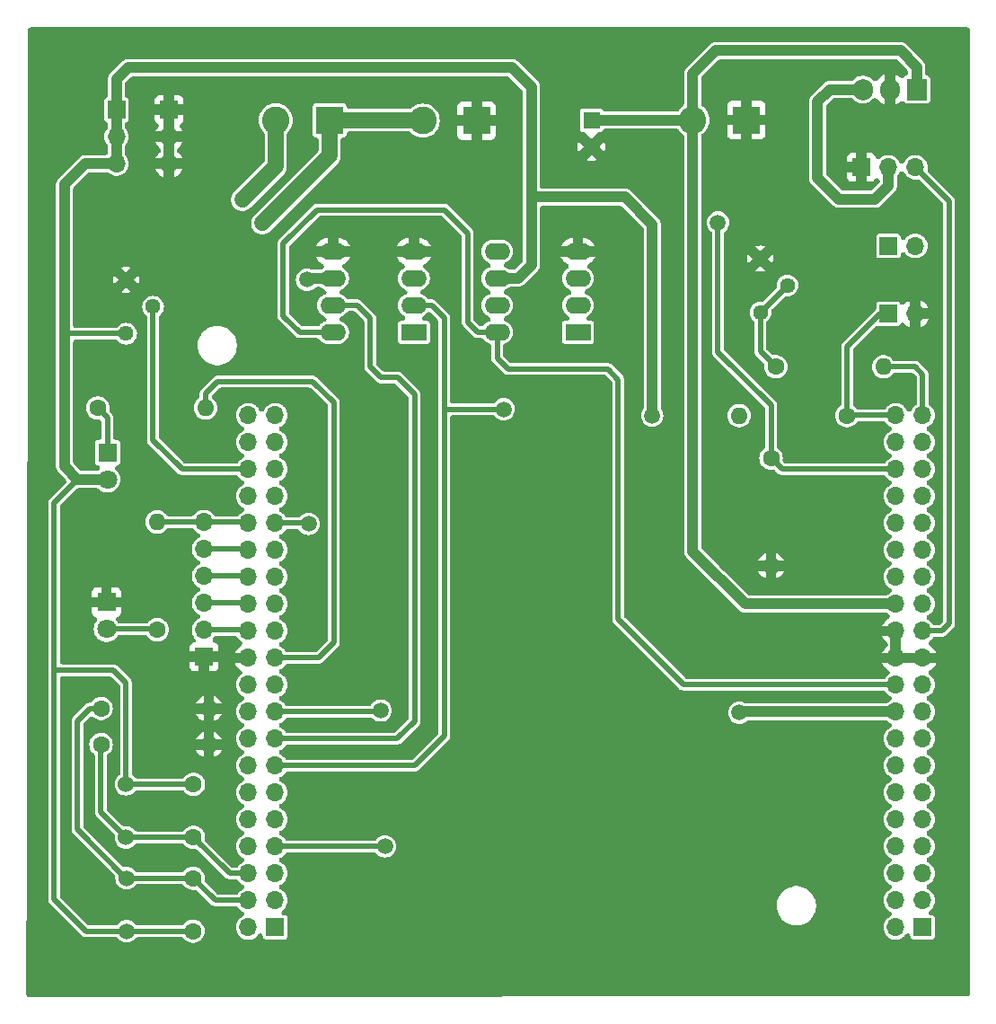
<source format=gbr>
%TF.GenerationSoftware,KiCad,Pcbnew,8.0.0*%
%TF.CreationDate,2024-10-06T09:52:59+02:00*%
%TF.ProjectId,Rayonnement_L476RG,5261796f-6e6e-4656-9d65-6e745f4c3437,rev?*%
%TF.SameCoordinates,Original*%
%TF.FileFunction,Copper,L2,Bot*%
%TF.FilePolarity,Positive*%
%FSLAX46Y46*%
G04 Gerber Fmt 4.6, Leading zero omitted, Abs format (unit mm)*
G04 Created by KiCad (PCBNEW 8.0.0) date 2024-10-06 09:52:59*
%MOMM*%
%LPD*%
G01*
G04 APERTURE LIST*
%TA.AperFunction,ComponentPad*%
%ADD10R,1.700000X1.700000*%
%TD*%
%TA.AperFunction,ComponentPad*%
%ADD11O,1.700000X1.700000*%
%TD*%
%TA.AperFunction,ComponentPad*%
%ADD12R,2.600000X2.600000*%
%TD*%
%TA.AperFunction,ComponentPad*%
%ADD13C,2.600000*%
%TD*%
%TA.AperFunction,ComponentPad*%
%ADD14R,1.800000X1.800000*%
%TD*%
%TA.AperFunction,ComponentPad*%
%ADD15C,1.800000*%
%TD*%
%TA.AperFunction,ComponentPad*%
%ADD16C,1.524000*%
%TD*%
%TA.AperFunction,ComponentPad*%
%ADD17C,1.440000*%
%TD*%
%TA.AperFunction,ComponentPad*%
%ADD18R,2.400000X1.600000*%
%TD*%
%TA.AperFunction,ComponentPad*%
%ADD19O,2.400000X1.600000*%
%TD*%
%TA.AperFunction,ComponentPad*%
%ADD20C,1.600000*%
%TD*%
%TA.AperFunction,ComponentPad*%
%ADD21O,1.600000X1.600000*%
%TD*%
%TA.AperFunction,ComponentPad*%
%ADD22R,1.600000X1.600000*%
%TD*%
%TA.AperFunction,ComponentPad*%
%ADD23R,1.905000X2.000000*%
%TD*%
%TA.AperFunction,ComponentPad*%
%ADD24O,1.905000X2.000000*%
%TD*%
%TA.AperFunction,ViaPad*%
%ADD25C,1.500000*%
%TD*%
%TA.AperFunction,Conductor*%
%ADD26C,1.000000*%
%TD*%
%TA.AperFunction,Conductor*%
%ADD27C,0.500000*%
%TD*%
%TA.AperFunction,Conductor*%
%ADD28C,1.500000*%
%TD*%
G04 APERTURE END LIST*
D10*
%TO.P,J4,1,Pin_1*%
%TO.N,unconnected-(J4-Pin_1-Pad1)*%
X208500000Y-143440000D03*
D11*
%TO.P,J4,2,Pin_2*%
%TO.N,unconnected-(J4-Pin_2-Pad2)*%
X205960000Y-143440000D03*
%TO.P,J4,3,Pin_3*%
%TO.N,unconnected-(J4-Pin_3-Pad3)*%
X208500000Y-140900000D03*
%TO.P,J4,4,Pin_4*%
%TO.N,unconnected-(J4-Pin_4-Pad4)*%
X205960000Y-140900000D03*
%TO.P,J4,5,Pin_5*%
%TO.N,unconnected-(J4-Pin_5-Pad5)*%
X208500000Y-138360000D03*
%TO.P,J4,6,Pin_6*%
%TO.N,unconnected-(J4-Pin_6-Pad6)*%
X205960000Y-138360000D03*
%TO.P,J4,7,Pin_7*%
%TO.N,unconnected-(J4-Pin_7-Pad7)*%
X208500000Y-135820000D03*
%TO.P,J4,8,Pin_8*%
%TO.N,unconnected-(J4-Pin_8-Pad8)*%
X205960000Y-135820000D03*
%TO.P,J4,9,Pin_9*%
%TO.N,unconnected-(J4-Pin_9-Pad9)*%
X208500000Y-133280000D03*
%TO.P,J4,10,Pin_10*%
%TO.N,unconnected-(J4-Pin_10-Pad10)*%
X205960000Y-133280000D03*
%TO.P,J4,11,Pin_11*%
%TO.N,unconnected-(J4-Pin_11-Pad11)*%
X208500000Y-130740000D03*
%TO.P,J4,12,Pin_12*%
%TO.N,unconnected-(J4-Pin_12-Pad12)*%
X205960000Y-130740000D03*
%TO.P,J4,13,Pin_13*%
%TO.N,unconnected-(J4-Pin_13-Pad13)*%
X208500000Y-128200000D03*
%TO.P,J4,14,Pin_14*%
%TO.N,unconnected-(J4-Pin_14-Pad14)*%
X205960000Y-128200000D03*
%TO.P,J4,15,Pin_15*%
%TO.N,unconnected-(J4-Pin_15-Pad15)*%
X208500000Y-125660000D03*
%TO.P,J4,16,Pin_16*%
%TO.N,unconnected-(J4-Pin_16-Pad16)*%
X205960000Y-125660000D03*
%TO.P,J4,17,Pin_17*%
%TO.N,unconnected-(J4-Pin_17-Pad17)*%
X208500000Y-123120000D03*
%TO.P,J4,18,Pin_18*%
%TO.N,3.3V_NUC*%
X205960000Y-123120000D03*
%TO.P,J4,19,Pin_19*%
%TO.N,unconnected-(J4-Pin_19-Pad19)*%
X208500000Y-120580000D03*
%TO.P,J4,20,Pin_20*%
%TO.N,5V_NUC*%
X205960000Y-120580000D03*
%TO.P,J4,21,Pin_21*%
%TO.N,GND*%
X208500000Y-118040000D03*
%TO.P,J4,22,Pin_22*%
X205960000Y-118040000D03*
%TO.P,J4,23,Pin_23*%
%TO.N,Servo*%
X208500000Y-115500000D03*
%TO.P,J4,24,Pin_24*%
%TO.N,GND*%
X205960000Y-115500000D03*
%TO.P,J4,25,Pin_25*%
%TO.N,USER_BUTTON*%
X208500000Y-112960000D03*
%TO.P,J4,26,Pin_26*%
%TO.N,VIN*%
X205960000Y-112960000D03*
%TO.P,J4,27,Pin_27*%
%TO.N,unconnected-(J4-Pin_27-Pad27)*%
X208500000Y-110420000D03*
%TO.P,J4,28,Pin_28*%
%TO.N,unconnected-(J4-Pin_28-Pad28)*%
X205960000Y-110420000D03*
%TO.P,J4,29,Pin_29*%
%TO.N,unconnected-(J4-Pin_29-Pad29)*%
X208500000Y-107880000D03*
%TO.P,J4,30,Pin_30*%
%TO.N,unconnected-(J4-Pin_30-Pad30)*%
X205960000Y-107880000D03*
%TO.P,J4,31,Pin_31*%
%TO.N,unconnected-(J4-Pin_31-Pad31)*%
X208500000Y-105340000D03*
%TO.P,J4,32,Pin_32*%
%TO.N,unconnected-(J4-Pin_32-Pad32)*%
X205960000Y-105340000D03*
%TO.P,J4,33,Pin_33*%
%TO.N,unconnected-(J4-Pin_33-Pad33)*%
X208500000Y-102800000D03*
%TO.P,J4,34,Pin_34*%
%TO.N,unconnected-(J4-Pin_34-Pad34)*%
X205960000Y-102800000D03*
%TO.P,J4,35,Pin_35*%
%TO.N,unconnected-(J4-Pin_35-Pad35)*%
X208500000Y-100260000D03*
%TO.P,J4,36,Pin_36*%
%TO.N,POT_NUM_OUT*%
X205960000Y-100260000D03*
%TO.P,J4,37,Pin_37*%
%TO.N,unconnected-(J4-Pin_37-Pad37)*%
X208500000Y-97720000D03*
%TO.P,J4,38,Pin_38*%
%TO.N,unconnected-(J4-Pin_38-Pad38)*%
X205960000Y-97720000D03*
%TO.P,J4,39,Pin_39*%
%TO.N,PHD_OUT*%
X208500000Y-95180000D03*
%TO.P,J4,40,Pin_40*%
%TO.N,RT_OUT*%
X205960000Y-95180000D03*
%TD*%
D10*
%TO.P,J7,1,Pin_1*%
%TO.N,unconnected-(J7-Pin_1-Pad1)*%
X147460001Y-143440000D03*
D11*
%TO.P,J7,2,Pin_2*%
%TO.N,unconnected-(J7-Pin_2-Pad2)*%
X144920001Y-143440000D03*
%TO.P,J7,3,Pin_3*%
%TO.N,unconnected-(J7-Pin_3-Pad3)*%
X147460001Y-140900000D03*
%TO.P,J7,4,Pin_4*%
%TO.N,SW2_OUT*%
X144920001Y-140900000D03*
%TO.P,J7,5,Pin_5*%
%TO.N,unconnected-(J7-Pin_5-Pad5)*%
X147460001Y-138360000D03*
%TO.P,J7,6,Pin_6*%
%TO.N,SW1_OUT*%
X144920001Y-138360000D03*
%TO.P,J7,7,Pin_7*%
%TO.N,CS_2*%
X147460001Y-135820000D03*
%TO.P,J7,8,Pin_8*%
%TO.N,unconnected-(J7-Pin_8-Pad8)*%
X144920001Y-135820000D03*
%TO.P,J7,9,Pin_9*%
%TO.N,unconnected-(J7-Pin_9-Pad9)*%
X147460001Y-133280000D03*
%TO.P,J7,10,Pin_10*%
%TO.N,unconnected-(J7-Pin_10-Pad10)*%
X144920001Y-133280000D03*
%TO.P,J7,11,Pin_11*%
%TO.N,unconnected-(J7-Pin_11-Pad11)*%
X147460001Y-130740000D03*
%TO.P,J7,12,Pin_12*%
%TO.N,unconnected-(J7-Pin_12-Pad12)*%
X144920001Y-130740000D03*
%TO.P,J7,13,Pin_13*%
%TO.N,SCK*%
X147460001Y-128200000D03*
%TO.P,J7,14,Pin_14*%
%TO.N,unconnected-(J7-Pin_14-Pad14)*%
X144920001Y-128200000D03*
%TO.P,J7,15,Pin_15*%
%TO.N,MISO*%
X147460001Y-125660000D03*
%TO.P,J7,16,Pin_16*%
%TO.N,unconnected-(J7-Pin_16-Pad16)*%
X144920001Y-125660000D03*
%TO.P,J7,17,Pin_17*%
%TO.N,MOSI*%
X147460001Y-123120000D03*
%TO.P,J7,18,Pin_18*%
%TO.N,unconnected-(J7-Pin_18-Pad18)*%
X144920001Y-123120000D03*
%TO.P,J7,19,Pin_19*%
%TO.N,unconnected-(J7-Pin_19-Pad19)*%
X147460001Y-120580000D03*
%TO.P,J7,20,Pin_20*%
%TO.N,unconnected-(J7-Pin_20-Pad20)*%
X144920001Y-120580000D03*
%TO.P,J7,21,Pin_21*%
%TO.N,LED_OUT*%
X147460001Y-118040000D03*
%TO.P,J7,22,Pin_22*%
%TO.N,GND*%
X144920001Y-118040000D03*
%TO.P,J7,23,Pin_23*%
%TO.N,unconnected-(J7-Pin_23-Pad23)*%
X147460001Y-115500000D03*
%TO.P,J7,24,Pin_24*%
%TO.N,Net-(J7-Pin_24)*%
X144920001Y-115500000D03*
%TO.P,J7,25,Pin_25*%
%TO.N,unconnected-(J7-Pin_25-Pad25)*%
X147460001Y-112960000D03*
%TO.P,J7,26,Pin_26*%
%TO.N,Net-(J7-Pin_26)*%
X144920001Y-112960000D03*
%TO.P,J7,27,Pin_27*%
%TO.N,unconnected-(J7-Pin_27-Pad27)*%
X147460001Y-110420000D03*
%TO.P,J7,28,Pin_28*%
%TO.N,Net-(J7-Pin_28)*%
X144920001Y-110420000D03*
%TO.P,J7,29,Pin_29*%
%TO.N,unconnected-(J7-Pin_29-Pad29)*%
X147460001Y-107880000D03*
%TO.P,J7,30,Pin_30*%
%TO.N,Net-(J7-Pin_30)*%
X144920001Y-107880000D03*
%TO.P,J7,31,Pin_31*%
%TO.N,CS_1*%
X147460001Y-105340000D03*
%TO.P,J7,32,Pin_32*%
%TO.N,LED_OUT2*%
X144920001Y-105340000D03*
%TO.P,J7,33,Pin_33*%
%TO.N,unconnected-(J7-Pin_33-Pad33)*%
X147460001Y-102800000D03*
%TO.P,J7,34,Pin_34*%
%TO.N,unconnected-(J7-Pin_34-Pad34)*%
X144920001Y-102800000D03*
%TO.P,J7,35,Pin_35*%
%TO.N,unconnected-(J7-Pin_35-Pad35)*%
X147460001Y-100260000D03*
%TO.P,J7,36,Pin_36*%
%TO.N,POT_OUT*%
X144920001Y-100260000D03*
%TO.P,J7,37,Pin_37*%
%TO.N,unconnected-(J7-Pin_37-Pad37)*%
X147460001Y-97720000D03*
%TO.P,J7,38,Pin_38*%
%TO.N,unconnected-(J7-Pin_38-Pad38)*%
X144920001Y-97720000D03*
%TO.P,J7,39,Pin_39*%
%TO.N,unconnected-(J7-Pin_39-Pad39)*%
X147460001Y-95180000D03*
%TO.P,J7,40,Pin_40*%
%TO.N,unconnected-(J7-Pin_40-Pad40)*%
X144920001Y-95180000D03*
%TD*%
D12*
%TO.P,J3,1,Pin_1*%
%TO.N,GND*%
X191880000Y-67335000D03*
D13*
%TO.P,J3,2,Pin_2*%
%TO.N,VIN*%
X186800000Y-67335000D03*
%TD*%
D12*
%TO.P,J5,1,Pin_1*%
%TO.N,LED_POW_IN*%
X152585000Y-67350000D03*
D13*
%TO.P,J5,2,Pin_2*%
%TO.N,Net-(J5-Pin_2)*%
X147505000Y-67350000D03*
%TD*%
D10*
%TO.P,J11,1,Pin_1*%
%TO.N,3.3V_NUC*%
X132500000Y-66370000D03*
D11*
%TO.P,J11,2,Pin_2*%
X132500000Y-68910000D03*
%TO.P,J11,3,Pin_3*%
X132500000Y-71450000D03*
%TD*%
D14*
%TO.P,D2,1,K*%
%TO.N,GND*%
X131550000Y-112790000D03*
D15*
%TO.P,D2,2,A*%
%TO.N,Net-(D2-A)*%
X131550000Y-115330000D03*
%TD*%
D16*
%TO.P,SW1,1,1*%
%TO.N,3.3V_NUC*%
X133400000Y-129950000D03*
%TO.P,SW1,2,2*%
%TO.N,SW1_OUT*%
X133400000Y-134950000D03*
%TD*%
D10*
%TO.P,J2,1,Pin_1*%
%TO.N,GND*%
X202720000Y-71800000D03*
D11*
%TO.P,J2,2,Pin_2*%
%TO.N,5V*%
X205260000Y-71800000D03*
%TO.P,J2,3,Pin_3*%
%TO.N,Servo*%
X207800000Y-71800000D03*
%TD*%
D17*
%TO.P,RV2,1,1*%
%TO.N,Net-(R4-Pad1)*%
X193200000Y-85480000D03*
%TO.P,RV2,2,2*%
X195740000Y-82940000D03*
%TO.P,RV2,3,3*%
%TO.N,GND*%
X193200000Y-80400000D03*
%TD*%
D18*
%TO.P,U4,1,CS*%
%TO.N,CS_2*%
X176000000Y-87350000D03*
D19*
%TO.P,U4,2,SCK*%
%TO.N,SCK*%
X176000000Y-84810000D03*
%TO.P,U4,3,SDI/MOSI*%
%TO.N,MOSI*%
X176000000Y-82270000D03*
%TO.P,U4,4,VSS*%
%TO.N,GND*%
X176000000Y-79730000D03*
%TO.P,U4,5,POW*%
%TO.N,POT_NUM_OUT*%
X168380000Y-79730000D03*
%TO.P,U4,6,POB*%
%TO.N,3.3V_NUC*%
X168380000Y-82270000D03*
%TO.P,U4,7,SDO/MISO*%
%TO.N,MISO*%
X168380000Y-84810000D03*
%TO.P,U4,8,VDD*%
%TO.N,5V_NUC*%
X168380000Y-87350000D03*
%TD*%
D20*
%TO.P,R2,1*%
%TO.N,SW2_OUT*%
X131040000Y-122800000D03*
D21*
%TO.P,R2,2*%
%TO.N,GND*%
X141200000Y-122800000D03*
%TD*%
D12*
%TO.P,J1,1,Pin_1*%
%TO.N,GND*%
X166445000Y-67400000D03*
D13*
%TO.P,J1,2,Pin_2*%
%TO.N,LED_POW_IN*%
X161365000Y-67400000D03*
%TD*%
D10*
%TO.P,J6,1,Pin_1*%
%TO.N,3.3V_NUC*%
X205260000Y-79200000D03*
D11*
%TO.P,J6,2,Pin_2*%
%TO.N,PHD_OUT*%
X207800000Y-79200000D03*
%TD*%
D14*
%TO.P,D1,1,K*%
%TO.N,Net-(D1-K)*%
X131650000Y-98690000D03*
D15*
%TO.P,D1,2,A*%
%TO.N,3.3V_NUC*%
X131650000Y-101230000D03*
%TD*%
D20*
%TO.P,C2,1*%
%TO.N,3.3V_NUC*%
X139700000Y-143800000D03*
%TO.P,C2,2*%
%TO.N,SW2_OUT*%
X139700000Y-138800000D03*
%TD*%
D10*
%TO.P,J8,1,Pin_1*%
%TO.N,GND*%
X140750000Y-117950000D03*
D11*
%TO.P,J8,2,Pin_2*%
%TO.N,Net-(J7-Pin_24)*%
X140750000Y-115410000D03*
%TO.P,J8,3,Pin_3*%
%TO.N,Net-(J7-Pin_26)*%
X140750000Y-112870000D03*
%TO.P,J8,4,Pin_4*%
%TO.N,Net-(J7-Pin_28)*%
X140750000Y-110330000D03*
%TO.P,J8,5,Pin_5*%
%TO.N,Net-(J7-Pin_30)*%
X140750000Y-107790000D03*
%TO.P,J8,6,Pin_6*%
%TO.N,LED_OUT2*%
X140750000Y-105250000D03*
%TD*%
D22*
%TO.P,C3,1*%
%TO.N,VIN*%
X177285000Y-67350000D03*
D20*
%TO.P,C3,2*%
%TO.N,GND*%
X177285000Y-69850000D03*
%TD*%
D10*
%TO.P,J9,1,Pin_1*%
%TO.N,RT_OUT*%
X205260000Y-85600000D03*
D11*
%TO.P,J9,2,Pin_2*%
%TO.N,GND*%
X207800000Y-85600000D03*
%TD*%
D20*
%TO.P,R4,1*%
%TO.N,Net-(R4-Pad1)*%
X194640000Y-90600000D03*
D21*
%TO.P,R4,2*%
%TO.N,PHD_OUT*%
X204800000Y-90600000D03*
%TD*%
D20*
%TO.P,C1,1*%
%TO.N,3.3V_NUC*%
X139750000Y-129950000D03*
%TO.P,C1,2*%
%TO.N,SW1_OUT*%
X139750000Y-134950000D03*
%TD*%
D16*
%TO.P,SW2,1,1*%
%TO.N,3.3V_NUC*%
X133450000Y-143800000D03*
%TO.P,SW2,2,2*%
%TO.N,SW2_OUT*%
X133450000Y-138800000D03*
%TD*%
D20*
%TO.P,R3,1*%
%TO.N,Net-(D1-K)*%
X130720000Y-94480000D03*
D21*
%TO.P,R3,2*%
%TO.N,LED_OUT*%
X140880000Y-94480000D03*
%TD*%
D20*
%TO.P,R1,1*%
%TO.N,SW1_OUT*%
X131040000Y-126200000D03*
D21*
%TO.P,R1,2*%
%TO.N,GND*%
X141200000Y-126200000D03*
%TD*%
D20*
%TO.P,R6,1*%
%TO.N,Net-(D2-A)*%
X136320000Y-115380000D03*
D21*
%TO.P,R6,2*%
%TO.N,LED_OUT2*%
X136320000Y-105220000D03*
%TD*%
D10*
%TO.P,J10,1,Pin_1*%
%TO.N,GND*%
X137450000Y-66370000D03*
D11*
%TO.P,J10,2,Pin_2*%
X137450000Y-68910000D03*
%TO.P,J10,3,Pin_3*%
X137450000Y-71450000D03*
%TD*%
D20*
%TO.P,R5,1*%
%TO.N,RT_OUT*%
X201360000Y-95200000D03*
D21*
%TO.P,R5,2*%
%TO.N,3.3V_NUC*%
X191200000Y-95200000D03*
%TD*%
D20*
%TO.P,R7,1*%
%TO.N,POT_NUM_OUT*%
X194200000Y-99200000D03*
D21*
%TO.P,R7,2*%
%TO.N,GND*%
X194200000Y-109360000D03*
%TD*%
D23*
%TO.P,U3,1,VI*%
%TO.N,VIN*%
X207940000Y-64455000D03*
D24*
%TO.P,U3,2,GND*%
%TO.N,GND*%
X205400000Y-64455000D03*
%TO.P,U3,3,VO*%
%TO.N,5V*%
X202860000Y-64455000D03*
%TD*%
D18*
%TO.P,U1,1,CS*%
%TO.N,CS_1*%
X160530000Y-87350000D03*
D19*
%TO.P,U1,2,SCK*%
%TO.N,SCK*%
X160530000Y-84810000D03*
%TO.P,U1,3,SDI/MOSI*%
%TO.N,MOSI*%
X160530000Y-82270000D03*
%TO.P,U1,4,VSS*%
%TO.N,GND*%
X160530000Y-79730000D03*
%TO.P,U1,5,POW*%
X152910000Y-79730000D03*
%TO.P,U1,6,POB*%
%TO.N,Net-(U1-POB)*%
X152910000Y-82270000D03*
%TO.P,U1,7,SDO/MISO*%
%TO.N,MISO*%
X152910000Y-84810000D03*
%TO.P,U1,8,VDD*%
%TO.N,5V_NUC*%
X152910000Y-87350000D03*
%TD*%
D17*
%TO.P,RV1,1,1*%
%TO.N,3.3V_NUC*%
X133400000Y-87480000D03*
%TO.P,RV1,2,2*%
%TO.N,POT_OUT*%
X135940000Y-84940000D03*
%TO.P,RV1,3,3*%
%TO.N,GND*%
X133400000Y-82400000D03*
%TD*%
D25*
%TO.N,GND*%
X145250000Y-85400000D03*
%TO.N,LED_POW_IN*%
X146235000Y-77065000D03*
%TO.N,3.3V_NUC*%
X183000000Y-95200000D03*
X191200000Y-123200000D03*
%TO.N,SCK*%
X169000000Y-94600000D03*
%TO.N,MOSI*%
X157400000Y-123000000D03*
%TO.N,POT_NUM_OUT*%
X189200000Y-77000000D03*
%TO.N,Net-(J5-Pin_2)*%
X144350000Y-74850000D03*
%TO.N,CS_1*%
X150600000Y-105400000D03*
%TO.N,CS_2*%
X157800000Y-135800000D03*
%TO.N,Net-(U1-POB)*%
X150450000Y-82400000D03*
%TD*%
D26*
%TO.N,GND*%
X202860000Y-71660000D02*
X202720000Y-71800000D01*
D27*
%TO.N,SW1_OUT*%
X133400000Y-134950000D02*
X139750000Y-134950000D01*
X131000000Y-132550000D02*
X131000000Y-126240000D01*
X143160000Y-138360000D02*
X139750000Y-134950000D01*
X131000000Y-126240000D02*
X131040000Y-126200000D01*
X144920001Y-138360000D02*
X143160000Y-138360000D01*
X133400000Y-134950000D02*
X131000000Y-132550000D01*
%TO.N,SW2_OUT*%
X128800000Y-124000000D02*
X130000000Y-122800000D01*
X133400000Y-138800000D02*
X128800000Y-134200000D01*
X133450000Y-138800000D02*
X133400000Y-138800000D01*
X128800000Y-134200000D02*
X128800000Y-124000000D01*
X141800000Y-140900000D02*
X139700000Y-138800000D01*
X144920001Y-140900000D02*
X141800000Y-140900000D01*
X130000000Y-122800000D02*
X131200000Y-122800000D01*
X139700000Y-138800000D02*
X133450000Y-138800000D01*
D26*
%TO.N,VIN*%
X206400000Y-60800000D02*
X207940000Y-62340000D01*
X189000000Y-60800000D02*
X206400000Y-60800000D01*
X186800000Y-67335000D02*
X177300000Y-67335000D01*
X186800000Y-108000000D02*
X191760000Y-112960000D01*
X186800000Y-67335000D02*
X186800000Y-108000000D01*
X191760000Y-112960000D02*
X205960000Y-112960000D01*
X177300000Y-67335000D02*
X177285000Y-67350000D01*
X207940000Y-62340000D02*
X207940000Y-64455000D01*
X186800000Y-63000000D02*
X189000000Y-60800000D01*
X186800000Y-67335000D02*
X186800000Y-63000000D01*
D27*
%TO.N,5V_NUC*%
X179800000Y-91800000D02*
X179800000Y-114400000D01*
X168380000Y-87350000D02*
X168380000Y-89780000D01*
X163400000Y-75800000D02*
X165600000Y-78000000D01*
X151400000Y-75800000D02*
X163400000Y-75800000D01*
X165600000Y-86400000D02*
X166550000Y-87350000D01*
X185980000Y-120580000D02*
X205960000Y-120580000D01*
X152910000Y-87350000D02*
X149750000Y-87350000D01*
X169400000Y-90800000D02*
X178800000Y-90800000D01*
X178800000Y-90800000D02*
X179800000Y-91800000D01*
X179800000Y-114400000D02*
X185980000Y-120580000D01*
X148200000Y-79000000D02*
X151400000Y-75800000D01*
X165600000Y-78000000D02*
X165600000Y-86400000D01*
X166550000Y-87350000D02*
X168380000Y-87350000D01*
X148200000Y-85800000D02*
X148200000Y-79000000D01*
X149750000Y-87350000D02*
X148200000Y-85800000D01*
X168380000Y-89780000D02*
X169400000Y-90800000D01*
D28*
%TO.N,LED_POW_IN*%
X152585000Y-67350000D02*
X161315000Y-67350000D01*
X152585000Y-67350000D02*
X152585000Y-70715000D01*
X152585000Y-70715000D02*
X146235000Y-77065000D01*
X161315000Y-67350000D02*
X161365000Y-67400000D01*
D26*
%TO.N,3.3V_NUC*%
X132500000Y-63500000D02*
X133600000Y-62400000D01*
X129550000Y-71450000D02*
X132500000Y-71450000D01*
X183000000Y-95200000D02*
X183000000Y-77200000D01*
D27*
X133400000Y-87480000D02*
X127720000Y-87480000D01*
D26*
X171600000Y-81000000D02*
X170330000Y-82270000D01*
D27*
X127720000Y-87480000D02*
X127600000Y-87600000D01*
D26*
X180400000Y-74600000D02*
X171600000Y-74600000D01*
D27*
X132200000Y-119200000D02*
X126800000Y-119200000D01*
D26*
X183000000Y-77200000D02*
X180400000Y-74600000D01*
X132500000Y-66370000D02*
X132500000Y-68910000D01*
D27*
X133450000Y-143800000D02*
X129600000Y-143800000D01*
X126600000Y-119000000D02*
X126600000Y-103460000D01*
D26*
X127600000Y-87600000D02*
X127600000Y-73400000D01*
X127600000Y-100000000D02*
X127600000Y-87600000D01*
D27*
X133400000Y-129950000D02*
X133400000Y-120400000D01*
D26*
X127600000Y-73400000D02*
X129550000Y-71450000D01*
D27*
X191200000Y-123200000D02*
X191280000Y-123120000D01*
X126600000Y-140800000D02*
X126600000Y-119000000D01*
X126800000Y-119200000D02*
X126600000Y-119000000D01*
X133400000Y-120400000D02*
X132200000Y-119200000D01*
X129600000Y-143800000D02*
X126600000Y-140800000D01*
D26*
X128830000Y-101230000D02*
X127600000Y-100000000D01*
D27*
X126600000Y-103460000D02*
X128830000Y-101230000D01*
D26*
X132500000Y-71450000D02*
X132500000Y-68910000D01*
X131650000Y-101230000D02*
X128830000Y-101230000D01*
X133600000Y-62400000D02*
X169800000Y-62400000D01*
X171600000Y-74600000D02*
X171600000Y-81000000D01*
D27*
X139750000Y-129950000D02*
X133400000Y-129950000D01*
D26*
X171600000Y-64200000D02*
X171600000Y-74600000D01*
X170330000Y-82270000D02*
X168380000Y-82270000D01*
X191280000Y-123120000D02*
X205960000Y-123120000D01*
D27*
X139700000Y-143800000D02*
X133450000Y-143800000D01*
D26*
X132500000Y-66370000D02*
X132500000Y-63500000D01*
X169800000Y-62400000D02*
X171600000Y-64200000D01*
D27*
%TO.N,SCK*%
X162210000Y-84810000D02*
X160530000Y-84810000D01*
X169000000Y-94600000D02*
X163400000Y-94600000D01*
X163400000Y-94600000D02*
X163400000Y-94000000D01*
X147460001Y-128200000D02*
X160600000Y-128200000D01*
X163400000Y-86000000D02*
X162210000Y-84810000D01*
X163400000Y-125400000D02*
X163400000Y-94000000D01*
X163400000Y-94000000D02*
X163400000Y-86000000D01*
X160600000Y-128200000D02*
X163400000Y-125400000D01*
%TO.N,MISO*%
X157400000Y-91600000D02*
X156400000Y-90600000D01*
X156400000Y-90600000D02*
X156400000Y-86000000D01*
X156400000Y-86000000D02*
X155210000Y-84810000D01*
X159000000Y-91600000D02*
X157400000Y-91600000D01*
X147460001Y-125660000D02*
X158940000Y-125660000D01*
X160600000Y-124000000D02*
X160600000Y-93200000D01*
X158940000Y-125660000D02*
X160600000Y-124000000D01*
X155210000Y-84810000D02*
X152910000Y-84810000D01*
X160600000Y-93200000D02*
X159000000Y-91600000D01*
%TO.N,MOSI*%
X157400000Y-123000000D02*
X157280000Y-123120000D01*
X157280000Y-123120000D02*
X147460001Y-123120000D01*
%TO.N,POT_OUT*%
X144920001Y-100260000D02*
X138660000Y-100260000D01*
X135940000Y-97540000D02*
X135940000Y-84940000D01*
X138660000Y-100260000D02*
X135940000Y-97540000D01*
%TO.N,LED_OUT*%
X151560000Y-118040000D02*
X147460001Y-118040000D01*
X153000000Y-116600000D02*
X151560000Y-118040000D01*
X140880000Y-93120000D02*
X142000000Y-92000000D01*
X140880000Y-94480000D02*
X140880000Y-93120000D01*
X153000000Y-94000000D02*
X153000000Y-116600000D01*
X142000000Y-92000000D02*
X151000000Y-92000000D01*
X151000000Y-92000000D02*
X153000000Y-94000000D01*
%TO.N,RT_OUT*%
X201360000Y-95200000D02*
X201360000Y-88700000D01*
X201380000Y-95180000D02*
X201360000Y-95200000D01*
X204460000Y-85600000D02*
X205260000Y-85600000D01*
X205960000Y-95180000D02*
X201380000Y-95180000D01*
X201360000Y-88700000D02*
X204460000Y-85600000D01*
%TO.N,Servo*%
X211000000Y-75000000D02*
X207800000Y-71800000D01*
X208500000Y-115500000D02*
X210300000Y-115500000D01*
X211000000Y-114800000D02*
X211000000Y-75000000D01*
X210300000Y-115500000D02*
X211000000Y-114800000D01*
%TO.N,PHD_OUT*%
X208500000Y-95180000D02*
X208500000Y-91300000D01*
X208500000Y-91300000D02*
X207800000Y-90600000D01*
X207800000Y-90600000D02*
X204800000Y-90600000D01*
%TO.N,POT_NUM_OUT*%
X194200000Y-99200000D02*
X195260000Y-100260000D01*
X194200000Y-94200000D02*
X189200000Y-89200000D01*
X189200000Y-89200000D02*
X189200000Y-77000000D01*
X194200000Y-99200000D02*
X194200000Y-94200000D01*
X195260000Y-100260000D02*
X205960000Y-100260000D01*
D28*
%TO.N,Net-(J5-Pin_2)*%
X147505000Y-71695000D02*
X144350000Y-74850000D01*
X147505000Y-67350000D02*
X147505000Y-71695000D01*
D27*
%TO.N,Net-(D1-K)*%
X131650000Y-95410000D02*
X130720000Y-94480000D01*
X131650000Y-98690000D02*
X131650000Y-95410000D01*
%TO.N,CS_1*%
X147460001Y-105340000D02*
X150540000Y-105340000D01*
X150540000Y-105340000D02*
X150600000Y-105400000D01*
%TO.N,CS_2*%
X157780000Y-135820000D02*
X157800000Y-135800000D01*
X147460001Y-135820000D02*
X157780000Y-135820000D01*
%TO.N,Net-(J7-Pin_26)*%
X140750000Y-112870000D02*
X144830001Y-112870000D01*
%TO.N,Net-(J7-Pin_24)*%
X140750000Y-115410000D02*
X144830001Y-115410000D01*
%TO.N,Net-(J7-Pin_30)*%
X140750000Y-107790000D02*
X144830001Y-107790000D01*
D26*
%TO.N,5V*%
X198600000Y-65600000D02*
X199745000Y-64455000D01*
X205260000Y-73540000D02*
X204000000Y-74800000D01*
X198600000Y-72800000D02*
X198600000Y-65600000D01*
X200600000Y-74800000D02*
X198600000Y-72800000D01*
X204000000Y-74800000D02*
X200600000Y-74800000D01*
X205260000Y-71800000D02*
X205260000Y-73540000D01*
X199745000Y-64455000D02*
X202860000Y-64455000D01*
D27*
%TO.N,Net-(J7-Pin_28)*%
X140750000Y-110330000D02*
X144830001Y-110330000D01*
%TO.N,Net-(R4-Pad1)*%
X193200000Y-89160000D02*
X194640000Y-90600000D01*
X193200000Y-85480000D02*
X193200000Y-89160000D01*
X193200000Y-85480000D02*
X195740000Y-82940000D01*
D26*
%TO.N,Net-(U1-POB)*%
X150580000Y-82270000D02*
X150450000Y-82400000D01*
X152910000Y-82270000D02*
X150580000Y-82270000D01*
D27*
%TO.N,Net-(D2-A)*%
X136270000Y-115330000D02*
X136320000Y-115380000D01*
X131550000Y-115330000D02*
X136270000Y-115330000D01*
%TO.N,LED_OUT2*%
X140750000Y-105250000D02*
X144830001Y-105250000D01*
X140720000Y-105220000D02*
X140750000Y-105250000D01*
X136320000Y-105220000D02*
X140720000Y-105220000D01*
%TO.N,unconnected-(J4-Pin_30-Pad30)*%
X205840000Y-108000000D02*
X205960000Y-107880000D01*
%TD*%
%TA.AperFunction,Conductor*%
%TO.N,GND*%
G36*
X145420001Y-118287000D02*
G01*
X145400743Y-118383819D01*
X145345899Y-118465898D01*
X145263820Y-118520742D01*
X145167001Y-118540000D01*
X144985827Y-118540000D01*
X145112994Y-118505925D01*
X145227008Y-118440099D01*
X145320100Y-118347007D01*
X145385926Y-118232993D01*
X145420001Y-118105826D01*
X145420001Y-118287000D01*
G37*
%TD.AperFunction*%
%TA.AperFunction,Conductor*%
G36*
X145263820Y-117559258D02*
G01*
X145345899Y-117614102D01*
X145400743Y-117696181D01*
X145420001Y-117793000D01*
X145420001Y-117974174D01*
X145385926Y-117847007D01*
X145320100Y-117732993D01*
X145227008Y-117639901D01*
X145112994Y-117574075D01*
X144985827Y-117540000D01*
X145167001Y-117540000D01*
X145263820Y-117559258D01*
G37*
%TD.AperFunction*%
%TA.AperFunction,Conductor*%
G36*
X206303819Y-115019258D02*
G01*
X206385898Y-115074102D01*
X206440742Y-115156181D01*
X206460000Y-115253000D01*
X206460000Y-115434174D01*
X206425925Y-115307007D01*
X206360099Y-115192993D01*
X206267007Y-115099901D01*
X206152993Y-115034075D01*
X206025826Y-115000000D01*
X206207000Y-115000000D01*
X206303819Y-115019258D01*
G37*
%TD.AperFunction*%
%TA.AperFunction,Conductor*%
G36*
X206060445Y-61619758D02*
G01*
X206142524Y-61674602D01*
X207065398Y-62597476D01*
X207120242Y-62679555D01*
X207139500Y-62776374D01*
X207139500Y-62906315D01*
X207120242Y-63003134D01*
X207065398Y-63085213D01*
X206983319Y-63140057D01*
X206935859Y-63152382D01*
X206935870Y-63152420D01*
X206917505Y-63157415D01*
X206814739Y-63202792D01*
X206814737Y-63202792D01*
X206814735Y-63202794D01*
X206814733Y-63202795D01*
X206814731Y-63202797D01*
X206718717Y-63298812D01*
X206715703Y-63295798D01*
X206676164Y-63334404D01*
X206584517Y-63371087D01*
X206485809Y-63369907D01*
X206395066Y-63331041D01*
X206359233Y-63301274D01*
X206351452Y-63293493D01*
X206165468Y-63158369D01*
X206165463Y-63158366D01*
X205960633Y-63054000D01*
X205900000Y-63034298D01*
X205900000Y-64221025D01*
X205840110Y-64117292D01*
X205737708Y-64014890D01*
X205612292Y-63942482D01*
X205472409Y-63905000D01*
X205327591Y-63905000D01*
X205187708Y-63942482D01*
X205062292Y-64014890D01*
X204959890Y-64117292D01*
X204900000Y-64221025D01*
X204900000Y-63034298D01*
X204899999Y-63034298D01*
X204839366Y-63054000D01*
X204839365Y-63054000D01*
X204634536Y-63158366D01*
X204634531Y-63158369D01*
X204448547Y-63293493D01*
X204285994Y-63456046D01*
X204205337Y-63567061D01*
X204132847Y-63634069D01*
X204040233Y-63668235D01*
X203941593Y-63664359D01*
X203851945Y-63623031D01*
X203821758Y-63597248D01*
X203676273Y-63451763D01*
X203516715Y-63335838D01*
X203516710Y-63335835D01*
X203411505Y-63282231D01*
X203340985Y-63246299D01*
X203153412Y-63185353D01*
X203153408Y-63185352D01*
X203153407Y-63185352D01*
X202958614Y-63154500D01*
X202958613Y-63154500D01*
X202761387Y-63154500D01*
X202761385Y-63154500D01*
X202566592Y-63185352D01*
X202566589Y-63185352D01*
X202566588Y-63185353D01*
X202512901Y-63202797D01*
X202379015Y-63246299D01*
X202203289Y-63335835D01*
X202203284Y-63335838D01*
X202043726Y-63451763D01*
X201915092Y-63580398D01*
X201833013Y-63635242D01*
X201736194Y-63654500D01*
X199666157Y-63654500D01*
X199511502Y-63685262D01*
X199511499Y-63685263D01*
X199365820Y-63745605D01*
X199234712Y-63833209D01*
X197978209Y-65089712D01*
X197890607Y-65220817D01*
X197890604Y-65220823D01*
X197830264Y-65366497D01*
X197830263Y-65366502D01*
X197830263Y-65366503D01*
X197799500Y-65521158D01*
X197799500Y-72721158D01*
X197799500Y-72878842D01*
X197810315Y-72933211D01*
X197830263Y-73033497D01*
X197830264Y-73033502D01*
X197890604Y-73179176D01*
X197890607Y-73179182D01*
X197978209Y-73310287D01*
X200089712Y-75421790D01*
X200220817Y-75509392D01*
X200220823Y-75509395D01*
X200366497Y-75569735D01*
X200366499Y-75569735D01*
X200366503Y-75569737D01*
X200521158Y-75600500D01*
X200521161Y-75600500D01*
X204078839Y-75600500D01*
X204078842Y-75600500D01*
X204233497Y-75569737D01*
X204242691Y-75565929D01*
X204287105Y-75547532D01*
X204379179Y-75509394D01*
X204510289Y-75421789D01*
X205881789Y-74050289D01*
X205969394Y-73919179D01*
X206029737Y-73773497D01*
X206060500Y-73618842D01*
X206060500Y-73461158D01*
X206060500Y-72733880D01*
X206079758Y-72637061D01*
X206111602Y-72581412D01*
X206113869Y-72578409D01*
X206113872Y-72578407D01*
X206242366Y-72408255D01*
X206303523Y-72285434D01*
X206363918Y-72207349D01*
X206449597Y-72158320D01*
X206547517Y-72145811D01*
X206642770Y-72171727D01*
X206720855Y-72232122D01*
X206756477Y-72285434D01*
X206817633Y-72408254D01*
X206817634Y-72408256D01*
X206946125Y-72578404D01*
X206946127Y-72578406D01*
X206946128Y-72578407D01*
X207103698Y-72722052D01*
X207284981Y-72834298D01*
X207483802Y-72911321D01*
X207693390Y-72950500D01*
X207693391Y-72950500D01*
X207906607Y-72950500D01*
X207906610Y-72950500D01*
X207999097Y-72933211D01*
X208097801Y-72934351D01*
X208188560Y-72973178D01*
X208224480Y-73003005D01*
X210375398Y-75153923D01*
X210430242Y-75236002D01*
X210449500Y-75332821D01*
X210449500Y-114467179D01*
X210430242Y-114563998D01*
X210375398Y-114646077D01*
X210146077Y-114875398D01*
X210063998Y-114930242D01*
X209967179Y-114949500D01*
X209651959Y-114949500D01*
X209555140Y-114930242D01*
X209473061Y-114875398D01*
X209450061Y-114848967D01*
X209443974Y-114840907D01*
X209382095Y-114758966D01*
X209353873Y-114721594D01*
X209325037Y-114695306D01*
X209196302Y-114577948D01*
X209196299Y-114577946D01*
X209015018Y-114465701D01*
X209004551Y-114460490D01*
X209005146Y-114459293D01*
X208932250Y-114412987D01*
X208875523Y-114332198D01*
X208854031Y-114235851D01*
X208871045Y-114138612D01*
X208923976Y-114055287D01*
X209004765Y-113998560D01*
X209014844Y-113994384D01*
X209015014Y-113994299D01*
X209015019Y-113994298D01*
X209196302Y-113882052D01*
X209353872Y-113738407D01*
X209482366Y-113568255D01*
X209577405Y-113377389D01*
X209635756Y-113172310D01*
X209655429Y-112960000D01*
X209635756Y-112747690D01*
X209577405Y-112542611D01*
X209482366Y-112351745D01*
X209473497Y-112340000D01*
X209353874Y-112181595D01*
X209329637Y-112159500D01*
X209196302Y-112037948D01*
X209196299Y-112037946D01*
X209015018Y-111925701D01*
X209004551Y-111920490D01*
X209005146Y-111919293D01*
X208932250Y-111872987D01*
X208875523Y-111792198D01*
X208854031Y-111695851D01*
X208871045Y-111598612D01*
X208923976Y-111515287D01*
X209004765Y-111458560D01*
X209014844Y-111454384D01*
X209015014Y-111454299D01*
X209015019Y-111454298D01*
X209196302Y-111342052D01*
X209353872Y-111198407D01*
X209482366Y-111028255D01*
X209577405Y-110837389D01*
X209635756Y-110632310D01*
X209655429Y-110420000D01*
X209635756Y-110207690D01*
X209577405Y-110002611D01*
X209482366Y-109811745D01*
X209482364Y-109811742D01*
X209353874Y-109641595D01*
X209314396Y-109605606D01*
X209196302Y-109497948D01*
X209196299Y-109497946D01*
X209015018Y-109385701D01*
X209004551Y-109380490D01*
X209005146Y-109379293D01*
X208932250Y-109332987D01*
X208875523Y-109252198D01*
X208854031Y-109155851D01*
X208871045Y-109058612D01*
X208923976Y-108975287D01*
X209004765Y-108918560D01*
X209014844Y-108914384D01*
X209015014Y-108914299D01*
X209015019Y-108914298D01*
X209196302Y-108802052D01*
X209353872Y-108658407D01*
X209482366Y-108488255D01*
X209577405Y-108297389D01*
X209635756Y-108092310D01*
X209655429Y-107880000D01*
X209635756Y-107667690D01*
X209577405Y-107462611D01*
X209482366Y-107271745D01*
X209482364Y-107271742D01*
X209353874Y-107101595D01*
X209353872Y-107101593D01*
X209196302Y-106957948D01*
X209196299Y-106957946D01*
X209015018Y-106845701D01*
X209004551Y-106840490D01*
X209005146Y-106839293D01*
X208932250Y-106792987D01*
X208875523Y-106712198D01*
X208854031Y-106615851D01*
X208871045Y-106518612D01*
X208923976Y-106435287D01*
X209004765Y-106378560D01*
X209014844Y-106374384D01*
X209015014Y-106374299D01*
X209015019Y-106374298D01*
X209196302Y-106262052D01*
X209353872Y-106118407D01*
X209482366Y-105948255D01*
X209577405Y-105757389D01*
X209635756Y-105552310D01*
X209655429Y-105340000D01*
X209635756Y-105127690D01*
X209577405Y-104922611D01*
X209482366Y-104731745D01*
X209470021Y-104715398D01*
X209353874Y-104561595D01*
X209255146Y-104471592D01*
X209196302Y-104417948D01*
X209077546Y-104344417D01*
X209015018Y-104305701D01*
X209004551Y-104300490D01*
X209005146Y-104299293D01*
X208932250Y-104252987D01*
X208875523Y-104172198D01*
X208854031Y-104075851D01*
X208871045Y-103978612D01*
X208923976Y-103895287D01*
X209004765Y-103838560D01*
X209014844Y-103834384D01*
X209015014Y-103834299D01*
X209015019Y-103834298D01*
X209196302Y-103722052D01*
X209353872Y-103578407D01*
X209482366Y-103408255D01*
X209577405Y-103217389D01*
X209635756Y-103012310D01*
X209655429Y-102800000D01*
X209635756Y-102587690D01*
X209577405Y-102382611D01*
X209482366Y-102191745D01*
X209410463Y-102096531D01*
X209353874Y-102021595D01*
X209353872Y-102021593D01*
X209196302Y-101877948D01*
X209174888Y-101864689D01*
X209015018Y-101765701D01*
X209004551Y-101760490D01*
X209005146Y-101759293D01*
X208932250Y-101712987D01*
X208875523Y-101632198D01*
X208854031Y-101535851D01*
X208871045Y-101438612D01*
X208923976Y-101355287D01*
X209004765Y-101298560D01*
X209014844Y-101294384D01*
X209015014Y-101294299D01*
X209015019Y-101294298D01*
X209196302Y-101182052D01*
X209353872Y-101038407D01*
X209482366Y-100868255D01*
X209577405Y-100677389D01*
X209635756Y-100472310D01*
X209655429Y-100260000D01*
X209635756Y-100047690D01*
X209577405Y-99842611D01*
X209482366Y-99651745D01*
X209470021Y-99635398D01*
X209353874Y-99481595D01*
X209353872Y-99481593D01*
X209196302Y-99337948D01*
X209196299Y-99337946D01*
X209015018Y-99225701D01*
X209004551Y-99220490D01*
X209005146Y-99219293D01*
X208932250Y-99172987D01*
X208875523Y-99092198D01*
X208854031Y-98995851D01*
X208871045Y-98898612D01*
X208923976Y-98815287D01*
X209004765Y-98758560D01*
X209014844Y-98754384D01*
X209015014Y-98754299D01*
X209015019Y-98754298D01*
X209196302Y-98642052D01*
X209353872Y-98498407D01*
X209482366Y-98328255D01*
X209577405Y-98137389D01*
X209635756Y-97932310D01*
X209655429Y-97720000D01*
X209635756Y-97507690D01*
X209577405Y-97302611D01*
X209482366Y-97111745D01*
X209353872Y-96941593D01*
X209196302Y-96797948D01*
X209196299Y-96797946D01*
X209015018Y-96685701D01*
X209004551Y-96680490D01*
X209005146Y-96679293D01*
X208932250Y-96632987D01*
X208875523Y-96552198D01*
X208854031Y-96455851D01*
X208871045Y-96358612D01*
X208923976Y-96275287D01*
X209004765Y-96218560D01*
X209014844Y-96214384D01*
X209015014Y-96214299D01*
X209015019Y-96214298D01*
X209196302Y-96102052D01*
X209353872Y-95958407D01*
X209482366Y-95788255D01*
X209577405Y-95597389D01*
X209635756Y-95392310D01*
X209655429Y-95180000D01*
X209635756Y-94967690D01*
X209577405Y-94762611D01*
X209482366Y-94571745D01*
X209447664Y-94525793D01*
X209353872Y-94401593D01*
X209353870Y-94401591D01*
X209196303Y-94257948D01*
X209170308Y-94241852D01*
X209098131Y-94174508D01*
X209057219Y-94084670D01*
X209050500Y-94026750D01*
X209050500Y-91227525D01*
X209039206Y-91185376D01*
X209012984Y-91087515D01*
X208940509Y-90961985D01*
X208838015Y-90859491D01*
X208138015Y-90159490D01*
X208138014Y-90159489D01*
X208138013Y-90159488D01*
X208138012Y-90159487D01*
X208012489Y-90087018D01*
X208012487Y-90087017D01*
X208012485Y-90087016D01*
X207872475Y-90049500D01*
X205889304Y-90049500D01*
X205792485Y-90030242D01*
X205710406Y-89975398D01*
X205687411Y-89948973D01*
X205616764Y-89855421D01*
X205566523Y-89809620D01*
X205466047Y-89718023D01*
X205466041Y-89718019D01*
X205292637Y-89610652D01*
X205102456Y-89536976D01*
X205102455Y-89536975D01*
X205102453Y-89536975D01*
X204901979Y-89499500D01*
X204901976Y-89499500D01*
X204698024Y-89499500D01*
X204698021Y-89499500D01*
X204497546Y-89536975D01*
X204479418Y-89543998D01*
X204307363Y-89610652D01*
X204307362Y-89610652D01*
X204307361Y-89610653D01*
X204133952Y-89718023D01*
X203983237Y-89855419D01*
X203860325Y-90018181D01*
X203769416Y-90200752D01*
X203713603Y-90396915D01*
X203713602Y-90396920D01*
X203694785Y-90600000D01*
X203713602Y-90803079D01*
X203713603Y-90803084D01*
X203769416Y-90999247D01*
X203860325Y-91181818D01*
X203983237Y-91344580D01*
X204133952Y-91481976D01*
X204133956Y-91481978D01*
X204133959Y-91481981D01*
X204307363Y-91589348D01*
X204497544Y-91663024D01*
X204577736Y-91678014D01*
X204698021Y-91700500D01*
X204698024Y-91700500D01*
X204901979Y-91700500D01*
X205002216Y-91681762D01*
X205102456Y-91663024D01*
X205292637Y-91589348D01*
X205466041Y-91481981D01*
X205466045Y-91481976D01*
X205466047Y-91481976D01*
X205501671Y-91449500D01*
X205616764Y-91344579D01*
X205687407Y-91251031D01*
X205761120Y-91185376D01*
X205854350Y-91152926D01*
X205889304Y-91150500D01*
X207467179Y-91150500D01*
X207563998Y-91169758D01*
X207646077Y-91224602D01*
X207875398Y-91453922D01*
X207930241Y-91536001D01*
X207949500Y-91632819D01*
X207949500Y-94026750D01*
X207930242Y-94123569D01*
X207875398Y-94205648D01*
X207829692Y-94241852D01*
X207803696Y-94257948D01*
X207646129Y-94401591D01*
X207646127Y-94401593D01*
X207517635Y-94571742D01*
X207456477Y-94694566D01*
X207396082Y-94772651D01*
X207310402Y-94821679D01*
X207212482Y-94834188D01*
X207117229Y-94808272D01*
X207039144Y-94747877D01*
X207003523Y-94694566D01*
X206963182Y-94613550D01*
X206942366Y-94571745D01*
X206912972Y-94532821D01*
X206813874Y-94401595D01*
X206805605Y-94394057D01*
X206656302Y-94257948D01*
X206648811Y-94253310D01*
X206579918Y-94210653D01*
X206475019Y-94145702D01*
X206276198Y-94068679D01*
X206276195Y-94068678D01*
X206276194Y-94068678D01*
X206155813Y-94046175D01*
X206066610Y-94029500D01*
X205853390Y-94029500D01*
X205790818Y-94041196D01*
X205643805Y-94068678D01*
X205643802Y-94068678D01*
X205643802Y-94068679D01*
X205444981Y-94145702D01*
X205444980Y-94145702D01*
X205444979Y-94145703D01*
X205263700Y-94257946D01*
X205106126Y-94401594D01*
X205065476Y-94455424D01*
X205009940Y-94528966D01*
X205009939Y-94528967D01*
X204936223Y-94594624D01*
X204842993Y-94627074D01*
X204808041Y-94629500D01*
X202434201Y-94629500D01*
X202337382Y-94610242D01*
X202255303Y-94555398D01*
X202232303Y-94528966D01*
X202176767Y-94455424D01*
X202176763Y-94455420D01*
X202146712Y-94428025D01*
X202026041Y-94318019D01*
X202026037Y-94318016D01*
X202016708Y-94310971D01*
X202018035Y-94309212D01*
X201958126Y-94253310D01*
X201917217Y-94163470D01*
X201910500Y-94105559D01*
X201910500Y-89032821D01*
X201929758Y-88936002D01*
X201984602Y-88853923D01*
X202975544Y-87862981D01*
X204044685Y-86793839D01*
X204126761Y-86738999D01*
X204223580Y-86719740D01*
X204320399Y-86738998D01*
X204325673Y-86741255D01*
X204340009Y-86747585D01*
X204365135Y-86750500D01*
X206154864Y-86750499D01*
X206179991Y-86747585D01*
X206179993Y-86747584D01*
X206179994Y-86747584D01*
X206201764Y-86737970D01*
X206282765Y-86702206D01*
X206362206Y-86622765D01*
X206379149Y-86584391D01*
X206435870Y-86503603D01*
X206519193Y-86450669D01*
X206616431Y-86433650D01*
X206712779Y-86455139D01*
X206793571Y-86511862D01*
X206796729Y-86515231D01*
X206877094Y-86602531D01*
X206877106Y-86602542D01*
X207054694Y-86740764D01*
X207252627Y-86847881D01*
X207299999Y-86864143D01*
X207300000Y-86864143D01*
X207300000Y-85665826D01*
X207334075Y-85792993D01*
X207399901Y-85907007D01*
X207492993Y-86000099D01*
X207607007Y-86065925D01*
X207734174Y-86100000D01*
X207865826Y-86100000D01*
X208300000Y-86100000D01*
X208300000Y-86864143D01*
X208347372Y-86847881D01*
X208545305Y-86740764D01*
X208722893Y-86602542D01*
X208722898Y-86602537D01*
X208875328Y-86436953D01*
X208875329Y-86436952D01*
X208998418Y-86248550D01*
X208998420Y-86248546D01*
X209063580Y-86100000D01*
X208300000Y-86100000D01*
X207865826Y-86100000D01*
X207992993Y-86065925D01*
X208107007Y-86000099D01*
X208200099Y-85907007D01*
X208265925Y-85792993D01*
X208300000Y-85665826D01*
X208300000Y-85534174D01*
X208265925Y-85407007D01*
X208200099Y-85292993D01*
X208107007Y-85199901D01*
X207992993Y-85134075D01*
X207865826Y-85100000D01*
X207734174Y-85100000D01*
X207607007Y-85134075D01*
X207492993Y-85199901D01*
X207399901Y-85292993D01*
X207334075Y-85407007D01*
X207300000Y-85534174D01*
X207300000Y-84335855D01*
X207299999Y-84335854D01*
X208300000Y-84335854D01*
X208300000Y-85100000D01*
X209063579Y-85100000D01*
X209063579Y-85099999D01*
X208998420Y-84951453D01*
X208998418Y-84951449D01*
X208875329Y-84763047D01*
X208875328Y-84763046D01*
X208722898Y-84597462D01*
X208722893Y-84597457D01*
X208545305Y-84459235D01*
X208347372Y-84352118D01*
X208347359Y-84352113D01*
X208300000Y-84335854D01*
X207299999Y-84335854D01*
X207252640Y-84352113D01*
X207252627Y-84352118D01*
X207054694Y-84459235D01*
X206877106Y-84597457D01*
X206877094Y-84597468D01*
X206796730Y-84684768D01*
X206716988Y-84742957D01*
X206621048Y-84766200D01*
X206523516Y-84750959D01*
X206439240Y-84699554D01*
X206381051Y-84619812D01*
X206379150Y-84615609D01*
X206374599Y-84605304D01*
X206362206Y-84577235D01*
X206282765Y-84497794D01*
X206179991Y-84452415D01*
X206179988Y-84452414D01*
X206179989Y-84452414D01*
X206158161Y-84449882D01*
X206154865Y-84449500D01*
X206154864Y-84449500D01*
X204365140Y-84449500D01*
X204340005Y-84452415D01*
X204237239Y-84497792D01*
X204237237Y-84497792D01*
X204237235Y-84497794D01*
X204237233Y-84497795D01*
X204237231Y-84497797D01*
X204157797Y-84577231D01*
X204157795Y-84577233D01*
X204157794Y-84577235D01*
X204121914Y-84658494D01*
X204112414Y-84680011D01*
X204109500Y-84705128D01*
X204109500Y-85067178D01*
X204090242Y-85163997D01*
X204035398Y-85246076D01*
X200919491Y-88361983D01*
X200852095Y-88478717D01*
X200847015Y-88487515D01*
X200847015Y-88487517D01*
X200809500Y-88627525D01*
X200809500Y-94105559D01*
X200790242Y-94202378D01*
X200735398Y-94284457D01*
X200702780Y-94310294D01*
X200703292Y-94310971D01*
X200693960Y-94318018D01*
X200543237Y-94455419D01*
X200420325Y-94618181D01*
X200329416Y-94800752D01*
X200273603Y-94996915D01*
X200273602Y-94996920D01*
X200254785Y-95200000D01*
X200273602Y-95403079D01*
X200273603Y-95403084D01*
X200329416Y-95599247D01*
X200420325Y-95781818D01*
X200420326Y-95781819D01*
X200420327Y-95781821D01*
X200440821Y-95808959D01*
X200543237Y-95944580D01*
X200693952Y-96081976D01*
X200693956Y-96081978D01*
X200693959Y-96081981D01*
X200867363Y-96189348D01*
X201057544Y-96263024D01*
X201123146Y-96275287D01*
X201258021Y-96300500D01*
X201258024Y-96300500D01*
X201461979Y-96300500D01*
X201562216Y-96281762D01*
X201662456Y-96263024D01*
X201852637Y-96189348D01*
X202026041Y-96081981D01*
X202026045Y-96081976D01*
X202026047Y-96081976D01*
X202058158Y-96052701D01*
X202176764Y-95944579D01*
X202262511Y-95831030D01*
X202336223Y-95765377D01*
X202429453Y-95732926D01*
X202464407Y-95730500D01*
X204808041Y-95730500D01*
X204904860Y-95749758D01*
X204986939Y-95804602D01*
X205009937Y-95831030D01*
X205010904Y-95832311D01*
X205106125Y-95958404D01*
X205106128Y-95958407D01*
X205263698Y-96102052D01*
X205444981Y-96214298D01*
X205455449Y-96219510D01*
X205454853Y-96220706D01*
X205527755Y-96267018D01*
X205584479Y-96347809D01*
X205605969Y-96444158D01*
X205588951Y-96541395D01*
X205536018Y-96624719D01*
X205455227Y-96681443D01*
X205445161Y-96685612D01*
X205444981Y-96685701D01*
X205263700Y-96797946D01*
X205106125Y-96941595D01*
X204977635Y-97111742D01*
X204882594Y-97302612D01*
X204824243Y-97507691D01*
X204824243Y-97507693D01*
X204804571Y-97720000D01*
X204824243Y-97932306D01*
X204824243Y-97932308D01*
X204882594Y-98137387D01*
X204977635Y-98328257D01*
X205106125Y-98498404D01*
X205106127Y-98498406D01*
X205106128Y-98498407D01*
X205263698Y-98642052D01*
X205263700Y-98642053D01*
X205444981Y-98754298D01*
X205455449Y-98759510D01*
X205454853Y-98760706D01*
X205527755Y-98807018D01*
X205584479Y-98887809D01*
X205605969Y-98984158D01*
X205588951Y-99081395D01*
X205536018Y-99164719D01*
X205455227Y-99221443D01*
X205445161Y-99225612D01*
X205444981Y-99225701D01*
X205263700Y-99337946D01*
X205106126Y-99481594D01*
X205009939Y-99608967D01*
X204936223Y-99674624D01*
X204842993Y-99707074D01*
X204808041Y-99709500D01*
X195592821Y-99709500D01*
X195496002Y-99690242D01*
X195413923Y-99635398D01*
X195361491Y-99582966D01*
X195306647Y-99500887D01*
X195287389Y-99404068D01*
X195288467Y-99380741D01*
X195305215Y-99200000D01*
X195286397Y-98996917D01*
X195250428Y-98870500D01*
X195230583Y-98800752D01*
X195139674Y-98618181D01*
X195139673Y-98618180D01*
X195139673Y-98618179D01*
X195016764Y-98455421D01*
X194866041Y-98318019D01*
X194866037Y-98318016D01*
X194856708Y-98310971D01*
X194858035Y-98309212D01*
X194798126Y-98253310D01*
X194757217Y-98163470D01*
X194750500Y-98105559D01*
X194750500Y-94127525D01*
X194744614Y-94105559D01*
X194712984Y-93987515D01*
X194679489Y-93929500D01*
X194640510Y-93861985D01*
X189824602Y-89046077D01*
X189769758Y-88963998D01*
X189750500Y-88867179D01*
X189750500Y-85480000D01*
X192174562Y-85480000D01*
X192194266Y-85680055D01*
X192194267Y-85680057D01*
X192215858Y-85751232D01*
X192247206Y-85854575D01*
X192252619Y-85872417D01*
X192252619Y-85872418D01*
X192347379Y-86049703D01*
X192474905Y-86205093D01*
X192474906Y-86205094D01*
X192557002Y-86272469D01*
X192619626Y-86348777D01*
X192648282Y-86443242D01*
X192649500Y-86468040D01*
X192649500Y-89232478D01*
X192660218Y-89272474D01*
X192687016Y-89372485D01*
X192687018Y-89372489D01*
X192759487Y-89498012D01*
X192759488Y-89498013D01*
X193478508Y-90217032D01*
X193533351Y-90299111D01*
X193552610Y-90395930D01*
X193551531Y-90419273D01*
X193534785Y-90599999D01*
X193553602Y-90803079D01*
X193553603Y-90803084D01*
X193609416Y-90999247D01*
X193700325Y-91181818D01*
X193823237Y-91344580D01*
X193973952Y-91481976D01*
X193973956Y-91481978D01*
X193973959Y-91481981D01*
X194147363Y-91589348D01*
X194337544Y-91663024D01*
X194417736Y-91678014D01*
X194538021Y-91700500D01*
X194538024Y-91700500D01*
X194741979Y-91700500D01*
X194842216Y-91681762D01*
X194942456Y-91663024D01*
X195132637Y-91589348D01*
X195306041Y-91481981D01*
X195306045Y-91481976D01*
X195306047Y-91481976D01*
X195368983Y-91424602D01*
X195456764Y-91344579D01*
X195579673Y-91181821D01*
X195670582Y-90999250D01*
X195726397Y-90803083D01*
X195745215Y-90600000D01*
X195726397Y-90396917D01*
X195688357Y-90263221D01*
X195670583Y-90200752D01*
X195579674Y-90018181D01*
X195579673Y-90018180D01*
X195579673Y-90018179D01*
X195456764Y-89855421D01*
X195453536Y-89852478D01*
X195306047Y-89718023D01*
X195306041Y-89718019D01*
X195132637Y-89610652D01*
X194942456Y-89536976D01*
X194942455Y-89536975D01*
X194942453Y-89536975D01*
X194741979Y-89499500D01*
X194741976Y-89499500D01*
X194538024Y-89499500D01*
X194538019Y-89499500D01*
X194483759Y-89509643D01*
X194385050Y-89508503D01*
X194294291Y-89469675D01*
X194258373Y-89439849D01*
X194051002Y-89232478D01*
X193824602Y-89006077D01*
X193769758Y-88923998D01*
X193750500Y-88827179D01*
X193750500Y-86468040D01*
X193769758Y-86371221D01*
X193824602Y-86289142D01*
X193842998Y-86272469D01*
X193850076Y-86266659D01*
X193925094Y-86205094D01*
X194052621Y-86049703D01*
X194147381Y-85872418D01*
X194205734Y-85680053D01*
X194225438Y-85480000D01*
X194215027Y-85374304D01*
X194224702Y-85276070D01*
X194271236Y-85189010D01*
X194287901Y-85170622D01*
X195430615Y-84027908D01*
X195512691Y-83973067D01*
X195609510Y-83953809D01*
X195634286Y-83955025D01*
X195740000Y-83965438D01*
X195940053Y-83945734D01*
X196132418Y-83887381D01*
X196309703Y-83792621D01*
X196465094Y-83665094D01*
X196592621Y-83509703D01*
X196687381Y-83332418D01*
X196745734Y-83140053D01*
X196765438Y-82940000D01*
X196745734Y-82739947D01*
X196687381Y-82547582D01*
X196592621Y-82370297D01*
X196465094Y-82214906D01*
X196429806Y-82185946D01*
X196309703Y-82087379D01*
X196132418Y-81992619D01*
X195940057Y-81934267D01*
X195940055Y-81934266D01*
X195740000Y-81914562D01*
X195539944Y-81934266D01*
X195539942Y-81934267D01*
X195347582Y-81992619D01*
X195347581Y-81992619D01*
X195170296Y-82087379D01*
X195014906Y-82214905D01*
X195014905Y-82214906D01*
X194887379Y-82370296D01*
X194792619Y-82547581D01*
X194792619Y-82547582D01*
X194734267Y-82739942D01*
X194734266Y-82739944D01*
X194734266Y-82739947D01*
X194714562Y-82940000D01*
X194724385Y-83039737D01*
X194724972Y-83045688D01*
X194715296Y-83143928D01*
X194668762Y-83230988D01*
X194652088Y-83249385D01*
X193509385Y-84392088D01*
X193427306Y-84446932D01*
X193330487Y-84466190D01*
X193305695Y-84464972D01*
X193200000Y-84454562D01*
X192999944Y-84474266D01*
X192999942Y-84474267D01*
X192807582Y-84532619D01*
X192807581Y-84532619D01*
X192630296Y-84627379D01*
X192474906Y-84754905D01*
X192474905Y-84754906D01*
X192347379Y-84910296D01*
X192252619Y-85087581D01*
X192252619Y-85087582D01*
X192194267Y-85279942D01*
X192194266Y-85279944D01*
X192174562Y-85480000D01*
X189750500Y-85480000D01*
X189750500Y-81548924D01*
X192758181Y-81548924D01*
X192778393Y-81558350D01*
X192778399Y-81558352D01*
X192985947Y-81613964D01*
X192985950Y-81613965D01*
X193199996Y-81632691D01*
X193200004Y-81632691D01*
X193414049Y-81613965D01*
X193414052Y-81613964D01*
X193621599Y-81558352D01*
X193621607Y-81558349D01*
X193641817Y-81548925D01*
X193641817Y-81548924D01*
X193200000Y-81107107D01*
X192758181Y-81548924D01*
X189750500Y-81548924D01*
X189750500Y-80400003D01*
X191967309Y-80400003D01*
X191986034Y-80614049D01*
X191986035Y-80614053D01*
X192041648Y-80821606D01*
X192051073Y-80841817D01*
X192051074Y-80841817D01*
X192440230Y-80452661D01*
X192800000Y-80452661D01*
X192827259Y-80554394D01*
X192879920Y-80645606D01*
X192954394Y-80720080D01*
X193045606Y-80772741D01*
X193147339Y-80800000D01*
X193252661Y-80800000D01*
X193354394Y-80772741D01*
X193445606Y-80720080D01*
X193520080Y-80645606D01*
X193572741Y-80554394D01*
X193600000Y-80452661D01*
X193600000Y-80400000D01*
X193907107Y-80400000D01*
X194348924Y-80841817D01*
X194348925Y-80841817D01*
X194358349Y-80821607D01*
X194358352Y-80821599D01*
X194413964Y-80614052D01*
X194413965Y-80614049D01*
X194432691Y-80400003D01*
X194432691Y-80399996D01*
X194413965Y-80185950D01*
X194413964Y-80185947D01*
X194389557Y-80094859D01*
X204109500Y-80094859D01*
X204112415Y-80119994D01*
X204151641Y-80208830D01*
X204157794Y-80222765D01*
X204237235Y-80302206D01*
X204340009Y-80347585D01*
X204365135Y-80350500D01*
X206154864Y-80350499D01*
X206179991Y-80347585D01*
X206179993Y-80347584D01*
X206179994Y-80347584D01*
X206201764Y-80337970D01*
X206282765Y-80302206D01*
X206362206Y-80222765D01*
X206407585Y-80119991D01*
X206410500Y-80094865D01*
X206410499Y-80023969D01*
X206429756Y-79927155D01*
X206484599Y-79845075D01*
X206566677Y-79790231D01*
X206663496Y-79770971D01*
X206760315Y-79790228D01*
X206842395Y-79845071D01*
X206865396Y-79871502D01*
X206946128Y-79978407D01*
X207103698Y-80122052D01*
X207284981Y-80234298D01*
X207483802Y-80311321D01*
X207693390Y-80350500D01*
X207693391Y-80350500D01*
X207906609Y-80350500D01*
X207906610Y-80350500D01*
X208116198Y-80311321D01*
X208315019Y-80234298D01*
X208496302Y-80122052D01*
X208653872Y-79978407D01*
X208782366Y-79808255D01*
X208877405Y-79617389D01*
X208935756Y-79412310D01*
X208955429Y-79200000D01*
X208935756Y-78987690D01*
X208877405Y-78782611D01*
X208782366Y-78591745D01*
X208734604Y-78528498D01*
X208653874Y-78421595D01*
X208556494Y-78332821D01*
X208496302Y-78277948D01*
X208315019Y-78165702D01*
X208116198Y-78088679D01*
X208116195Y-78088678D01*
X208116194Y-78088678D01*
X207963004Y-78060042D01*
X207906610Y-78049500D01*
X207693390Y-78049500D01*
X207636996Y-78060042D01*
X207483805Y-78088678D01*
X207483802Y-78088678D01*
X207483802Y-78088679D01*
X207284981Y-78165702D01*
X207284980Y-78165702D01*
X207284979Y-78165703D01*
X207103700Y-78277946D01*
X206946125Y-78421595D01*
X206865396Y-78528498D01*
X206791681Y-78594155D01*
X206698451Y-78626604D01*
X206599900Y-78620906D01*
X206511031Y-78577927D01*
X206445374Y-78504212D01*
X206412925Y-78410982D01*
X206410499Y-78376030D01*
X206410499Y-78305140D01*
X206410499Y-78305136D01*
X206407585Y-78280009D01*
X206407584Y-78280007D01*
X206407584Y-78280005D01*
X206384632Y-78228025D01*
X206362206Y-78177235D01*
X206282765Y-78097794D01*
X206179991Y-78052415D01*
X206179988Y-78052414D01*
X206179989Y-78052414D01*
X206158161Y-78049882D01*
X206154865Y-78049500D01*
X206154864Y-78049500D01*
X204365140Y-78049500D01*
X204340005Y-78052415D01*
X204237239Y-78097792D01*
X204237237Y-78097792D01*
X204237235Y-78097794D01*
X204237233Y-78097795D01*
X204237231Y-78097797D01*
X204157797Y-78177231D01*
X204157795Y-78177233D01*
X204157794Y-78177235D01*
X204135368Y-78228025D01*
X204112414Y-78280011D01*
X204109500Y-78305128D01*
X204109500Y-80094859D01*
X194389557Y-80094859D01*
X194358352Y-79978399D01*
X194358350Y-79978393D01*
X194348924Y-79958181D01*
X193907107Y-80399999D01*
X193907107Y-80400000D01*
X193600000Y-80400000D01*
X193600000Y-80347339D01*
X193572741Y-80245606D01*
X193520080Y-80154394D01*
X193445606Y-80079920D01*
X193354394Y-80027259D01*
X193252661Y-80000000D01*
X193147339Y-80000000D01*
X193045606Y-80027259D01*
X192954394Y-80079920D01*
X192879920Y-80154394D01*
X192827259Y-80245606D01*
X192800000Y-80347339D01*
X192800000Y-80452661D01*
X192440230Y-80452661D01*
X192492892Y-80399999D01*
X192051074Y-79958181D01*
X192041647Y-79978398D01*
X191986035Y-80185946D01*
X191986034Y-80185950D01*
X191967309Y-80399996D01*
X191967309Y-80400003D01*
X189750500Y-80400003D01*
X189750500Y-79251074D01*
X192758181Y-79251074D01*
X193199999Y-79692892D01*
X193641817Y-79251074D01*
X193641817Y-79251073D01*
X193621605Y-79241648D01*
X193621606Y-79241648D01*
X193414053Y-79186035D01*
X193414049Y-79186034D01*
X193200004Y-79167309D01*
X193199996Y-79167309D01*
X192985950Y-79186034D01*
X192985946Y-79186035D01*
X192778398Y-79241647D01*
X192758181Y-79251074D01*
X189750500Y-79251074D01*
X189750500Y-78026848D01*
X189769758Y-77930029D01*
X189824602Y-77847950D01*
X189842989Y-77831284D01*
X189946410Y-77746410D01*
X190077685Y-77586450D01*
X190175232Y-77403954D01*
X190235300Y-77205934D01*
X190255583Y-77000000D01*
X190235300Y-76794066D01*
X190175232Y-76596046D01*
X190077685Y-76413550D01*
X189946410Y-76253590D01*
X189786450Y-76122315D01*
X189603951Y-76024766D01*
X189405942Y-75964702D01*
X189405936Y-75964700D01*
X189200000Y-75944417D01*
X188994063Y-75964700D01*
X188994057Y-75964702D01*
X188796048Y-76024766D01*
X188613549Y-76122315D01*
X188453590Y-76253589D01*
X188453589Y-76253590D01*
X188322315Y-76413549D01*
X188224766Y-76596048D01*
X188164702Y-76794057D01*
X188164700Y-76794063D01*
X188144417Y-77000000D01*
X188164700Y-77205936D01*
X188164702Y-77205942D01*
X188224766Y-77403951D01*
X188322315Y-77586450D01*
X188453587Y-77746407D01*
X188453590Y-77746410D01*
X188557002Y-77831277D01*
X188619625Y-77907583D01*
X188648282Y-78002048D01*
X188649500Y-78026848D01*
X188649500Y-89272473D01*
X188687016Y-89412484D01*
X188687018Y-89412489D01*
X188759487Y-89538012D01*
X193575398Y-94353923D01*
X193630242Y-94436002D01*
X193649500Y-94532821D01*
X193649500Y-98105559D01*
X193630242Y-98202378D01*
X193575398Y-98284457D01*
X193542780Y-98310294D01*
X193543292Y-98310971D01*
X193533960Y-98318018D01*
X193383237Y-98455419D01*
X193260325Y-98618181D01*
X193169416Y-98800752D01*
X193113603Y-98996915D01*
X193113602Y-98996920D01*
X193094785Y-99200000D01*
X193113602Y-99403079D01*
X193113603Y-99403084D01*
X193169416Y-99599247D01*
X193260325Y-99781818D01*
X193260326Y-99781819D01*
X193260327Y-99781821D01*
X193383236Y-99944579D01*
X193383237Y-99944580D01*
X193533952Y-100081976D01*
X193533956Y-100081978D01*
X193533959Y-100081981D01*
X193707363Y-100189348D01*
X193897544Y-100263024D01*
X193977736Y-100278014D01*
X194098021Y-100300500D01*
X194098024Y-100300500D01*
X194301980Y-100300500D01*
X194335758Y-100294184D01*
X194356236Y-100290357D01*
X194454943Y-100291495D01*
X194545702Y-100330321D01*
X194581625Y-100360150D01*
X194921985Y-100700510D01*
X195010449Y-100751584D01*
X195010451Y-100751586D01*
X195047511Y-100772982D01*
X195047515Y-100772984D01*
X195187525Y-100810500D01*
X204808041Y-100810500D01*
X204904860Y-100829758D01*
X204986939Y-100884602D01*
X205009939Y-100911033D01*
X205106125Y-101038404D01*
X205106128Y-101038407D01*
X205263698Y-101182052D01*
X205444981Y-101294298D01*
X205455449Y-101299510D01*
X205454853Y-101300706D01*
X205527755Y-101347018D01*
X205584479Y-101427809D01*
X205605969Y-101524158D01*
X205588951Y-101621395D01*
X205536018Y-101704719D01*
X205455227Y-101761443D01*
X205445161Y-101765612D01*
X205444981Y-101765701D01*
X205263700Y-101877946D01*
X205106125Y-102021595D01*
X204977635Y-102191742D01*
X204882594Y-102382612D01*
X204824243Y-102587691D01*
X204824243Y-102587693D01*
X204804571Y-102800000D01*
X204824243Y-103012306D01*
X204824243Y-103012308D01*
X204882594Y-103217387D01*
X204977635Y-103408257D01*
X205106125Y-103578404D01*
X205106127Y-103578406D01*
X205106128Y-103578407D01*
X205263698Y-103722052D01*
X205263700Y-103722053D01*
X205444981Y-103834298D01*
X205455449Y-103839510D01*
X205454853Y-103840706D01*
X205527755Y-103887018D01*
X205584479Y-103967809D01*
X205605969Y-104064158D01*
X205588951Y-104161395D01*
X205536018Y-104244719D01*
X205455227Y-104301443D01*
X205445161Y-104305612D01*
X205444981Y-104305701D01*
X205263700Y-104417946D01*
X205106125Y-104561595D01*
X204977635Y-104731742D01*
X204882594Y-104922612D01*
X204824243Y-105127691D01*
X204824243Y-105127693D01*
X204804571Y-105340000D01*
X204824243Y-105552306D01*
X204824243Y-105552308D01*
X204882594Y-105757387D01*
X204977635Y-105948257D01*
X205106125Y-106118404D01*
X205106126Y-106118405D01*
X205106128Y-106118407D01*
X205263698Y-106262052D01*
X205444981Y-106374298D01*
X205455449Y-106379510D01*
X205454853Y-106380706D01*
X205527755Y-106427018D01*
X205584479Y-106507809D01*
X205605969Y-106604158D01*
X205588951Y-106701395D01*
X205536018Y-106784719D01*
X205455227Y-106841443D01*
X205445161Y-106845612D01*
X205444981Y-106845701D01*
X205263700Y-106957946D01*
X205106125Y-107101595D01*
X204977635Y-107271742D01*
X204882594Y-107462612D01*
X204824243Y-107667691D01*
X204824243Y-107667693D01*
X204804571Y-107880000D01*
X204824243Y-108092306D01*
X204824243Y-108092308D01*
X204882594Y-108297387D01*
X204977635Y-108488257D01*
X205106125Y-108658404D01*
X205106127Y-108658406D01*
X205106128Y-108658407D01*
X205263698Y-108802052D01*
X205444981Y-108914298D01*
X205455449Y-108919510D01*
X205454853Y-108920706D01*
X205527755Y-108967018D01*
X205584479Y-109047809D01*
X205605969Y-109144158D01*
X205588951Y-109241395D01*
X205536018Y-109324719D01*
X205455227Y-109381443D01*
X205445161Y-109385612D01*
X205444981Y-109385701D01*
X205263700Y-109497946D01*
X205106125Y-109641595D01*
X204977635Y-109811742D01*
X204882594Y-110002612D01*
X204824243Y-110207691D01*
X204824243Y-110207693D01*
X204804571Y-110420000D01*
X204824243Y-110632306D01*
X204824243Y-110632308D01*
X204882594Y-110837387D01*
X204977635Y-111028257D01*
X205106125Y-111198404D01*
X205106127Y-111198406D01*
X205106128Y-111198407D01*
X205263698Y-111342052D01*
X205444981Y-111454298D01*
X205455449Y-111459510D01*
X205454853Y-111460706D01*
X205527755Y-111507018D01*
X205584479Y-111587809D01*
X205605969Y-111684158D01*
X205588951Y-111781395D01*
X205536018Y-111864719D01*
X205455227Y-111921443D01*
X205445161Y-111925612D01*
X205444981Y-111925701D01*
X205263694Y-112037950D01*
X205202797Y-112093467D01*
X205118273Y-112144463D01*
X205032350Y-112159500D01*
X192196374Y-112159500D01*
X192099555Y-112140242D01*
X192017476Y-112085398D01*
X189792078Y-109860000D01*
X192989935Y-109860000D01*
X193062905Y-110016485D01*
X193062911Y-110016496D01*
X193194184Y-110203974D01*
X193194189Y-110203980D01*
X193356019Y-110365810D01*
X193356025Y-110365815D01*
X193543503Y-110497088D01*
X193543514Y-110497094D01*
X193699999Y-110570064D01*
X193700000Y-110570063D01*
X193700000Y-109860000D01*
X194700000Y-109860000D01*
X194700000Y-110570064D01*
X194856485Y-110497094D01*
X194856496Y-110497088D01*
X195043974Y-110365815D01*
X195043980Y-110365810D01*
X195205810Y-110203980D01*
X195205815Y-110203974D01*
X195337088Y-110016496D01*
X195337094Y-110016485D01*
X195410064Y-109860000D01*
X194700000Y-109860000D01*
X193700000Y-109860000D01*
X192989935Y-109860000D01*
X189792078Y-109860000D01*
X189344739Y-109412661D01*
X193800000Y-109412661D01*
X193827259Y-109514394D01*
X193879920Y-109605606D01*
X193954394Y-109680080D01*
X194045606Y-109732741D01*
X194147339Y-109760000D01*
X194252661Y-109760000D01*
X194354394Y-109732741D01*
X194445606Y-109680080D01*
X194520080Y-109605606D01*
X194572741Y-109514394D01*
X194600000Y-109412661D01*
X194600000Y-109307339D01*
X194572741Y-109205606D01*
X194520080Y-109114394D01*
X194445606Y-109039920D01*
X194354394Y-108987259D01*
X194252661Y-108960000D01*
X194147339Y-108960000D01*
X194045606Y-108987259D01*
X193954394Y-109039920D01*
X193879920Y-109114394D01*
X193827259Y-109205606D01*
X193800000Y-109307339D01*
X193800000Y-109412661D01*
X189344739Y-109412661D01*
X188792077Y-108859999D01*
X192989935Y-108859999D01*
X192989936Y-108860000D01*
X193700000Y-108860000D01*
X193700000Y-108149934D01*
X194700000Y-108149934D01*
X194700000Y-108860000D01*
X195410064Y-108860000D01*
X195410064Y-108859999D01*
X195337094Y-108703514D01*
X195337088Y-108703503D01*
X195205815Y-108516025D01*
X195205810Y-108516019D01*
X195043980Y-108354189D01*
X195043972Y-108354182D01*
X194856505Y-108222916D01*
X194856496Y-108222911D01*
X194700000Y-108149934D01*
X193700000Y-108149934D01*
X193543503Y-108222911D01*
X193543494Y-108222916D01*
X193356027Y-108354182D01*
X193356019Y-108354189D01*
X193194189Y-108516019D01*
X193194184Y-108516025D01*
X193062911Y-108703503D01*
X193062905Y-108703514D01*
X192989935Y-108859999D01*
X188792077Y-108859999D01*
X187674602Y-107742524D01*
X187619758Y-107660445D01*
X187600500Y-107563626D01*
X187600500Y-95200000D01*
X190094785Y-95200000D01*
X190113602Y-95403079D01*
X190113603Y-95403084D01*
X190169416Y-95599247D01*
X190260325Y-95781818D01*
X190260326Y-95781819D01*
X190260327Y-95781821D01*
X190280821Y-95808959D01*
X190383237Y-95944580D01*
X190533952Y-96081976D01*
X190533956Y-96081978D01*
X190533959Y-96081981D01*
X190707363Y-96189348D01*
X190897544Y-96263024D01*
X190963146Y-96275287D01*
X191098021Y-96300500D01*
X191098024Y-96300500D01*
X191301979Y-96300500D01*
X191402216Y-96281762D01*
X191502456Y-96263024D01*
X191692637Y-96189348D01*
X191866041Y-96081981D01*
X191866045Y-96081976D01*
X191866047Y-96081976D01*
X192001595Y-95958407D01*
X192016764Y-95944579D01*
X192139673Y-95781821D01*
X192230582Y-95599250D01*
X192286397Y-95403083D01*
X192305215Y-95200000D01*
X192286397Y-94996917D01*
X192258489Y-94898833D01*
X192230583Y-94800752D01*
X192139674Y-94618181D01*
X192139673Y-94618180D01*
X192139673Y-94618179D01*
X192016764Y-94455421D01*
X192016762Y-94455419D01*
X191866047Y-94318023D01*
X191854658Y-94310971D01*
X191692637Y-94210652D01*
X191502456Y-94136976D01*
X191502455Y-94136975D01*
X191502453Y-94136975D01*
X191301979Y-94099500D01*
X191301976Y-94099500D01*
X191098024Y-94099500D01*
X191098021Y-94099500D01*
X190897546Y-94136975D01*
X190818313Y-94167670D01*
X190707363Y-94210652D01*
X190707362Y-94210652D01*
X190707361Y-94210653D01*
X190533952Y-94318023D01*
X190383237Y-94455419D01*
X190260325Y-94618181D01*
X190169416Y-94800752D01*
X190113603Y-94996915D01*
X190113602Y-94996920D01*
X190094785Y-95200000D01*
X187600500Y-95200000D01*
X187600500Y-68863250D01*
X187619758Y-68766431D01*
X187674602Y-68684352D01*
X187721312Y-68647530D01*
X187743652Y-68633840D01*
X187743659Y-68633836D01*
X187935224Y-68470224D01*
X188098836Y-68278659D01*
X188230466Y-68063859D01*
X188325262Y-67835000D01*
X190072000Y-67835000D01*
X190072000Y-68683605D01*
X190078503Y-68744089D01*
X190078505Y-68744096D01*
X190129552Y-68880959D01*
X190129555Y-68880965D01*
X190217094Y-68997902D01*
X190217097Y-68997905D01*
X190334034Y-69085444D01*
X190334040Y-69085447D01*
X190470903Y-69136494D01*
X190470910Y-69136496D01*
X190531394Y-69142999D01*
X190531412Y-69143000D01*
X191380000Y-69143000D01*
X191380000Y-67835000D01*
X190072000Y-67835000D01*
X188325262Y-67835000D01*
X188326873Y-67831111D01*
X188385683Y-67586148D01*
X188400411Y-67399019D01*
X191230000Y-67399019D01*
X191254979Y-67524598D01*
X191303978Y-67642890D01*
X191375112Y-67749351D01*
X191465649Y-67839888D01*
X191572110Y-67911022D01*
X191690402Y-67960021D01*
X191815981Y-67985000D01*
X191944019Y-67985000D01*
X192069598Y-67960021D01*
X192187890Y-67911022D01*
X192294351Y-67839888D01*
X192299239Y-67835000D01*
X192380000Y-67835000D01*
X192380000Y-69143000D01*
X193228588Y-69143000D01*
X193228605Y-69142999D01*
X193289089Y-69136496D01*
X193289096Y-69136494D01*
X193425959Y-69085447D01*
X193425965Y-69085444D01*
X193542902Y-68997905D01*
X193542905Y-68997902D01*
X193630444Y-68880965D01*
X193630447Y-68880959D01*
X193681494Y-68744096D01*
X193681496Y-68744089D01*
X193687999Y-68683605D01*
X193688000Y-68683587D01*
X193688000Y-67835000D01*
X192380000Y-67835000D01*
X192299239Y-67835000D01*
X192384888Y-67749351D01*
X192456022Y-67642890D01*
X192505021Y-67524598D01*
X192530000Y-67399019D01*
X192530000Y-67270981D01*
X192505021Y-67145402D01*
X192456022Y-67027110D01*
X192384888Y-66920649D01*
X192294351Y-66830112D01*
X192187890Y-66758978D01*
X192069598Y-66709979D01*
X191944019Y-66685000D01*
X191815981Y-66685000D01*
X191690402Y-66709979D01*
X191572110Y-66758978D01*
X191465649Y-66830112D01*
X191375112Y-66920649D01*
X191303978Y-67027110D01*
X191254979Y-67145402D01*
X191230000Y-67270981D01*
X191230000Y-67399019D01*
X188400411Y-67399019D01*
X188405449Y-67335000D01*
X188385683Y-67083852D01*
X188326873Y-66838889D01*
X188325262Y-66835000D01*
X190072000Y-66835000D01*
X191380000Y-66835000D01*
X191380000Y-65527000D01*
X192380000Y-65527000D01*
X192380000Y-66835000D01*
X193688000Y-66835000D01*
X193688000Y-65986412D01*
X193687999Y-65986394D01*
X193681496Y-65925910D01*
X193681494Y-65925903D01*
X193630447Y-65789040D01*
X193630444Y-65789034D01*
X193542905Y-65672097D01*
X193542902Y-65672094D01*
X193425965Y-65584555D01*
X193425959Y-65584552D01*
X193289096Y-65533505D01*
X193289089Y-65533503D01*
X193228605Y-65527000D01*
X192380000Y-65527000D01*
X191380000Y-65527000D01*
X190531394Y-65527000D01*
X190470910Y-65533503D01*
X190470903Y-65533505D01*
X190334040Y-65584552D01*
X190334034Y-65584555D01*
X190217097Y-65672094D01*
X190217094Y-65672097D01*
X190129555Y-65789034D01*
X190129552Y-65789040D01*
X190078505Y-65925903D01*
X190078503Y-65925910D01*
X190072000Y-65986394D01*
X190072000Y-66835000D01*
X188325262Y-66835000D01*
X188230466Y-66606141D01*
X188098836Y-66391341D01*
X187935224Y-66199776D01*
X187775072Y-66062993D01*
X187743654Y-66036159D01*
X187721305Y-66022464D01*
X187648817Y-65955455D01*
X187607490Y-65865806D01*
X187600500Y-65806748D01*
X187600500Y-63436374D01*
X187619758Y-63339555D01*
X187674602Y-63257476D01*
X189257476Y-61674602D01*
X189339555Y-61619758D01*
X189436374Y-61600500D01*
X205963626Y-61600500D01*
X206060445Y-61619758D01*
G37*
%TD.AperFunction*%
%TA.AperFunction,Conductor*%
G36*
X212793819Y-58619258D02*
G01*
X212875898Y-58674102D01*
X212930742Y-58756181D01*
X212950000Y-58853000D01*
X212950000Y-149697142D01*
X212930742Y-149793961D01*
X212875898Y-149876040D01*
X212793819Y-149930884D01*
X212697142Y-149950142D01*
X124253558Y-149999857D01*
X124156728Y-149980653D01*
X124074619Y-149925856D01*
X124019729Y-149843807D01*
X124000416Y-149746999D01*
X124000416Y-149746442D01*
X124008430Y-144863024D01*
X124014979Y-140872475D01*
X126049500Y-140872475D01*
X126056876Y-140900000D01*
X126076295Y-140972473D01*
X126087016Y-141012485D01*
X126087018Y-141012489D01*
X126159487Y-141138012D01*
X126159488Y-141138013D01*
X129261985Y-144240509D01*
X129261990Y-144240513D01*
X129272415Y-144246532D01*
X129272427Y-144246538D01*
X129272434Y-144246542D01*
X129387515Y-144312984D01*
X129527525Y-144350500D01*
X129527526Y-144350500D01*
X129672474Y-144350500D01*
X132407627Y-144350500D01*
X132504446Y-144369758D01*
X132586525Y-144424602D01*
X132603198Y-144442998D01*
X132686564Y-144544579D01*
X132695064Y-144554936D01*
X132856850Y-144687711D01*
X133041431Y-144786372D01*
X133241714Y-144847127D01*
X133241713Y-144847127D01*
X133260387Y-144848966D01*
X133450000Y-144867641D01*
X133658286Y-144847127D01*
X133858569Y-144786372D01*
X134043150Y-144687711D01*
X134204936Y-144554936D01*
X134296802Y-144442998D01*
X134373110Y-144380373D01*
X134467576Y-144351718D01*
X134492373Y-144350500D01*
X138610696Y-144350500D01*
X138707515Y-144369758D01*
X138789594Y-144424602D01*
X138812588Y-144451026D01*
X138883236Y-144544579D01*
X138933608Y-144590499D01*
X139033952Y-144681976D01*
X139033956Y-144681978D01*
X139033959Y-144681981D01*
X139207363Y-144789348D01*
X139397544Y-144863024D01*
X139477736Y-144878014D01*
X139598021Y-144900500D01*
X139598024Y-144900500D01*
X139801979Y-144900500D01*
X139902216Y-144881762D01*
X140002456Y-144863024D01*
X140192637Y-144789348D01*
X140366041Y-144681981D01*
X140366045Y-144681976D01*
X140366047Y-144681976D01*
X140466392Y-144590499D01*
X140516764Y-144544579D01*
X140639673Y-144381821D01*
X140730582Y-144199250D01*
X140786397Y-144003083D01*
X140805215Y-143800000D01*
X140786397Y-143596917D01*
X140730582Y-143400750D01*
X140639673Y-143218179D01*
X140516764Y-143055421D01*
X140505402Y-143045063D01*
X140366047Y-142918023D01*
X140366041Y-142918019D01*
X140192637Y-142810652D01*
X140002456Y-142736976D01*
X140002455Y-142736975D01*
X140002453Y-142736975D01*
X139801979Y-142699500D01*
X139801976Y-142699500D01*
X139598024Y-142699500D01*
X139598021Y-142699500D01*
X139397546Y-142736975D01*
X139316181Y-142768496D01*
X139207363Y-142810652D01*
X139207362Y-142810652D01*
X139207361Y-142810653D01*
X139033952Y-142918023D01*
X138894598Y-143045063D01*
X138883236Y-143055421D01*
X138812592Y-143148968D01*
X138738880Y-143214624D01*
X138645650Y-143247074D01*
X138610696Y-143249500D01*
X134492373Y-143249500D01*
X134395554Y-143230242D01*
X134313475Y-143175398D01*
X134296802Y-143157002D01*
X134204936Y-143045064D01*
X134204935Y-143045063D01*
X134043150Y-142912289D01*
X133858567Y-142813627D01*
X133658283Y-142752872D01*
X133658286Y-142752872D01*
X133450000Y-142732359D01*
X133241715Y-142752872D01*
X133041432Y-142813627D01*
X132856849Y-142912289D01*
X132695064Y-143045063D01*
X132695063Y-143045064D01*
X132603198Y-143157002D01*
X132526890Y-143219627D01*
X132432424Y-143248282D01*
X132407627Y-143249500D01*
X129932820Y-143249500D01*
X129836001Y-143230242D01*
X129753922Y-143175398D01*
X127224602Y-140646077D01*
X127169758Y-140563998D01*
X127150500Y-140467179D01*
X127150500Y-120003500D01*
X127169758Y-119906681D01*
X127224602Y-119824602D01*
X127306681Y-119769758D01*
X127403500Y-119750500D01*
X131867179Y-119750500D01*
X131963998Y-119769758D01*
X132046077Y-119824602D01*
X132775398Y-120553923D01*
X132830242Y-120636002D01*
X132849500Y-120732821D01*
X132849500Y-128907627D01*
X132830242Y-129004446D01*
X132775398Y-129086525D01*
X132757002Y-129103198D01*
X132645064Y-129195063D01*
X132645063Y-129195064D01*
X132512289Y-129356849D01*
X132413627Y-129541432D01*
X132352872Y-129741715D01*
X132332359Y-129950000D01*
X132352872Y-130158284D01*
X132405766Y-130332651D01*
X132413628Y-130358569D01*
X132512289Y-130543150D01*
X132645064Y-130704936D01*
X132806850Y-130837711D01*
X132991431Y-130936372D01*
X133191714Y-130997127D01*
X133191713Y-130997127D01*
X133210387Y-130998966D01*
X133400000Y-131017641D01*
X133608286Y-130997127D01*
X133808569Y-130936372D01*
X133993150Y-130837711D01*
X134154936Y-130704936D01*
X134246802Y-130592998D01*
X134323110Y-130530373D01*
X134417576Y-130501718D01*
X134442373Y-130500500D01*
X138660696Y-130500500D01*
X138757515Y-130519758D01*
X138839594Y-130574602D01*
X138862588Y-130601026D01*
X138933236Y-130694579D01*
X138983061Y-130740000D01*
X139083952Y-130831976D01*
X139083956Y-130831978D01*
X139083959Y-130831981D01*
X139257363Y-130939348D01*
X139447544Y-131013024D01*
X139527736Y-131028014D01*
X139648021Y-131050500D01*
X139648024Y-131050500D01*
X139851979Y-131050500D01*
X139952216Y-131031762D01*
X140052456Y-131013024D01*
X140242637Y-130939348D01*
X140416041Y-130831981D01*
X140416045Y-130831976D01*
X140416047Y-130831976D01*
X140516939Y-130740000D01*
X140566764Y-130694579D01*
X140689673Y-130531821D01*
X140780582Y-130349250D01*
X140836397Y-130153083D01*
X140855215Y-129950000D01*
X140836397Y-129746917D01*
X140802755Y-129628679D01*
X140780583Y-129550752D01*
X140689674Y-129368181D01*
X140689673Y-129368180D01*
X140689673Y-129368179D01*
X140566764Y-129205421D01*
X140555402Y-129195063D01*
X140416047Y-129068023D01*
X140416041Y-129068019D01*
X140242637Y-128960652D01*
X140052456Y-128886976D01*
X140052455Y-128886975D01*
X140052453Y-128886975D01*
X139851979Y-128849500D01*
X139851976Y-128849500D01*
X139648024Y-128849500D01*
X139648021Y-128849500D01*
X139447546Y-128886975D01*
X139394237Y-128907627D01*
X139257363Y-128960652D01*
X139257362Y-128960652D01*
X139257361Y-128960653D01*
X139083952Y-129068023D01*
X138944598Y-129195063D01*
X138933236Y-129205421D01*
X138862592Y-129298968D01*
X138788880Y-129364624D01*
X138695650Y-129397074D01*
X138660696Y-129399500D01*
X134442373Y-129399500D01*
X134345554Y-129380242D01*
X134263475Y-129325398D01*
X134246802Y-129307002D01*
X134154936Y-129195064D01*
X134154935Y-129195063D01*
X134042998Y-129103198D01*
X133980373Y-129026890D01*
X133951718Y-128932424D01*
X133950500Y-128907627D01*
X133950500Y-126700000D01*
X139989935Y-126700000D01*
X140062905Y-126856485D01*
X140062911Y-126856496D01*
X140194184Y-127043974D01*
X140194189Y-127043980D01*
X140356019Y-127205810D01*
X140356025Y-127205815D01*
X140543503Y-127337088D01*
X140543514Y-127337094D01*
X140699999Y-127410064D01*
X140700000Y-127410063D01*
X140700000Y-126700000D01*
X141700000Y-126700000D01*
X141700000Y-127410064D01*
X141856485Y-127337094D01*
X141856496Y-127337088D01*
X142043974Y-127205815D01*
X142043980Y-127205810D01*
X142205810Y-127043980D01*
X142205815Y-127043974D01*
X142337088Y-126856496D01*
X142337094Y-126856485D01*
X142410064Y-126700000D01*
X141700000Y-126700000D01*
X140700000Y-126700000D01*
X139989935Y-126700000D01*
X133950500Y-126700000D01*
X133950500Y-126252661D01*
X140800000Y-126252661D01*
X140827259Y-126354394D01*
X140879920Y-126445606D01*
X140954394Y-126520080D01*
X141045606Y-126572741D01*
X141147339Y-126600000D01*
X141252661Y-126600000D01*
X141354394Y-126572741D01*
X141445606Y-126520080D01*
X141520080Y-126445606D01*
X141572741Y-126354394D01*
X141600000Y-126252661D01*
X141600000Y-126147339D01*
X141572741Y-126045606D01*
X141520080Y-125954394D01*
X141445606Y-125879920D01*
X141354394Y-125827259D01*
X141252661Y-125800000D01*
X141147339Y-125800000D01*
X141045606Y-125827259D01*
X140954394Y-125879920D01*
X140879920Y-125954394D01*
X140827259Y-126045606D01*
X140800000Y-126147339D01*
X140800000Y-126252661D01*
X133950500Y-126252661D01*
X133950500Y-125699999D01*
X139989935Y-125699999D01*
X139989936Y-125700000D01*
X140700000Y-125700000D01*
X140700000Y-124989934D01*
X141700000Y-124989934D01*
X141700000Y-125700000D01*
X142410064Y-125700000D01*
X142410064Y-125699999D01*
X142337094Y-125543514D01*
X142337088Y-125543503D01*
X142205815Y-125356025D01*
X142205810Y-125356019D01*
X142043980Y-125194189D01*
X142043972Y-125194182D01*
X141856505Y-125062916D01*
X141856496Y-125062911D01*
X141700000Y-124989934D01*
X140700000Y-124989934D01*
X140543503Y-125062911D01*
X140543494Y-125062916D01*
X140356027Y-125194182D01*
X140356019Y-125194189D01*
X140194189Y-125356019D01*
X140194184Y-125356025D01*
X140062911Y-125543503D01*
X140062905Y-125543514D01*
X139989935Y-125699999D01*
X133950500Y-125699999D01*
X133950500Y-123300000D01*
X139989935Y-123300000D01*
X140062905Y-123456485D01*
X140062911Y-123456496D01*
X140194184Y-123643974D01*
X140194189Y-123643980D01*
X140356019Y-123805810D01*
X140356025Y-123805815D01*
X140543503Y-123937088D01*
X140543514Y-123937094D01*
X140699999Y-124010064D01*
X140700000Y-124010063D01*
X140700000Y-123300000D01*
X141700000Y-123300000D01*
X141700000Y-124010064D01*
X141856485Y-123937094D01*
X141856496Y-123937088D01*
X142043974Y-123805815D01*
X142043980Y-123805810D01*
X142205810Y-123643980D01*
X142205815Y-123643974D01*
X142337088Y-123456496D01*
X142337094Y-123456485D01*
X142410064Y-123300000D01*
X141700000Y-123300000D01*
X140700000Y-123300000D01*
X139989935Y-123300000D01*
X133950500Y-123300000D01*
X133950500Y-122852661D01*
X140800000Y-122852661D01*
X140827259Y-122954394D01*
X140879920Y-123045606D01*
X140954394Y-123120080D01*
X141045606Y-123172741D01*
X141147339Y-123200000D01*
X141252661Y-123200000D01*
X141354394Y-123172741D01*
X141445606Y-123120080D01*
X141520080Y-123045606D01*
X141572741Y-122954394D01*
X141600000Y-122852661D01*
X141600000Y-122747339D01*
X141572741Y-122645606D01*
X141520080Y-122554394D01*
X141445606Y-122479920D01*
X141354394Y-122427259D01*
X141252661Y-122400000D01*
X141147339Y-122400000D01*
X141045606Y-122427259D01*
X140954394Y-122479920D01*
X140879920Y-122554394D01*
X140827259Y-122645606D01*
X140800000Y-122747339D01*
X140800000Y-122852661D01*
X133950500Y-122852661D01*
X133950500Y-122299999D01*
X139989935Y-122299999D01*
X139989936Y-122300000D01*
X140700000Y-122300000D01*
X140700000Y-121589934D01*
X141700000Y-121589934D01*
X141700000Y-122300000D01*
X142410064Y-122300000D01*
X142410064Y-122299999D01*
X142337094Y-122143514D01*
X142337088Y-122143503D01*
X142205815Y-121956025D01*
X142205810Y-121956019D01*
X142043980Y-121794189D01*
X142043972Y-121794182D01*
X141856505Y-121662916D01*
X141856496Y-121662911D01*
X141700000Y-121589934D01*
X140700000Y-121589934D01*
X140543503Y-121662911D01*
X140543494Y-121662916D01*
X140356027Y-121794182D01*
X140356019Y-121794189D01*
X140194189Y-121956019D01*
X140194184Y-121956025D01*
X140062911Y-122143503D01*
X140062905Y-122143514D01*
X139989935Y-122299999D01*
X133950500Y-122299999D01*
X133950500Y-120327525D01*
X133912984Y-120187515D01*
X133898606Y-120162611D01*
X133840510Y-120061985D01*
X132538015Y-118759490D01*
X132538012Y-118759487D01*
X132412489Y-118687018D01*
X132412487Y-118687017D01*
X132412485Y-118687016D01*
X132272475Y-118649500D01*
X127403500Y-118649500D01*
X127306681Y-118630242D01*
X127224602Y-118575398D01*
X127169758Y-118493319D01*
X127161142Y-118450000D01*
X139392000Y-118450000D01*
X139392000Y-118848605D01*
X139398503Y-118909089D01*
X139398505Y-118909096D01*
X139449552Y-119045959D01*
X139449555Y-119045965D01*
X139537094Y-119162902D01*
X139537097Y-119162905D01*
X139654034Y-119250444D01*
X139654040Y-119250447D01*
X139790903Y-119301494D01*
X139790910Y-119301496D01*
X139851394Y-119307999D01*
X139851412Y-119308000D01*
X140250000Y-119308000D01*
X140250000Y-118450000D01*
X139392000Y-118450000D01*
X127161142Y-118450000D01*
X127150500Y-118396500D01*
X127150500Y-113290000D01*
X130142000Y-113290000D01*
X130142000Y-113738605D01*
X130148503Y-113799089D01*
X130148505Y-113799096D01*
X130199552Y-113935959D01*
X130199555Y-113935965D01*
X130287094Y-114052902D01*
X130287097Y-114052905D01*
X130404034Y-114140444D01*
X130507252Y-114178942D01*
X130591236Y-114230821D01*
X130648975Y-114310890D01*
X130671677Y-114406960D01*
X130655887Y-114504405D01*
X130620737Y-114568456D01*
X130524945Y-114695306D01*
X130524942Y-114695310D01*
X130425771Y-114894471D01*
X130364884Y-115108466D01*
X130344357Y-115330000D01*
X130364884Y-115551533D01*
X130364885Y-115551536D01*
X130425771Y-115765528D01*
X130524942Y-115964689D01*
X130561412Y-116012983D01*
X130659017Y-116142235D01*
X130823440Y-116292126D01*
X131012593Y-116409244D01*
X131012596Y-116409245D01*
X131012599Y-116409247D01*
X131220060Y-116489618D01*
X131438757Y-116530500D01*
X131438758Y-116530500D01*
X131661242Y-116530500D01*
X131661243Y-116530500D01*
X131879940Y-116489618D01*
X132087401Y-116409247D01*
X132147598Y-116371975D01*
X132276559Y-116292126D01*
X132276559Y-116292125D01*
X132276562Y-116292124D01*
X132440981Y-116142236D01*
X132562714Y-115981034D01*
X132636428Y-115915377D01*
X132729658Y-115882926D01*
X132764613Y-115880500D01*
X135192938Y-115880500D01*
X135289757Y-115899758D01*
X135371836Y-115954602D01*
X135394829Y-115981025D01*
X135503236Y-116124579D01*
X135522604Y-116142235D01*
X135653952Y-116261976D01*
X135653956Y-116261978D01*
X135653959Y-116261981D01*
X135827363Y-116369348D01*
X136017544Y-116443024D01*
X136097736Y-116458014D01*
X136218021Y-116480500D01*
X136218024Y-116480500D01*
X136421979Y-116480500D01*
X136522216Y-116461762D01*
X136622456Y-116443024D01*
X136812637Y-116369348D01*
X136986041Y-116261981D01*
X136986045Y-116261976D01*
X136986047Y-116261976D01*
X137055719Y-116198461D01*
X137136764Y-116124579D01*
X137259673Y-115961821D01*
X137350582Y-115779250D01*
X137406397Y-115583083D01*
X137425215Y-115380000D01*
X137406397Y-115176917D01*
X137375372Y-115067877D01*
X137350583Y-114980752D01*
X137259674Y-114798181D01*
X137259673Y-114798180D01*
X137259673Y-114798179D01*
X137136764Y-114635421D01*
X137111609Y-114612489D01*
X136986047Y-114498023D01*
X136985133Y-114497457D01*
X136812637Y-114390652D01*
X136622456Y-114316976D01*
X136622455Y-114316975D01*
X136622453Y-114316975D01*
X136421979Y-114279500D01*
X136421976Y-114279500D01*
X136218024Y-114279500D01*
X136218021Y-114279500D01*
X136017546Y-114316975D01*
X135978251Y-114332198D01*
X135827363Y-114390652D01*
X135827362Y-114390652D01*
X135827361Y-114390653D01*
X135653952Y-114498023D01*
X135503234Y-114635422D01*
X135470352Y-114678966D01*
X135396637Y-114744624D01*
X135303407Y-114777074D01*
X135268453Y-114779500D01*
X132764613Y-114779500D01*
X132667794Y-114760242D01*
X132585715Y-114705398D01*
X132562720Y-114678973D01*
X132479261Y-114568455D01*
X132436285Y-114479588D01*
X132430587Y-114381037D01*
X132463037Y-114287807D01*
X132528695Y-114214092D01*
X132592748Y-114178942D01*
X132695963Y-114140445D01*
X132695965Y-114140444D01*
X132812902Y-114052905D01*
X132812905Y-114052902D01*
X132900444Y-113935965D01*
X132900447Y-113935959D01*
X132951494Y-113799096D01*
X132951496Y-113799089D01*
X132957999Y-113738605D01*
X132958000Y-113738587D01*
X132958000Y-113290000D01*
X130142000Y-113290000D01*
X127150500Y-113290000D01*
X127150500Y-112849244D01*
X131100000Y-112849244D01*
X131130667Y-112963694D01*
X131189910Y-113066306D01*
X131273694Y-113150090D01*
X131376306Y-113209333D01*
X131490756Y-113240000D01*
X131609244Y-113240000D01*
X131723694Y-113209333D01*
X131826306Y-113150090D01*
X131910090Y-113066306D01*
X131969333Y-112963694D01*
X132000000Y-112849244D01*
X132000000Y-112730756D01*
X131969333Y-112616306D01*
X131910090Y-112513694D01*
X131826306Y-112429910D01*
X131723694Y-112370667D01*
X131609244Y-112340000D01*
X131490756Y-112340000D01*
X131376306Y-112370667D01*
X131273694Y-112429910D01*
X131189910Y-112513694D01*
X131130667Y-112616306D01*
X131100000Y-112730756D01*
X131100000Y-112849244D01*
X127150500Y-112849244D01*
X127150500Y-112290000D01*
X130142000Y-112290000D01*
X131050000Y-112290000D01*
X131050000Y-111382000D01*
X132050000Y-111382000D01*
X132050000Y-112290000D01*
X132958000Y-112290000D01*
X132958000Y-111841412D01*
X132957999Y-111841394D01*
X132951496Y-111780910D01*
X132951494Y-111780903D01*
X132900447Y-111644040D01*
X132900444Y-111644034D01*
X132812905Y-111527097D01*
X132812902Y-111527094D01*
X132695965Y-111439555D01*
X132695959Y-111439552D01*
X132559096Y-111388505D01*
X132559089Y-111388503D01*
X132498605Y-111382000D01*
X132050000Y-111382000D01*
X131050000Y-111382000D01*
X130601394Y-111382000D01*
X130540910Y-111388503D01*
X130540903Y-111388505D01*
X130404040Y-111439552D01*
X130404034Y-111439555D01*
X130287097Y-111527094D01*
X130287094Y-111527097D01*
X130199555Y-111644034D01*
X130199552Y-111644040D01*
X130148505Y-111780903D01*
X130148503Y-111780910D01*
X130142000Y-111841394D01*
X130142000Y-112290000D01*
X127150500Y-112290000D01*
X127150500Y-103792821D01*
X127169758Y-103696002D01*
X127224602Y-103613923D01*
X128733923Y-102104602D01*
X128816002Y-102049758D01*
X128912821Y-102030500D01*
X130648133Y-102030500D01*
X130744952Y-102049758D01*
X130818578Y-102096531D01*
X130923440Y-102192126D01*
X131112593Y-102309244D01*
X131112596Y-102309245D01*
X131112599Y-102309247D01*
X131320060Y-102389618D01*
X131538757Y-102430500D01*
X131538758Y-102430500D01*
X131761242Y-102430500D01*
X131761243Y-102430500D01*
X131979940Y-102389618D01*
X132187401Y-102309247D01*
X132376562Y-102192124D01*
X132540981Y-102042236D01*
X132675058Y-101864689D01*
X132774229Y-101665528D01*
X132835115Y-101451536D01*
X132855643Y-101230000D01*
X132835115Y-101008464D01*
X132774229Y-100794472D01*
X132675058Y-100595311D01*
X132608019Y-100506537D01*
X132540982Y-100417764D01*
X132444417Y-100329734D01*
X132385841Y-100250275D01*
X132362132Y-100154449D01*
X132376899Y-100056844D01*
X132427893Y-99972320D01*
X132507352Y-99913744D01*
X132587840Y-99893342D01*
X132587608Y-99891340D01*
X132594859Y-99890499D01*
X132594864Y-99890499D01*
X132619991Y-99887585D01*
X132619993Y-99887584D01*
X132619994Y-99887584D01*
X132641764Y-99877970D01*
X132722765Y-99842206D01*
X132802206Y-99762765D01*
X132847585Y-99659991D01*
X132850500Y-99634865D01*
X132850499Y-97745136D01*
X132847585Y-97720009D01*
X132847584Y-97720007D01*
X132847584Y-97720005D01*
X132812768Y-97641156D01*
X132802206Y-97617235D01*
X132722765Y-97537794D01*
X132619991Y-97492415D01*
X132619988Y-97492414D01*
X132619989Y-97492414D01*
X132594871Y-97489500D01*
X132594865Y-97489500D01*
X132453500Y-97489500D01*
X132356681Y-97470242D01*
X132274602Y-97415398D01*
X132219758Y-97333319D01*
X132200500Y-97236500D01*
X132200500Y-95337525D01*
X132192235Y-95306681D01*
X132162984Y-95197515D01*
X132135840Y-95150500D01*
X132090510Y-95071986D01*
X131881491Y-94862967D01*
X131826647Y-94780888D01*
X131807389Y-94684069D01*
X131808467Y-94660740D01*
X131825215Y-94480000D01*
X131806397Y-94276917D01*
X131755917Y-94099500D01*
X131750583Y-94080752D01*
X131659674Y-93898181D01*
X131659673Y-93898180D01*
X131659673Y-93898179D01*
X131536764Y-93735421D01*
X131536762Y-93735419D01*
X131386047Y-93598023D01*
X131374658Y-93590971D01*
X131212637Y-93490652D01*
X131022456Y-93416976D01*
X131022455Y-93416975D01*
X131022453Y-93416975D01*
X130821979Y-93379500D01*
X130821976Y-93379500D01*
X130618024Y-93379500D01*
X130618021Y-93379500D01*
X130417546Y-93416975D01*
X130391865Y-93426924D01*
X130227363Y-93490652D01*
X130227362Y-93490652D01*
X130227361Y-93490653D01*
X130053952Y-93598023D01*
X129903237Y-93735419D01*
X129780325Y-93898181D01*
X129689416Y-94080752D01*
X129633603Y-94276915D01*
X129633602Y-94276920D01*
X129614785Y-94480000D01*
X129633602Y-94683079D01*
X129633603Y-94683084D01*
X129689416Y-94879247D01*
X129780325Y-95061818D01*
X129780326Y-95061819D01*
X129780327Y-95061821D01*
X129882795Y-95197511D01*
X129903237Y-95224580D01*
X130053952Y-95361976D01*
X130053956Y-95361978D01*
X130053959Y-95361981D01*
X130227363Y-95469348D01*
X130417544Y-95543024D01*
X130497736Y-95558014D01*
X130618021Y-95580500D01*
X130618024Y-95580500D01*
X130821972Y-95580500D01*
X130821976Y-95580500D01*
X130821979Y-95580499D01*
X130823148Y-95580391D01*
X130824193Y-95580500D01*
X130833673Y-95580500D01*
X130833673Y-95581488D01*
X130921331Y-95590631D01*
X131008122Y-95637664D01*
X131070307Y-95714331D01*
X131098420Y-95808959D01*
X131099500Y-95832311D01*
X131099500Y-97236500D01*
X131080242Y-97333319D01*
X131025398Y-97415398D01*
X130943319Y-97470242D01*
X130846502Y-97489500D01*
X130705140Y-97489500D01*
X130680005Y-97492415D01*
X130577239Y-97537792D01*
X130577237Y-97537792D01*
X130577235Y-97537794D01*
X130577233Y-97537795D01*
X130577231Y-97537797D01*
X130497797Y-97617231D01*
X130497795Y-97617233D01*
X130497794Y-97617235D01*
X130487232Y-97641156D01*
X130452414Y-97720011D01*
X130449500Y-97745128D01*
X130449500Y-99634859D01*
X130452415Y-99659994D01*
X130474275Y-99709500D01*
X130497794Y-99762765D01*
X130577235Y-99842206D01*
X130680009Y-99887585D01*
X130705135Y-99890500D01*
X130712393Y-99891342D01*
X130712151Y-99893426D01*
X130795184Y-99914952D01*
X130873988Y-99974407D01*
X130924040Y-100059492D01*
X130937722Y-100157255D01*
X130912950Y-100252812D01*
X130855586Y-100329731D01*
X130818578Y-100363467D01*
X130734059Y-100414462D01*
X130648133Y-100429500D01*
X129266374Y-100429500D01*
X129169555Y-100410242D01*
X129087476Y-100355398D01*
X128474602Y-99742524D01*
X128419758Y-99660445D01*
X128400500Y-99563626D01*
X128400500Y-88283500D01*
X128419758Y-88186681D01*
X128474602Y-88104602D01*
X128556681Y-88049758D01*
X128653500Y-88030500D01*
X132411960Y-88030500D01*
X132508779Y-88049758D01*
X132590858Y-88104602D01*
X132607531Y-88122998D01*
X132674906Y-88205094D01*
X132830297Y-88332621D01*
X133007582Y-88427381D01*
X133199947Y-88485734D01*
X133400000Y-88505438D01*
X133600053Y-88485734D01*
X133792418Y-88427381D01*
X133969703Y-88332621D01*
X134125094Y-88205094D01*
X134252621Y-88049703D01*
X134347381Y-87872418D01*
X134405734Y-87680053D01*
X134425438Y-87480000D01*
X134405734Y-87279947D01*
X134347381Y-87087582D01*
X134252621Y-86910297D01*
X134125094Y-86754906D01*
X134119725Y-86750500D01*
X133969703Y-86627379D01*
X133792418Y-86532619D01*
X133600057Y-86474267D01*
X133600055Y-86474266D01*
X133400000Y-86454562D01*
X133199944Y-86474266D01*
X133199942Y-86474267D01*
X133007582Y-86532619D01*
X133007581Y-86532619D01*
X132830296Y-86627379D01*
X132674906Y-86754905D01*
X132674905Y-86754906D01*
X132607531Y-86837002D01*
X132531223Y-86899626D01*
X132436758Y-86928282D01*
X132411960Y-86929500D01*
X128653500Y-86929500D01*
X128556681Y-86910242D01*
X128474602Y-86855398D01*
X128419758Y-86773319D01*
X128400500Y-86676500D01*
X128400500Y-83548924D01*
X132958181Y-83548924D01*
X132978393Y-83558350D01*
X132978399Y-83558352D01*
X133185947Y-83613964D01*
X133185950Y-83613965D01*
X133399996Y-83632691D01*
X133400004Y-83632691D01*
X133614049Y-83613965D01*
X133614052Y-83613964D01*
X133821599Y-83558352D01*
X133821607Y-83558349D01*
X133841817Y-83548925D01*
X133841817Y-83548924D01*
X133400000Y-83107107D01*
X132958181Y-83548924D01*
X128400500Y-83548924D01*
X128400500Y-82400003D01*
X132167309Y-82400003D01*
X132186034Y-82614049D01*
X132186035Y-82614053D01*
X132241648Y-82821606D01*
X132251073Y-82841817D01*
X132251074Y-82841817D01*
X132640230Y-82452661D01*
X133000000Y-82452661D01*
X133027259Y-82554394D01*
X133079920Y-82645606D01*
X133154394Y-82720080D01*
X133245606Y-82772741D01*
X133347339Y-82800000D01*
X133452661Y-82800000D01*
X133554394Y-82772741D01*
X133645606Y-82720080D01*
X133720080Y-82645606D01*
X133772741Y-82554394D01*
X133800000Y-82452661D01*
X133800000Y-82400000D01*
X134107107Y-82400000D01*
X134548924Y-82841817D01*
X134548925Y-82841817D01*
X134558349Y-82821607D01*
X134558352Y-82821599D01*
X134613964Y-82614052D01*
X134613965Y-82614049D01*
X134632691Y-82400003D01*
X134632691Y-82399996D01*
X134613965Y-82185950D01*
X134613964Y-82185947D01*
X134558352Y-81978399D01*
X134558350Y-81978393D01*
X134548924Y-81958181D01*
X134107107Y-82399999D01*
X134107107Y-82400000D01*
X133800000Y-82400000D01*
X133800000Y-82347339D01*
X133772741Y-82245606D01*
X133720080Y-82154394D01*
X133645606Y-82079920D01*
X133554394Y-82027259D01*
X133452661Y-82000000D01*
X133347339Y-82000000D01*
X133245606Y-82027259D01*
X133154394Y-82079920D01*
X133079920Y-82154394D01*
X133027259Y-82245606D01*
X133000000Y-82347339D01*
X133000000Y-82452661D01*
X132640230Y-82452661D01*
X132692892Y-82399999D01*
X132251074Y-81958181D01*
X132241647Y-81978398D01*
X132186035Y-82185946D01*
X132186034Y-82185950D01*
X132167309Y-82399996D01*
X132167309Y-82400003D01*
X128400500Y-82400003D01*
X128400500Y-81251074D01*
X132958181Y-81251074D01*
X133399999Y-81692892D01*
X133841817Y-81251074D01*
X133841817Y-81251073D01*
X133821605Y-81241648D01*
X133821606Y-81241648D01*
X133614053Y-81186035D01*
X133614049Y-81186034D01*
X133400004Y-81167309D01*
X133399996Y-81167309D01*
X133185950Y-81186034D01*
X133185946Y-81186035D01*
X132978398Y-81241647D01*
X132958181Y-81251074D01*
X128400500Y-81251074D01*
X128400500Y-77064997D01*
X145179417Y-77064997D01*
X145183282Y-77104241D01*
X145184500Y-77129039D01*
X145184500Y-77168466D01*
X145192192Y-77207138D01*
X145195834Y-77231691D01*
X145199699Y-77270930D01*
X145211147Y-77308670D01*
X145217177Y-77332746D01*
X145224870Y-77371422D01*
X145224871Y-77371424D01*
X145239956Y-77407842D01*
X145248321Y-77431218D01*
X145259768Y-77468956D01*
X145278357Y-77503732D01*
X145288972Y-77526176D01*
X145304057Y-77562596D01*
X145304058Y-77562597D01*
X145325965Y-77595385D01*
X145338720Y-77616665D01*
X145349256Y-77636374D01*
X145357315Y-77651450D01*
X145365961Y-77661985D01*
X145382328Y-77681929D01*
X145397114Y-77701866D01*
X145419022Y-77734653D01*
X145446901Y-77762532D01*
X145463575Y-77780929D01*
X145488589Y-77811409D01*
X145519069Y-77836423D01*
X145537467Y-77853098D01*
X145565345Y-77880976D01*
X145589177Y-77896900D01*
X145598125Y-77902879D01*
X145618065Y-77917667D01*
X145623260Y-77921930D01*
X145648550Y-77942685D01*
X145683325Y-77961273D01*
X145683327Y-77961274D01*
X145704614Y-77974033D01*
X145737402Y-77995941D01*
X145773829Y-78011029D01*
X145796265Y-78021641D01*
X145831046Y-78040232D01*
X145854165Y-78047244D01*
X145868772Y-78051676D01*
X145892153Y-78060042D01*
X145928571Y-78075127D01*
X145928575Y-78075128D01*
X145928580Y-78075130D01*
X145967254Y-78082822D01*
X145991332Y-78088853D01*
X146029066Y-78100300D01*
X146068298Y-78104163D01*
X146092849Y-78107804D01*
X146131535Y-78115500D01*
X146170960Y-78115500D01*
X146195757Y-78116718D01*
X146200590Y-78117193D01*
X146235000Y-78120583D01*
X146269409Y-78117193D01*
X146274243Y-78116718D01*
X146299040Y-78115500D01*
X146338459Y-78115500D01*
X146338465Y-78115500D01*
X146377145Y-78107805D01*
X146401703Y-78104163D01*
X146440934Y-78100300D01*
X146478673Y-78088851D01*
X146502743Y-78082822D01*
X146541420Y-78075130D01*
X146577853Y-78060038D01*
X146601220Y-78051677D01*
X146626952Y-78043872D01*
X146638948Y-78040234D01*
X146638948Y-78040233D01*
X146638954Y-78040232D01*
X146673742Y-78021636D01*
X146696176Y-78011027D01*
X146700650Y-78009173D01*
X146732598Y-77995941D01*
X146765383Y-77974034D01*
X146786675Y-77961273D01*
X146821447Y-77942687D01*
X146821448Y-77942685D01*
X146821450Y-77942685D01*
X146851937Y-77917663D01*
X146871874Y-77902879D01*
X146904655Y-77880976D01*
X146932534Y-77853095D01*
X146950930Y-77836422D01*
X146981410Y-77811410D01*
X147006431Y-77780920D01*
X147023087Y-77762542D01*
X153240233Y-71545397D01*
X153240240Y-71545391D01*
X153254653Y-71530978D01*
X153254655Y-71530977D01*
X153400977Y-71384655D01*
X153515941Y-71212598D01*
X153595130Y-71021420D01*
X153635500Y-70818465D01*
X153635500Y-69203499D01*
X153654758Y-69106680D01*
X153709602Y-69024601D01*
X153791681Y-68969757D01*
X153888500Y-68950499D01*
X153929860Y-68950499D01*
X153929864Y-68950499D01*
X153954991Y-68947585D01*
X153954993Y-68947584D01*
X153954994Y-68947584D01*
X154001899Y-68926873D01*
X154057765Y-68902206D01*
X154137206Y-68822765D01*
X154182585Y-68719991D01*
X154185500Y-68694865D01*
X154185500Y-68653500D01*
X154204758Y-68556681D01*
X154259602Y-68474602D01*
X154341681Y-68419758D01*
X154438500Y-68400500D01*
X159998076Y-68400500D01*
X160094895Y-68419758D01*
X160176974Y-68474602D01*
X160190458Y-68489189D01*
X160208148Y-68509901D01*
X160229776Y-68535224D01*
X160421341Y-68698836D01*
X160636141Y-68830466D01*
X160868889Y-68926873D01*
X161113852Y-68985683D01*
X161347921Y-69004104D01*
X161364999Y-69005449D01*
X161365000Y-69005449D01*
X161365001Y-69005449D01*
X161380991Y-69004190D01*
X161616148Y-68985683D01*
X161861111Y-68926873D01*
X162093859Y-68830466D01*
X162308659Y-68698836D01*
X162500224Y-68535224D01*
X162663836Y-68343659D01*
X162795466Y-68128859D01*
X162890262Y-67900000D01*
X164637000Y-67900000D01*
X164637000Y-68748605D01*
X164643503Y-68809089D01*
X164643505Y-68809096D01*
X164694552Y-68945959D01*
X164694555Y-68945965D01*
X164782094Y-69062902D01*
X164782097Y-69062905D01*
X164899034Y-69150444D01*
X164899040Y-69150447D01*
X165035903Y-69201494D01*
X165035910Y-69201496D01*
X165096394Y-69207999D01*
X165096412Y-69208000D01*
X165945000Y-69208000D01*
X165945000Y-67900000D01*
X164637000Y-67900000D01*
X162890262Y-67900000D01*
X162891873Y-67896111D01*
X162950683Y-67651148D01*
X162965411Y-67464019D01*
X165795000Y-67464019D01*
X165819979Y-67589598D01*
X165868978Y-67707890D01*
X165940112Y-67814351D01*
X166030649Y-67904888D01*
X166137110Y-67976022D01*
X166255402Y-68025021D01*
X166380981Y-68050000D01*
X166509019Y-68050000D01*
X166634598Y-68025021D01*
X166752890Y-67976022D01*
X166859351Y-67904888D01*
X166864239Y-67900000D01*
X166945000Y-67900000D01*
X166945000Y-69208000D01*
X167793588Y-69208000D01*
X167793605Y-69207999D01*
X167854089Y-69201496D01*
X167854096Y-69201494D01*
X167990959Y-69150447D01*
X167990965Y-69150444D01*
X168107902Y-69062905D01*
X168107905Y-69062902D01*
X168195444Y-68945965D01*
X168195447Y-68945959D01*
X168246494Y-68809096D01*
X168246496Y-68809089D01*
X168252999Y-68748605D01*
X168253000Y-68748587D01*
X168253000Y-67900000D01*
X166945000Y-67900000D01*
X166864239Y-67900000D01*
X166949888Y-67814351D01*
X167021022Y-67707890D01*
X167070021Y-67589598D01*
X167095000Y-67464019D01*
X167095000Y-67335981D01*
X167070021Y-67210402D01*
X167021022Y-67092110D01*
X166949888Y-66985649D01*
X166859351Y-66895112D01*
X166752890Y-66823978D01*
X166634598Y-66774979D01*
X166509019Y-66750000D01*
X166380981Y-66750000D01*
X166255402Y-66774979D01*
X166137110Y-66823978D01*
X166030649Y-66895112D01*
X165940112Y-66985649D01*
X165868978Y-67092110D01*
X165819979Y-67210402D01*
X165795000Y-67335981D01*
X165795000Y-67464019D01*
X162965411Y-67464019D01*
X162970449Y-67400000D01*
X162950683Y-67148852D01*
X162891873Y-66903889D01*
X162890262Y-66900000D01*
X164637000Y-66900000D01*
X165945000Y-66900000D01*
X165945000Y-65592000D01*
X166945000Y-65592000D01*
X166945000Y-66900000D01*
X168253000Y-66900000D01*
X168253000Y-66051412D01*
X168252999Y-66051394D01*
X168246496Y-65990910D01*
X168246494Y-65990903D01*
X168195447Y-65854040D01*
X168195444Y-65854034D01*
X168107905Y-65737097D01*
X168107902Y-65737094D01*
X167990965Y-65649555D01*
X167990959Y-65649552D01*
X167854096Y-65598505D01*
X167854089Y-65598503D01*
X167793605Y-65592000D01*
X166945000Y-65592000D01*
X165945000Y-65592000D01*
X165096394Y-65592000D01*
X165035910Y-65598503D01*
X165035903Y-65598505D01*
X164899040Y-65649552D01*
X164899034Y-65649555D01*
X164782097Y-65737094D01*
X164782094Y-65737097D01*
X164694555Y-65854034D01*
X164694552Y-65854040D01*
X164643505Y-65990903D01*
X164643503Y-65990910D01*
X164637000Y-66051394D01*
X164637000Y-66900000D01*
X162890262Y-66900000D01*
X162795466Y-66671141D01*
X162663836Y-66456341D01*
X162500224Y-66264776D01*
X162308659Y-66101164D01*
X162093859Y-65969534D01*
X162059869Y-65955455D01*
X161861112Y-65873127D01*
X161779456Y-65853523D01*
X161616148Y-65814317D01*
X161406206Y-65797794D01*
X161365001Y-65794551D01*
X161364999Y-65794551D01*
X161239426Y-65804434D01*
X161113852Y-65814317D01*
X161032197Y-65833920D01*
X160868887Y-65873127D01*
X160636140Y-65969534D01*
X160421340Y-66101164D01*
X160421338Y-66101166D01*
X160332540Y-66177007D01*
X160288319Y-66214776D01*
X160260093Y-66238883D01*
X160173964Y-66287117D01*
X160095783Y-66299500D01*
X154438499Y-66299500D01*
X154341680Y-66280242D01*
X154259601Y-66225398D01*
X154204757Y-66143319D01*
X154185499Y-66046500D01*
X154185499Y-66005140D01*
X154185499Y-66005136D01*
X154182585Y-65980009D01*
X154182584Y-65980007D01*
X154182584Y-65980005D01*
X154149057Y-65904075D01*
X154137206Y-65877235D01*
X154057765Y-65797794D01*
X153954991Y-65752415D01*
X153954988Y-65752414D01*
X153954989Y-65752414D01*
X153933161Y-65749882D01*
X153929865Y-65749500D01*
X153929864Y-65749500D01*
X151240140Y-65749500D01*
X151215005Y-65752415D01*
X151112239Y-65797792D01*
X151112237Y-65797792D01*
X151112235Y-65797794D01*
X151112233Y-65797795D01*
X151112231Y-65797797D01*
X151032797Y-65877231D01*
X151032795Y-65877233D01*
X151032794Y-65877235D01*
X151020943Y-65904075D01*
X150987414Y-65980011D01*
X150984500Y-66005128D01*
X150984500Y-68694859D01*
X150987415Y-68719994D01*
X151007920Y-68766431D01*
X151032794Y-68822765D01*
X151112235Y-68902206D01*
X151215009Y-68947585D01*
X151240135Y-68950500D01*
X151281499Y-68950499D01*
X151378314Y-68969755D01*
X151460394Y-69024597D01*
X151515240Y-69106675D01*
X151534500Y-69203494D01*
X151534500Y-70175072D01*
X151515242Y-70271891D01*
X151460398Y-70353970D01*
X145537464Y-76276903D01*
X145519071Y-76293574D01*
X145488589Y-76318590D01*
X145463572Y-76349073D01*
X145446907Y-76367460D01*
X145419023Y-76395345D01*
X145419020Y-76395348D01*
X145397117Y-76428128D01*
X145382336Y-76448059D01*
X145357318Y-76478545D01*
X145357310Y-76478556D01*
X145338719Y-76513336D01*
X145325964Y-76534617D01*
X145304059Y-76567401D01*
X145304056Y-76567406D01*
X145288971Y-76603825D01*
X145278359Y-76626261D01*
X145259771Y-76661036D01*
X145259766Y-76661048D01*
X145248320Y-76698782D01*
X145239959Y-76722148D01*
X145224871Y-76758575D01*
X145224869Y-76758581D01*
X145217175Y-76797259D01*
X145211146Y-76821331D01*
X145199700Y-76859065D01*
X145199700Y-76859066D01*
X145195834Y-76898309D01*
X145192192Y-76922860D01*
X145184500Y-76961532D01*
X145184500Y-77000960D01*
X145183282Y-77025757D01*
X145179417Y-77064997D01*
X128400500Y-77064997D01*
X128400500Y-74849999D01*
X143294417Y-74849999D01*
X143298282Y-74889241D01*
X143299500Y-74914039D01*
X143299500Y-74953466D01*
X143307192Y-74992138D01*
X143310834Y-75016691D01*
X143314699Y-75055930D01*
X143326147Y-75093670D01*
X143332177Y-75117746D01*
X143339870Y-75156422D01*
X143339871Y-75156424D01*
X143354956Y-75192842D01*
X143363321Y-75216218D01*
X143374768Y-75253956D01*
X143393357Y-75288732D01*
X143403972Y-75311176D01*
X143419057Y-75347596D01*
X143419058Y-75347597D01*
X143440965Y-75380385D01*
X143453720Y-75401665D01*
X143471276Y-75434506D01*
X143472315Y-75436450D01*
X143495513Y-75464717D01*
X143497328Y-75466929D01*
X143512114Y-75486866D01*
X143534022Y-75519653D01*
X143561901Y-75547532D01*
X143578575Y-75565929D01*
X143603589Y-75596409D01*
X143634069Y-75621423D01*
X143652467Y-75638098D01*
X143680345Y-75665976D01*
X143713116Y-75687873D01*
X143713125Y-75687879D01*
X143733065Y-75702667D01*
X143738260Y-75706930D01*
X143763550Y-75727685D01*
X143798325Y-75746273D01*
X143798327Y-75746274D01*
X143819614Y-75759033D01*
X143852402Y-75780941D01*
X143888829Y-75796029D01*
X143911265Y-75806641D01*
X143946046Y-75825232D01*
X143969165Y-75832244D01*
X143983772Y-75836676D01*
X144007153Y-75845042D01*
X144043571Y-75860127D01*
X144043575Y-75860128D01*
X144043580Y-75860130D01*
X144082254Y-75867822D01*
X144106332Y-75873853D01*
X144144066Y-75885300D01*
X144183298Y-75889163D01*
X144207849Y-75892804D01*
X144246535Y-75900500D01*
X144285960Y-75900500D01*
X144310757Y-75901718D01*
X144315590Y-75902193D01*
X144350000Y-75905583D01*
X144384409Y-75902193D01*
X144389243Y-75901718D01*
X144414040Y-75900500D01*
X144453459Y-75900500D01*
X144453465Y-75900500D01*
X144492145Y-75892805D01*
X144516703Y-75889163D01*
X144555934Y-75885300D01*
X144593673Y-75873851D01*
X144617743Y-75867822D01*
X144656420Y-75860130D01*
X144692853Y-75845038D01*
X144716220Y-75836677D01*
X144741952Y-75828872D01*
X144753948Y-75825234D01*
X144753948Y-75825233D01*
X144753954Y-75825232D01*
X144788742Y-75806636D01*
X144811176Y-75796027D01*
X144815650Y-75794173D01*
X144847598Y-75780941D01*
X144880383Y-75759034D01*
X144901675Y-75746273D01*
X144936447Y-75727687D01*
X144936448Y-75727685D01*
X144936450Y-75727685D01*
X144966937Y-75702663D01*
X144986874Y-75687879D01*
X145019655Y-75665976D01*
X145047534Y-75638095D01*
X145065930Y-75621422D01*
X145096410Y-75596410D01*
X145121431Y-75565920D01*
X145138087Y-75547542D01*
X148320977Y-72364655D01*
X148435942Y-72192598D01*
X148515130Y-72001420D01*
X148555501Y-71798465D01*
X148555501Y-71591535D01*
X148555501Y-71581096D01*
X148555500Y-71581070D01*
X148555500Y-68674219D01*
X148574758Y-68577400D01*
X148629602Y-68495321D01*
X148636537Y-68488910D01*
X148640217Y-68485229D01*
X148640224Y-68485224D01*
X148803836Y-68293659D01*
X148935466Y-68078859D01*
X149031873Y-67846111D01*
X149090683Y-67601148D01*
X149110449Y-67350000D01*
X149090683Y-67098852D01*
X149031873Y-66853889D01*
X148935466Y-66621141D01*
X148803836Y-66406341D01*
X148640224Y-66214776D01*
X148448659Y-66051164D01*
X148233859Y-65919534D01*
X148195311Y-65903567D01*
X148001112Y-65823127D01*
X147895603Y-65797797D01*
X147756148Y-65764317D01*
X147567895Y-65749501D01*
X147505001Y-65744551D01*
X147504999Y-65744551D01*
X147379426Y-65754434D01*
X147253852Y-65764317D01*
X147172197Y-65783920D01*
X147008887Y-65823127D01*
X146776140Y-65919534D01*
X146561340Y-66051164D01*
X146561338Y-66051166D01*
X146369776Y-66214776D01*
X146206166Y-66406338D01*
X146206164Y-66406340D01*
X146074534Y-66621140D01*
X145978127Y-66853887D01*
X145919317Y-67098853D01*
X145900732Y-67335000D01*
X145899551Y-67350000D01*
X145919317Y-67601148D01*
X145941225Y-67692401D01*
X145978127Y-67846112D01*
X146025310Y-67960021D01*
X146074534Y-68078859D01*
X146206164Y-68293659D01*
X146298871Y-68402205D01*
X146369776Y-68485224D01*
X146376805Y-68492253D01*
X146375246Y-68493811D01*
X146426911Y-68559334D01*
X146453718Y-68654340D01*
X146454500Y-68674219D01*
X146454500Y-71155072D01*
X146435242Y-71251891D01*
X146380398Y-71333970D01*
X143652464Y-74061903D01*
X143634071Y-74078574D01*
X143603589Y-74103590D01*
X143578572Y-74134073D01*
X143561907Y-74152460D01*
X143534023Y-74180345D01*
X143534020Y-74180348D01*
X143512117Y-74213128D01*
X143497336Y-74233059D01*
X143472318Y-74263545D01*
X143472310Y-74263556D01*
X143453719Y-74298336D01*
X143440964Y-74319617D01*
X143419059Y-74352401D01*
X143419056Y-74352406D01*
X143403971Y-74388825D01*
X143393359Y-74411261D01*
X143374771Y-74446036D01*
X143374766Y-74446048D01*
X143363320Y-74483782D01*
X143354959Y-74507148D01*
X143339871Y-74543575D01*
X143339869Y-74543581D01*
X143332175Y-74582259D01*
X143326146Y-74606331D01*
X143314700Y-74644065D01*
X143314700Y-74644066D01*
X143310834Y-74683309D01*
X143307192Y-74707860D01*
X143299500Y-74746532D01*
X143299500Y-74785960D01*
X143298282Y-74810757D01*
X143294417Y-74849999D01*
X128400500Y-74849999D01*
X128400500Y-73836374D01*
X128419758Y-73739555D01*
X128474602Y-73657476D01*
X129807476Y-72324602D01*
X129889555Y-72269758D01*
X129986374Y-72250500D01*
X131572350Y-72250500D01*
X131669169Y-72269758D01*
X131742797Y-72316533D01*
X131803694Y-72372049D01*
X131803696Y-72372050D01*
X131803698Y-72372052D01*
X131984981Y-72484298D01*
X132183802Y-72561321D01*
X132393390Y-72600500D01*
X132393391Y-72600500D01*
X132606609Y-72600500D01*
X132606610Y-72600500D01*
X132816198Y-72561321D01*
X133015019Y-72484298D01*
X133196302Y-72372052D01*
X133353872Y-72228407D01*
X133482366Y-72058255D01*
X133536270Y-71950000D01*
X136186420Y-71950000D01*
X136251579Y-72098546D01*
X136251581Y-72098550D01*
X136374670Y-72286952D01*
X136374671Y-72286953D01*
X136527101Y-72452537D01*
X136527106Y-72452542D01*
X136704694Y-72590764D01*
X136902627Y-72697881D01*
X136949999Y-72714143D01*
X136950000Y-72714143D01*
X136950000Y-71950000D01*
X136186420Y-71950000D01*
X133536270Y-71950000D01*
X133577405Y-71867389D01*
X133635756Y-71662310D01*
X133649329Y-71515826D01*
X136950000Y-71515826D01*
X136984075Y-71642993D01*
X137049901Y-71757007D01*
X137142993Y-71850099D01*
X137257007Y-71915925D01*
X137384174Y-71950000D01*
X137515826Y-71950000D01*
X137950000Y-71950000D01*
X137950000Y-72714143D01*
X137997372Y-72697881D01*
X138195305Y-72590764D01*
X138372893Y-72452542D01*
X138372898Y-72452537D01*
X138525328Y-72286953D01*
X138525329Y-72286952D01*
X138648418Y-72098550D01*
X138648420Y-72098546D01*
X138713580Y-71950000D01*
X137950000Y-71950000D01*
X137515826Y-71950000D01*
X137642993Y-71915925D01*
X137757007Y-71850099D01*
X137850099Y-71757007D01*
X137915925Y-71642993D01*
X137950000Y-71515826D01*
X137950000Y-71384174D01*
X137915925Y-71257007D01*
X137850099Y-71142993D01*
X137757007Y-71049901D01*
X137642993Y-70984075D01*
X137515826Y-70950000D01*
X137384174Y-70950000D01*
X137257007Y-70984075D01*
X137142993Y-71049901D01*
X137049901Y-71142993D01*
X136984075Y-71257007D01*
X136950000Y-71384174D01*
X136950000Y-71515826D01*
X133649329Y-71515826D01*
X133655429Y-71450000D01*
X133635756Y-71237690D01*
X133577405Y-71032611D01*
X133482366Y-70841745D01*
X133353872Y-70671593D01*
X133353869Y-70671590D01*
X133351602Y-70668588D01*
X133308624Y-70579719D01*
X133300500Y-70516120D01*
X133300500Y-69843880D01*
X133319758Y-69747061D01*
X133351602Y-69691412D01*
X133353869Y-69688409D01*
X133353872Y-69688407D01*
X133482366Y-69518255D01*
X133536270Y-69410000D01*
X136186420Y-69410000D01*
X136251579Y-69558546D01*
X136251581Y-69558550D01*
X136374670Y-69746952D01*
X136374671Y-69746953D01*
X136527101Y-69912537D01*
X136614223Y-69980348D01*
X136678797Y-70055014D01*
X136709883Y-70148707D01*
X136702748Y-70247165D01*
X136658478Y-70335397D01*
X136614223Y-70379652D01*
X136527101Y-70447462D01*
X136374671Y-70613046D01*
X136374670Y-70613047D01*
X136251581Y-70801449D01*
X136251579Y-70801453D01*
X136186420Y-70949999D01*
X136186421Y-70950000D01*
X136950000Y-70950000D01*
X136950000Y-69410000D01*
X136186420Y-69410000D01*
X133536270Y-69410000D01*
X133577405Y-69327389D01*
X133635756Y-69122310D01*
X133649329Y-68975826D01*
X136950000Y-68975826D01*
X136984075Y-69102993D01*
X137049901Y-69217007D01*
X137142993Y-69310099D01*
X137257007Y-69375925D01*
X137384174Y-69410000D01*
X137515826Y-69410000D01*
X137950000Y-69410000D01*
X137950000Y-70950000D01*
X138713579Y-70950000D01*
X138713579Y-70949999D01*
X138648420Y-70801453D01*
X138648418Y-70801449D01*
X138525329Y-70613047D01*
X138525328Y-70613046D01*
X138372899Y-70447463D01*
X138285777Y-70379653D01*
X138221202Y-70304988D01*
X138190116Y-70211294D01*
X138197251Y-70112837D01*
X138241520Y-70024604D01*
X138285777Y-69980347D01*
X138372899Y-69912536D01*
X138525328Y-69746953D01*
X138525329Y-69746952D01*
X138648418Y-69558550D01*
X138648420Y-69558546D01*
X138713580Y-69410000D01*
X137950000Y-69410000D01*
X137515826Y-69410000D01*
X137642993Y-69375925D01*
X137757007Y-69310099D01*
X137850099Y-69217007D01*
X137915925Y-69102993D01*
X137950000Y-68975826D01*
X137950000Y-68844174D01*
X137915925Y-68717007D01*
X137850099Y-68602993D01*
X137757007Y-68509901D01*
X137642993Y-68444075D01*
X137515826Y-68410000D01*
X137384174Y-68410000D01*
X137257007Y-68444075D01*
X137142993Y-68509901D01*
X137049901Y-68602993D01*
X136984075Y-68717007D01*
X136950000Y-68844174D01*
X136950000Y-68975826D01*
X133649329Y-68975826D01*
X133655429Y-68910000D01*
X133635756Y-68697690D01*
X133577405Y-68492611D01*
X133482366Y-68301745D01*
X133353872Y-68131593D01*
X133353869Y-68131590D01*
X133351602Y-68128588D01*
X133308624Y-68039719D01*
X133300500Y-67976120D01*
X133300500Y-67735200D01*
X133319758Y-67638381D01*
X133374602Y-67556302D01*
X133451304Y-67503758D01*
X133522765Y-67472206D01*
X133602206Y-67392765D01*
X133647585Y-67289991D01*
X133650500Y-67264865D01*
X133650500Y-66870000D01*
X136092000Y-66870000D01*
X136092000Y-67268605D01*
X136098503Y-67329089D01*
X136098505Y-67329096D01*
X136149552Y-67465959D01*
X136149555Y-67465965D01*
X136237094Y-67582902D01*
X136237097Y-67582905D01*
X136361463Y-67676005D01*
X136427429Y-67749443D01*
X136460270Y-67842536D01*
X136454986Y-67941110D01*
X136412381Y-68030159D01*
X136395988Y-68049888D01*
X136374676Y-68073039D01*
X136374670Y-68073047D01*
X136251581Y-68261449D01*
X136251579Y-68261453D01*
X136186420Y-68409999D01*
X136186421Y-68410000D01*
X136950000Y-68410000D01*
X136950000Y-66870000D01*
X136092000Y-66870000D01*
X133650500Y-66870000D01*
X133650500Y-66435826D01*
X136950000Y-66435826D01*
X136984075Y-66562993D01*
X137049901Y-66677007D01*
X137142993Y-66770099D01*
X137257007Y-66835925D01*
X137384174Y-66870000D01*
X137515826Y-66870000D01*
X137950000Y-66870000D01*
X137950000Y-68410000D01*
X138713579Y-68410000D01*
X138713579Y-68409999D01*
X138648420Y-68261453D01*
X138648418Y-68261449D01*
X138525329Y-68073047D01*
X138525323Y-68073040D01*
X138504014Y-68049891D01*
X138452610Y-67965615D01*
X138437370Y-67868083D01*
X138460614Y-67772143D01*
X138518804Y-67692401D01*
X138538537Y-67676004D01*
X138662903Y-67582904D01*
X138662905Y-67582902D01*
X138750444Y-67465965D01*
X138750447Y-67465959D01*
X138801494Y-67329096D01*
X138801496Y-67329089D01*
X138807999Y-67268605D01*
X138808000Y-67268587D01*
X138808000Y-66870000D01*
X137950000Y-66870000D01*
X137515826Y-66870000D01*
X137642993Y-66835925D01*
X137757007Y-66770099D01*
X137850099Y-66677007D01*
X137915925Y-66562993D01*
X137950000Y-66435826D01*
X137950000Y-66304174D01*
X137915925Y-66177007D01*
X137850099Y-66062993D01*
X137757007Y-65969901D01*
X137642993Y-65904075D01*
X137515826Y-65870000D01*
X137384174Y-65870000D01*
X137257007Y-65904075D01*
X137142993Y-65969901D01*
X137049901Y-66062993D01*
X136984075Y-66177007D01*
X136950000Y-66304174D01*
X136950000Y-66435826D01*
X133650500Y-66435826D01*
X133650499Y-65870000D01*
X136092000Y-65870000D01*
X136950000Y-65870000D01*
X136950000Y-65012000D01*
X137950000Y-65012000D01*
X137950000Y-65870000D01*
X138808000Y-65870000D01*
X138808000Y-65471412D01*
X138807999Y-65471394D01*
X138801496Y-65410910D01*
X138801494Y-65410903D01*
X138750447Y-65274040D01*
X138750444Y-65274034D01*
X138662905Y-65157097D01*
X138662902Y-65157094D01*
X138545965Y-65069555D01*
X138545959Y-65069552D01*
X138409096Y-65018505D01*
X138409089Y-65018503D01*
X138348605Y-65012000D01*
X137950000Y-65012000D01*
X136950000Y-65012000D01*
X136551394Y-65012000D01*
X136490910Y-65018503D01*
X136490903Y-65018505D01*
X136354040Y-65069552D01*
X136354034Y-65069555D01*
X136237097Y-65157094D01*
X136237094Y-65157097D01*
X136149555Y-65274034D01*
X136149552Y-65274040D01*
X136098505Y-65410903D01*
X136098503Y-65410910D01*
X136092000Y-65471394D01*
X136092000Y-65870000D01*
X133650499Y-65870000D01*
X133650499Y-65475136D01*
X133647585Y-65450009D01*
X133647584Y-65450007D01*
X133647584Y-65450005D01*
X133624895Y-65398622D01*
X133602206Y-65347235D01*
X133522765Y-65267794D01*
X133451304Y-65236241D01*
X133370517Y-65179518D01*
X133317584Y-65096193D01*
X133300500Y-65004800D01*
X133300500Y-63936374D01*
X133319758Y-63839555D01*
X133374602Y-63757476D01*
X133857476Y-63274602D01*
X133939555Y-63219758D01*
X134036374Y-63200500D01*
X169363626Y-63200500D01*
X169460445Y-63219758D01*
X169542524Y-63274602D01*
X170725398Y-64457476D01*
X170780242Y-64539555D01*
X170799500Y-64636374D01*
X170799500Y-80563626D01*
X170780242Y-80660445D01*
X170725398Y-80742524D01*
X170072524Y-81395398D01*
X169990445Y-81450242D01*
X169893626Y-81469500D01*
X169632693Y-81469500D01*
X169535874Y-81450242D01*
X169483983Y-81421181D01*
X169356789Y-81328768D01*
X169202448Y-81250128D01*
X169202445Y-81250127D01*
X169173172Y-81240615D01*
X169087046Y-81192382D01*
X169025932Y-81114859D01*
X168999137Y-81019849D01*
X169010740Y-80921818D01*
X169058975Y-80835689D01*
X169136498Y-80774575D01*
X169173173Y-80759384D01*
X169202445Y-80749873D01*
X169356788Y-80671232D01*
X169496928Y-80569414D01*
X169619414Y-80446928D01*
X169721232Y-80306788D01*
X169799873Y-80152445D01*
X169853402Y-79987701D01*
X169880500Y-79816611D01*
X169880500Y-79643389D01*
X169853402Y-79472299D01*
X169799873Y-79307555D01*
X169766291Y-79241647D01*
X169721231Y-79153210D01*
X169619414Y-79013072D01*
X169496927Y-78890585D01*
X169356789Y-78788768D01*
X169202450Y-78710129D01*
X169202447Y-78710128D01*
X169202445Y-78710127D01*
X169054290Y-78661988D01*
X169037699Y-78656597D01*
X168866612Y-78629500D01*
X168866611Y-78629500D01*
X167893389Y-78629500D01*
X167893387Y-78629500D01*
X167722300Y-78656597D01*
X167557549Y-78710129D01*
X167403210Y-78788768D01*
X167263072Y-78890585D01*
X167140585Y-79013072D01*
X167038768Y-79153210D01*
X166960129Y-79307549D01*
X166906597Y-79472300D01*
X166879500Y-79643387D01*
X166879500Y-79816612D01*
X166906597Y-79987699D01*
X166960129Y-80152450D01*
X167038768Y-80306789D01*
X167140585Y-80446927D01*
X167263072Y-80569414D01*
X167403210Y-80671231D01*
X167403212Y-80671232D01*
X167557555Y-80749873D01*
X167576209Y-80755934D01*
X167586826Y-80759384D01*
X167672954Y-80807619D01*
X167734068Y-80885143D01*
X167760862Y-80980153D01*
X167749258Y-81078184D01*
X167701023Y-81164312D01*
X167623499Y-81225426D01*
X167586826Y-81240616D01*
X167557553Y-81250127D01*
X167403210Y-81328768D01*
X167263072Y-81430585D01*
X167140585Y-81553072D01*
X167038768Y-81693210D01*
X166960129Y-81847549D01*
X166906597Y-82012300D01*
X166879500Y-82183387D01*
X166879500Y-82356612D01*
X166906597Y-82527699D01*
X166960129Y-82692450D01*
X167038768Y-82846789D01*
X167140585Y-82986927D01*
X167263072Y-83109414D01*
X167403210Y-83211231D01*
X167533633Y-83277684D01*
X167557555Y-83289873D01*
X167576209Y-83295934D01*
X167586826Y-83299384D01*
X167672954Y-83347619D01*
X167734068Y-83425143D01*
X167760862Y-83520153D01*
X167749258Y-83618184D01*
X167701023Y-83704312D01*
X167623499Y-83765426D01*
X167586826Y-83780616D01*
X167557553Y-83790127D01*
X167403210Y-83868768D01*
X167263072Y-83970585D01*
X167140585Y-84093072D01*
X167038768Y-84233210D01*
X166960129Y-84387549D01*
X166906597Y-84552300D01*
X166879500Y-84723387D01*
X166879500Y-84896612D01*
X166906597Y-85067699D01*
X166960129Y-85232450D01*
X167038768Y-85386789D01*
X167140585Y-85526927D01*
X167263072Y-85649414D01*
X167403210Y-85751231D01*
X167403212Y-85751232D01*
X167557555Y-85829873D01*
X167564677Y-85832187D01*
X167586826Y-85839384D01*
X167672954Y-85887619D01*
X167734068Y-85965143D01*
X167760862Y-86060153D01*
X167749258Y-86158184D01*
X167701023Y-86244312D01*
X167623499Y-86305426D01*
X167586826Y-86320616D01*
X167557553Y-86330127D01*
X167403210Y-86408768D01*
X167263072Y-86510585D01*
X167140585Y-86633072D01*
X167095440Y-86695210D01*
X167022951Y-86762218D01*
X166930336Y-86796385D01*
X166890759Y-86799500D01*
X166882821Y-86799500D01*
X166786002Y-86780242D01*
X166703923Y-86725398D01*
X166224602Y-86246077D01*
X166169758Y-86163998D01*
X166150500Y-86067179D01*
X166150500Y-77927525D01*
X166147859Y-77917669D01*
X166112984Y-77787515D01*
X166103634Y-77771321D01*
X166089253Y-77746412D01*
X166089250Y-77746407D01*
X166057571Y-77691537D01*
X166040510Y-77661985D01*
X163738015Y-75359490D01*
X163738012Y-75359487D01*
X163612489Y-75287018D01*
X163612487Y-75287017D01*
X163612485Y-75287016D01*
X163472475Y-75249500D01*
X151327525Y-75249500D01*
X151187515Y-75287016D01*
X151187510Y-75287018D01*
X151061987Y-75359487D01*
X151061986Y-75359489D01*
X147759492Y-78661982D01*
X147759488Y-78661988D01*
X147743483Y-78689710D01*
X147687017Y-78787511D01*
X147687016Y-78787515D01*
X147649500Y-78927525D01*
X147649500Y-85872478D01*
X147664249Y-85927521D01*
X147664251Y-85927525D01*
X147687016Y-86012485D01*
X147687018Y-86012488D01*
X147687019Y-86012491D01*
X147759487Y-86138012D01*
X149411987Y-87790512D01*
X149522676Y-87854417D01*
X149537515Y-87862984D01*
X149677525Y-87900500D01*
X149677526Y-87900500D01*
X149822474Y-87900500D01*
X151420759Y-87900500D01*
X151517578Y-87919758D01*
X151599657Y-87974602D01*
X151625440Y-88004790D01*
X151670585Y-88066927D01*
X151793072Y-88189414D01*
X151933210Y-88291231D01*
X151995099Y-88322765D01*
X152087555Y-88369873D01*
X152252299Y-88423402D01*
X152423389Y-88450500D01*
X152423391Y-88450500D01*
X153396609Y-88450500D01*
X153396611Y-88450500D01*
X153567701Y-88423402D01*
X153732445Y-88369873D01*
X153886788Y-88291232D01*
X154026928Y-88189414D01*
X154149414Y-88066928D01*
X154251232Y-87926788D01*
X154329873Y-87772445D01*
X154383402Y-87607701D01*
X154410500Y-87436611D01*
X154410500Y-87263389D01*
X154383402Y-87092299D01*
X154329873Y-86927555D01*
X154293107Y-86855398D01*
X154251231Y-86773210D01*
X154149414Y-86633072D01*
X154026927Y-86510585D01*
X153886789Y-86408768D01*
X153732448Y-86330128D01*
X153732445Y-86330127D01*
X153703172Y-86320615D01*
X153617046Y-86272382D01*
X153555932Y-86194859D01*
X153529137Y-86099849D01*
X153540740Y-86001818D01*
X153588975Y-85915689D01*
X153666498Y-85854575D01*
X153703173Y-85839384D01*
X153732445Y-85829873D01*
X153886788Y-85751232D01*
X154026928Y-85649414D01*
X154149414Y-85526928D01*
X154194560Y-85464789D01*
X154267049Y-85397782D01*
X154359664Y-85363615D01*
X154399241Y-85360500D01*
X154877179Y-85360500D01*
X154973998Y-85379758D01*
X155056077Y-85434602D01*
X155775398Y-86153923D01*
X155830242Y-86236002D01*
X155849500Y-86332821D01*
X155849500Y-90672473D01*
X155887016Y-90812484D01*
X155887018Y-90812489D01*
X155959487Y-90938012D01*
X155959488Y-90938013D01*
X157061985Y-92040509D01*
X157061988Y-92040511D01*
X157187509Y-92112981D01*
X157187510Y-92112981D01*
X157187515Y-92112984D01*
X157327525Y-92150500D01*
X157327526Y-92150500D01*
X157472475Y-92150500D01*
X158667179Y-92150500D01*
X158763998Y-92169758D01*
X158846077Y-92224602D01*
X159975398Y-93353923D01*
X160030242Y-93436002D01*
X160049500Y-93532821D01*
X160049500Y-123667179D01*
X160030242Y-123763998D01*
X159975398Y-123846077D01*
X158786077Y-125035398D01*
X158703998Y-125090242D01*
X158607179Y-125109500D01*
X148611960Y-125109500D01*
X148515141Y-125090242D01*
X148433062Y-125035398D01*
X148410062Y-125008967D01*
X148313874Y-124881594D01*
X148313873Y-124881593D01*
X148156303Y-124737948D01*
X148156300Y-124737946D01*
X147975019Y-124625701D01*
X147964552Y-124620490D01*
X147965147Y-124619293D01*
X147892251Y-124572987D01*
X147835524Y-124492198D01*
X147814032Y-124395851D01*
X147831046Y-124298612D01*
X147883977Y-124215287D01*
X147964766Y-124158560D01*
X147974845Y-124154384D01*
X147975015Y-124154299D01*
X147975020Y-124154298D01*
X148156303Y-124042052D01*
X148313873Y-123898407D01*
X148410062Y-123771032D01*
X148483778Y-123705376D01*
X148577008Y-123672926D01*
X148611960Y-123670500D01*
X156472884Y-123670500D01*
X156569703Y-123689758D01*
X156643523Y-123739083D01*
X156643982Y-123738525D01*
X156649655Y-123743181D01*
X156651782Y-123744602D01*
X156653589Y-123746409D01*
X156653590Y-123746410D01*
X156813550Y-123877685D01*
X156996046Y-123975232D01*
X156996048Y-123975233D01*
X157110870Y-124010063D01*
X157194066Y-124035300D01*
X157400000Y-124055583D01*
X157605934Y-124035300D01*
X157777089Y-123983381D01*
X157803951Y-123975233D01*
X157803951Y-123975232D01*
X157803954Y-123975232D01*
X157986450Y-123877685D01*
X158146410Y-123746410D01*
X158277685Y-123586450D01*
X158375232Y-123403954D01*
X158435300Y-123205934D01*
X158455583Y-123000000D01*
X158435300Y-122794066D01*
X158380542Y-122613550D01*
X158375233Y-122596048D01*
X158321434Y-122495398D01*
X158277685Y-122413550D01*
X158146410Y-122253590D01*
X158141426Y-122249500D01*
X157986450Y-122122315D01*
X157803951Y-122024766D01*
X157605942Y-121964702D01*
X157605936Y-121964700D01*
X157400000Y-121944417D01*
X157194063Y-121964700D01*
X157194057Y-121964702D01*
X156996048Y-122024766D01*
X156813549Y-122122315D01*
X156653590Y-122253589D01*
X156653589Y-122253590D01*
X156522314Y-122413550D01*
X156510443Y-122435761D01*
X156447819Y-122512070D01*
X156360760Y-122558605D01*
X156287316Y-122569500D01*
X148611960Y-122569500D01*
X148515141Y-122550242D01*
X148433062Y-122495398D01*
X148410062Y-122468967D01*
X148378565Y-122427259D01*
X148313873Y-122341593D01*
X148156303Y-122197948D01*
X148102609Y-122164702D01*
X147975019Y-122085701D01*
X147964552Y-122080490D01*
X147965147Y-122079293D01*
X147892251Y-122032987D01*
X147835524Y-121952198D01*
X147814032Y-121855851D01*
X147831046Y-121758612D01*
X147883977Y-121675287D01*
X147964766Y-121618560D01*
X147974845Y-121614384D01*
X147975015Y-121614299D01*
X147975020Y-121614298D01*
X148156303Y-121502052D01*
X148313873Y-121358407D01*
X148442367Y-121188255D01*
X148537406Y-120997389D01*
X148595757Y-120792310D01*
X148615430Y-120580000D01*
X148595757Y-120367690D01*
X148537406Y-120162611D01*
X148442367Y-119971745D01*
X148430022Y-119955398D01*
X148313875Y-119801595D01*
X148257827Y-119750500D01*
X148156303Y-119657948D01*
X148156295Y-119657943D01*
X147975019Y-119545701D01*
X147964552Y-119540490D01*
X147965147Y-119539293D01*
X147892251Y-119492987D01*
X147835524Y-119412198D01*
X147814032Y-119315851D01*
X147831046Y-119218612D01*
X147883977Y-119135287D01*
X147964766Y-119078560D01*
X147974845Y-119074384D01*
X147975015Y-119074299D01*
X147975020Y-119074298D01*
X148156303Y-118962052D01*
X148313873Y-118818407D01*
X148410062Y-118691032D01*
X148483778Y-118625376D01*
X148577008Y-118592926D01*
X148611960Y-118590500D01*
X151632475Y-118590500D01*
X151772485Y-118552984D01*
X151777153Y-118550289D01*
X151898015Y-118480510D01*
X153440510Y-116938014D01*
X153512984Y-116812485D01*
X153550500Y-116672474D01*
X153550500Y-116527525D01*
X153550500Y-93927525D01*
X153512984Y-93787515D01*
X153508357Y-93779500D01*
X153440510Y-93661985D01*
X151338015Y-91559490D01*
X151338012Y-91559487D01*
X151212487Y-91487016D01*
X151204069Y-91484761D01*
X151193697Y-91481981D01*
X151193694Y-91481980D01*
X151193694Y-91481981D01*
X151072475Y-91449500D01*
X141927525Y-91449500D01*
X141806306Y-91481981D01*
X141806302Y-91481982D01*
X141787514Y-91487015D01*
X141661987Y-91559487D01*
X141661986Y-91559489D01*
X140439489Y-92781986D01*
X140439487Y-92781987D01*
X140367016Y-92907513D01*
X140329500Y-93047525D01*
X140329500Y-93385559D01*
X140310242Y-93482378D01*
X140255398Y-93564457D01*
X140222780Y-93590294D01*
X140223292Y-93590971D01*
X140213960Y-93598018D01*
X140063237Y-93735419D01*
X139940325Y-93898181D01*
X139849416Y-94080752D01*
X139793603Y-94276915D01*
X139793602Y-94276920D01*
X139774785Y-94480000D01*
X139793602Y-94683079D01*
X139793603Y-94683084D01*
X139849416Y-94879247D01*
X139940325Y-95061818D01*
X139940326Y-95061819D01*
X139940327Y-95061821D01*
X140042795Y-95197511D01*
X140063237Y-95224580D01*
X140213952Y-95361976D01*
X140213956Y-95361978D01*
X140213959Y-95361981D01*
X140387363Y-95469348D01*
X140577544Y-95543024D01*
X140657736Y-95558014D01*
X140778021Y-95580500D01*
X140778024Y-95580500D01*
X140981979Y-95580500D01*
X141082216Y-95561762D01*
X141182456Y-95543024D01*
X141372637Y-95469348D01*
X141546041Y-95361981D01*
X141546045Y-95361976D01*
X141546047Y-95361976D01*
X141606702Y-95306681D01*
X141696764Y-95224579D01*
X141819673Y-95061821D01*
X141910582Y-94879250D01*
X141966397Y-94683083D01*
X141985215Y-94480000D01*
X141966397Y-94276917D01*
X141915917Y-94099500D01*
X141910583Y-94080752D01*
X141819674Y-93898181D01*
X141819673Y-93898180D01*
X141819673Y-93898179D01*
X141696764Y-93735421D01*
X141682387Y-93722315D01*
X141550636Y-93602208D01*
X141492060Y-93522750D01*
X141468351Y-93426924D01*
X141483117Y-93329319D01*
X141534112Y-93244794D01*
X141542161Y-93236363D01*
X142153923Y-92624602D01*
X142236002Y-92569758D01*
X142332821Y-92550500D01*
X150667179Y-92550500D01*
X150763998Y-92569758D01*
X150846077Y-92624602D01*
X152375398Y-94153923D01*
X152430242Y-94236002D01*
X152449500Y-94332821D01*
X152449500Y-116267179D01*
X152430242Y-116363998D01*
X152375398Y-116446077D01*
X151406077Y-117415398D01*
X151323998Y-117470242D01*
X151227179Y-117489500D01*
X148611960Y-117489500D01*
X148515141Y-117470242D01*
X148433062Y-117415398D01*
X148410062Y-117388967D01*
X148403975Y-117380907D01*
X148360637Y-117323518D01*
X148313874Y-117261594D01*
X148313499Y-117261252D01*
X148156303Y-117117948D01*
X148026316Y-117037463D01*
X147975019Y-117005701D01*
X147964552Y-117000490D01*
X147965147Y-116999293D01*
X147892251Y-116952987D01*
X147835524Y-116872198D01*
X147814032Y-116775851D01*
X147831046Y-116678612D01*
X147883977Y-116595287D01*
X147964766Y-116538560D01*
X147974845Y-116534384D01*
X147975015Y-116534299D01*
X147975020Y-116534298D01*
X148156303Y-116422052D01*
X148313873Y-116278407D01*
X148442367Y-116108255D01*
X148537406Y-115917389D01*
X148595757Y-115712310D01*
X148615430Y-115500000D01*
X148595757Y-115287690D01*
X148537406Y-115082611D01*
X148442367Y-114891745D01*
X148430022Y-114875398D01*
X148313875Y-114721595D01*
X148285042Y-114695310D01*
X148156303Y-114577948D01*
X148156300Y-114577946D01*
X147975019Y-114465701D01*
X147964552Y-114460490D01*
X147965147Y-114459293D01*
X147892251Y-114412987D01*
X147835524Y-114332198D01*
X147814032Y-114235851D01*
X147831046Y-114138612D01*
X147883977Y-114055287D01*
X147964766Y-113998560D01*
X147974845Y-113994384D01*
X147975015Y-113994299D01*
X147975020Y-113994298D01*
X148156303Y-113882052D01*
X148313873Y-113738407D01*
X148442367Y-113568255D01*
X148537406Y-113377389D01*
X148595757Y-113172310D01*
X148615430Y-112960000D01*
X148595757Y-112747690D01*
X148537406Y-112542611D01*
X148442367Y-112351745D01*
X148433498Y-112340000D01*
X148313875Y-112181595D01*
X148289638Y-112159500D01*
X148156303Y-112037948D01*
X148156300Y-112037946D01*
X147975019Y-111925701D01*
X147964552Y-111920490D01*
X147965147Y-111919293D01*
X147892251Y-111872987D01*
X147835524Y-111792198D01*
X147814032Y-111695851D01*
X147831046Y-111598612D01*
X147883977Y-111515287D01*
X147964766Y-111458560D01*
X147974845Y-111454384D01*
X147975015Y-111454299D01*
X147975020Y-111454298D01*
X148156303Y-111342052D01*
X148313873Y-111198407D01*
X148442367Y-111028255D01*
X148537406Y-110837389D01*
X148595757Y-110632310D01*
X148615430Y-110420000D01*
X148595757Y-110207690D01*
X148537406Y-110002611D01*
X148442367Y-109811745D01*
X148442365Y-109811742D01*
X148313875Y-109641595D01*
X148274397Y-109605606D01*
X148156303Y-109497948D01*
X148156300Y-109497946D01*
X147975019Y-109385701D01*
X147964552Y-109380490D01*
X147965147Y-109379293D01*
X147892251Y-109332987D01*
X147835524Y-109252198D01*
X147814032Y-109155851D01*
X147831046Y-109058612D01*
X147883977Y-108975287D01*
X147964766Y-108918560D01*
X147974845Y-108914384D01*
X147975015Y-108914299D01*
X147975020Y-108914298D01*
X148156303Y-108802052D01*
X148313873Y-108658407D01*
X148442367Y-108488255D01*
X148537406Y-108297389D01*
X148595757Y-108092310D01*
X148615430Y-107880000D01*
X148595757Y-107667690D01*
X148537406Y-107462611D01*
X148442367Y-107271745D01*
X148442365Y-107271742D01*
X148313875Y-107101595D01*
X148313873Y-107101593D01*
X148156303Y-106957948D01*
X148156300Y-106957946D01*
X147975019Y-106845701D01*
X147964552Y-106840490D01*
X147965147Y-106839293D01*
X147892251Y-106792987D01*
X147835524Y-106712198D01*
X147814032Y-106615851D01*
X147831046Y-106518612D01*
X147883977Y-106435287D01*
X147964766Y-106378560D01*
X147974845Y-106374384D01*
X147975015Y-106374299D01*
X147975020Y-106374298D01*
X148156303Y-106262052D01*
X148313873Y-106118407D01*
X148410062Y-105991032D01*
X148483778Y-105925376D01*
X148577008Y-105892926D01*
X148611960Y-105890500D01*
X149523911Y-105890500D01*
X149620730Y-105909758D01*
X149702809Y-105964602D01*
X149719483Y-105982999D01*
X149722314Y-105986449D01*
X149722315Y-105986450D01*
X149853590Y-106146410D01*
X150013550Y-106277685D01*
X150170021Y-106361321D01*
X150196048Y-106375233D01*
X150279344Y-106400500D01*
X150394066Y-106435300D01*
X150600000Y-106455583D01*
X150805934Y-106435300D01*
X150977089Y-106383381D01*
X151003951Y-106375233D01*
X151003951Y-106375232D01*
X151003954Y-106375232D01*
X151186450Y-106277685D01*
X151346410Y-106146410D01*
X151477685Y-105986450D01*
X151575232Y-105803954D01*
X151635300Y-105605934D01*
X151655583Y-105400000D01*
X151635300Y-105194066D01*
X151581563Y-105016917D01*
X151575233Y-104996048D01*
X151528104Y-104907877D01*
X151477685Y-104813550D01*
X151346410Y-104653590D01*
X151342330Y-104650242D01*
X151186450Y-104522315D01*
X151003951Y-104424766D01*
X150805942Y-104364702D01*
X150805936Y-104364700D01*
X150600000Y-104344417D01*
X150394063Y-104364700D01*
X150394057Y-104364702D01*
X150196048Y-104424766D01*
X150013549Y-104522315D01*
X149853590Y-104653589D01*
X149844535Y-104664623D01*
X149817963Y-104697001D01*
X149741657Y-104759625D01*
X149647192Y-104788282D01*
X149622392Y-104789500D01*
X148611960Y-104789500D01*
X148515141Y-104770242D01*
X148433062Y-104715398D01*
X148410062Y-104688967D01*
X148383346Y-104653590D01*
X148339402Y-104595398D01*
X148313874Y-104561594D01*
X148215147Y-104471592D01*
X148156303Y-104417948D01*
X148037547Y-104344417D01*
X147975019Y-104305701D01*
X147964552Y-104300490D01*
X147965147Y-104299293D01*
X147892251Y-104252987D01*
X147835524Y-104172198D01*
X147814032Y-104075851D01*
X147831046Y-103978612D01*
X147883977Y-103895287D01*
X147964766Y-103838560D01*
X147974845Y-103834384D01*
X147975015Y-103834299D01*
X147975020Y-103834298D01*
X148156303Y-103722052D01*
X148313873Y-103578407D01*
X148442367Y-103408255D01*
X148537406Y-103217389D01*
X148595757Y-103012310D01*
X148615430Y-102800000D01*
X148595757Y-102587690D01*
X148537406Y-102382611D01*
X148442367Y-102191745D01*
X148370464Y-102096531D01*
X148313875Y-102021595D01*
X148313873Y-102021593D01*
X148156303Y-101877948D01*
X148134889Y-101864689D01*
X147975019Y-101765701D01*
X147964552Y-101760490D01*
X147965147Y-101759293D01*
X147892251Y-101712987D01*
X147835524Y-101632198D01*
X147814032Y-101535851D01*
X147831046Y-101438612D01*
X147883977Y-101355287D01*
X147964766Y-101298560D01*
X147974845Y-101294384D01*
X147975015Y-101294299D01*
X147975020Y-101294298D01*
X148156303Y-101182052D01*
X148313873Y-101038407D01*
X148442367Y-100868255D01*
X148537406Y-100677389D01*
X148595757Y-100472310D01*
X148615430Y-100260000D01*
X148595757Y-100047690D01*
X148537406Y-99842611D01*
X148442367Y-99651745D01*
X148430022Y-99635398D01*
X148313875Y-99481595D01*
X148313873Y-99481593D01*
X148156303Y-99337948D01*
X148156300Y-99337946D01*
X147975019Y-99225701D01*
X147964552Y-99220490D01*
X147965147Y-99219293D01*
X147892251Y-99172987D01*
X147835524Y-99092198D01*
X147814032Y-98995851D01*
X147831046Y-98898612D01*
X147883977Y-98815287D01*
X147964766Y-98758560D01*
X147974845Y-98754384D01*
X147975015Y-98754299D01*
X147975020Y-98754298D01*
X148156303Y-98642052D01*
X148313873Y-98498407D01*
X148442367Y-98328255D01*
X148537406Y-98137389D01*
X148595757Y-97932310D01*
X148615430Y-97720000D01*
X148595757Y-97507690D01*
X148537406Y-97302611D01*
X148442367Y-97111745D01*
X148313873Y-96941593D01*
X148156303Y-96797948D01*
X148156300Y-96797946D01*
X147975019Y-96685701D01*
X147964552Y-96680490D01*
X147965147Y-96679293D01*
X147892251Y-96632987D01*
X147835524Y-96552198D01*
X147814032Y-96455851D01*
X147831046Y-96358612D01*
X147883977Y-96275287D01*
X147964766Y-96218560D01*
X147974845Y-96214384D01*
X147975015Y-96214299D01*
X147975020Y-96214298D01*
X148156303Y-96102052D01*
X148313873Y-95958407D01*
X148442367Y-95788255D01*
X148537406Y-95597389D01*
X148595757Y-95392310D01*
X148615430Y-95180000D01*
X148595757Y-94967690D01*
X148537406Y-94762611D01*
X148442367Y-94571745D01*
X148412973Y-94532821D01*
X148313875Y-94401595D01*
X148305606Y-94394057D01*
X148156303Y-94257948D01*
X148148812Y-94253310D01*
X148079919Y-94210653D01*
X147975020Y-94145702D01*
X147776199Y-94068679D01*
X147776196Y-94068678D01*
X147776195Y-94068678D01*
X147655814Y-94046175D01*
X147566611Y-94029500D01*
X147353391Y-94029500D01*
X147290819Y-94041196D01*
X147143806Y-94068678D01*
X147143803Y-94068678D01*
X147143803Y-94068679D01*
X146944982Y-94145702D01*
X146944981Y-94145702D01*
X146944980Y-94145703D01*
X146763701Y-94257946D01*
X146606126Y-94401595D01*
X146477636Y-94571742D01*
X146416478Y-94694566D01*
X146356083Y-94772651D01*
X146270403Y-94821679D01*
X146172483Y-94834188D01*
X146077230Y-94808272D01*
X145999145Y-94747877D01*
X145963524Y-94694566D01*
X145923183Y-94613550D01*
X145902367Y-94571745D01*
X145872973Y-94532821D01*
X145773875Y-94401595D01*
X145765606Y-94394057D01*
X145616303Y-94257948D01*
X145608812Y-94253310D01*
X145539919Y-94210653D01*
X145435020Y-94145702D01*
X145236199Y-94068679D01*
X145236196Y-94068678D01*
X145236195Y-94068678D01*
X145115814Y-94046175D01*
X145026611Y-94029500D01*
X144813391Y-94029500D01*
X144750819Y-94041196D01*
X144603806Y-94068678D01*
X144603803Y-94068678D01*
X144603803Y-94068679D01*
X144404982Y-94145702D01*
X144404981Y-94145702D01*
X144404980Y-94145703D01*
X144223701Y-94257946D01*
X144066126Y-94401595D01*
X143937636Y-94571742D01*
X143842595Y-94762612D01*
X143784244Y-94967691D01*
X143784244Y-94967693D01*
X143764572Y-95180000D01*
X143784244Y-95392306D01*
X143784244Y-95392308D01*
X143842595Y-95597387D01*
X143937636Y-95788257D01*
X144066126Y-95958404D01*
X144066127Y-95958405D01*
X144066129Y-95958407D01*
X144223699Y-96102052D01*
X144404982Y-96214298D01*
X144415450Y-96219510D01*
X144414854Y-96220706D01*
X144487756Y-96267018D01*
X144544480Y-96347809D01*
X144565970Y-96444158D01*
X144548952Y-96541395D01*
X144496019Y-96624719D01*
X144415228Y-96681443D01*
X144405162Y-96685612D01*
X144404982Y-96685701D01*
X144223701Y-96797946D01*
X144066126Y-96941595D01*
X143937636Y-97111742D01*
X143842595Y-97302612D01*
X143784244Y-97507691D01*
X143784244Y-97507693D01*
X143764572Y-97720000D01*
X143784244Y-97932306D01*
X143784244Y-97932308D01*
X143842595Y-98137387D01*
X143937636Y-98328257D01*
X144066126Y-98498404D01*
X144066128Y-98498406D01*
X144066129Y-98498407D01*
X144223699Y-98642052D01*
X144223701Y-98642053D01*
X144404982Y-98754298D01*
X144415450Y-98759510D01*
X144414854Y-98760706D01*
X144487756Y-98807018D01*
X144544480Y-98887809D01*
X144565970Y-98984158D01*
X144548952Y-99081395D01*
X144496019Y-99164719D01*
X144415228Y-99221443D01*
X144405162Y-99225612D01*
X144404982Y-99225701D01*
X144223701Y-99337946D01*
X144066127Y-99481594D01*
X143969940Y-99608967D01*
X143896224Y-99674624D01*
X143802994Y-99707074D01*
X143768042Y-99709500D01*
X138992821Y-99709500D01*
X138896002Y-99690242D01*
X138813923Y-99635398D01*
X136564602Y-97386077D01*
X136509758Y-97303998D01*
X136490500Y-97207179D01*
X136490500Y-88721290D01*
X140149500Y-88721290D01*
X140181161Y-88961788D01*
X140183891Y-88971975D01*
X140243946Y-89196100D01*
X140317007Y-89372485D01*
X140336778Y-89420217D01*
X140336779Y-89420219D01*
X140446727Y-89610653D01*
X140458064Y-89630289D01*
X140605735Y-89822738D01*
X140777262Y-89994265D01*
X140969711Y-90141936D01*
X141020279Y-90171131D01*
X141179780Y-90263220D01*
X141179782Y-90263221D01*
X141179784Y-90263222D01*
X141179788Y-90263224D01*
X141403900Y-90356054D01*
X141638211Y-90418838D01*
X141878712Y-90450500D01*
X141878714Y-90450500D01*
X142121286Y-90450500D01*
X142121288Y-90450500D01*
X142361789Y-90418838D01*
X142596100Y-90356054D01*
X142820212Y-90263224D01*
X143030289Y-90141936D01*
X143222738Y-89994265D01*
X143394265Y-89822738D01*
X143541936Y-89630289D01*
X143663224Y-89420212D01*
X143756054Y-89196100D01*
X143818838Y-88961789D01*
X143850500Y-88721288D01*
X143850500Y-88478712D01*
X143843218Y-88423402D01*
X143818838Y-88238211D01*
X143772942Y-88066928D01*
X143756054Y-88003900D01*
X143663224Y-87779788D01*
X143663221Y-87779782D01*
X143663220Y-87779780D01*
X143571131Y-87620279D01*
X143541936Y-87569711D01*
X143394265Y-87377262D01*
X143222738Y-87205735D01*
X143030289Y-87058064D01*
X143030279Y-87058058D01*
X142820219Y-86936779D01*
X142820217Y-86936778D01*
X142797936Y-86927549D01*
X142596100Y-86843946D01*
X142596098Y-86843945D01*
X142361788Y-86781161D01*
X142121290Y-86749500D01*
X142121288Y-86749500D01*
X141878712Y-86749500D01*
X141878709Y-86749500D01*
X141638211Y-86781161D01*
X141403901Y-86843945D01*
X141403900Y-86843946D01*
X141300694Y-86886694D01*
X141179782Y-86936778D01*
X141179780Y-86936779D01*
X140969720Y-87058058D01*
X140969709Y-87058065D01*
X140777262Y-87205734D01*
X140605734Y-87377262D01*
X140458065Y-87569709D01*
X140458058Y-87569720D01*
X140336779Y-87779780D01*
X140336778Y-87779782D01*
X140302315Y-87862984D01*
X140243946Y-88003900D01*
X140243946Y-88003901D01*
X140243945Y-88003901D01*
X140181161Y-88238211D01*
X140149501Y-88478703D01*
X140149500Y-88478714D01*
X140149500Y-88721290D01*
X136490500Y-88721290D01*
X136490500Y-85928040D01*
X136509758Y-85831221D01*
X136564602Y-85749142D01*
X136582998Y-85732469D01*
X136590076Y-85726659D01*
X136665094Y-85665094D01*
X136792621Y-85509703D01*
X136887381Y-85332418D01*
X136945734Y-85140053D01*
X136965438Y-84940000D01*
X136945734Y-84739947D01*
X136887381Y-84547582D01*
X136792621Y-84370297D01*
X136665094Y-84214906D01*
X136509703Y-84087379D01*
X136332418Y-83992619D01*
X136140057Y-83934267D01*
X136140055Y-83934266D01*
X135940000Y-83914562D01*
X135739944Y-83934266D01*
X135739942Y-83934267D01*
X135547582Y-83992619D01*
X135547581Y-83992619D01*
X135370296Y-84087379D01*
X135214906Y-84214905D01*
X135214905Y-84214906D01*
X135087379Y-84370296D01*
X134992619Y-84547581D01*
X134992619Y-84547582D01*
X134934267Y-84739942D01*
X134934266Y-84739944D01*
X134914562Y-84940000D01*
X134934266Y-85140055D01*
X134934267Y-85140057D01*
X134992619Y-85332417D01*
X134992619Y-85332418D01*
X135087379Y-85509703D01*
X135214905Y-85665093D01*
X135214906Y-85665094D01*
X135297002Y-85732469D01*
X135359626Y-85808777D01*
X135388282Y-85903242D01*
X135389500Y-85928040D01*
X135389500Y-97612475D01*
X135397186Y-97641158D01*
X135427016Y-97752485D01*
X135427018Y-97752488D01*
X135427019Y-97752491D01*
X135499487Y-97878012D01*
X135499490Y-97878015D01*
X138321985Y-100700510D01*
X138410449Y-100751584D01*
X138410451Y-100751586D01*
X138447511Y-100772982D01*
X138447515Y-100772984D01*
X138587525Y-100810500D01*
X138587526Y-100810500D01*
X138732474Y-100810500D01*
X143768042Y-100810500D01*
X143864861Y-100829758D01*
X143946940Y-100884602D01*
X143969940Y-100911033D01*
X144066126Y-101038404D01*
X144066129Y-101038407D01*
X144223699Y-101182052D01*
X144404982Y-101294298D01*
X144415450Y-101299510D01*
X144414854Y-101300706D01*
X144487756Y-101347018D01*
X144544480Y-101427809D01*
X144565970Y-101524158D01*
X144548952Y-101621395D01*
X144496019Y-101704719D01*
X144415228Y-101761443D01*
X144405162Y-101765612D01*
X144404982Y-101765701D01*
X144223701Y-101877946D01*
X144066126Y-102021595D01*
X143937636Y-102191742D01*
X143842595Y-102382612D01*
X143784244Y-102587691D01*
X143784244Y-102587693D01*
X143764572Y-102800000D01*
X143784244Y-103012306D01*
X143784244Y-103012308D01*
X143842595Y-103217387D01*
X143937636Y-103408257D01*
X144066126Y-103578404D01*
X144066128Y-103578406D01*
X144066129Y-103578407D01*
X144223699Y-103722052D01*
X144223701Y-103722053D01*
X144404982Y-103834298D01*
X144415450Y-103839510D01*
X144414854Y-103840706D01*
X144487756Y-103887018D01*
X144544480Y-103967809D01*
X144565970Y-104064158D01*
X144548952Y-104161395D01*
X144496019Y-104244719D01*
X144415228Y-104301443D01*
X144405162Y-104305612D01*
X144404982Y-104305701D01*
X144223701Y-104417946D01*
X144066128Y-104561593D01*
X144051323Y-104581198D01*
X144037904Y-104598968D01*
X143964192Y-104664623D01*
X143870962Y-104697074D01*
X143836008Y-104699500D01*
X141901959Y-104699500D01*
X141805140Y-104680242D01*
X141723061Y-104625398D01*
X141700061Y-104598967D01*
X141700060Y-104598966D01*
X141606763Y-104475421D01*
X141603873Y-104471594D01*
X141603871Y-104471592D01*
X141446302Y-104327948D01*
X141265019Y-104215702D01*
X141066198Y-104138679D01*
X141066195Y-104138678D01*
X141066194Y-104138678D01*
X140945813Y-104116175D01*
X140856610Y-104099500D01*
X140643390Y-104099500D01*
X140580818Y-104111196D01*
X140433805Y-104138678D01*
X140433802Y-104138678D01*
X140433802Y-104138679D01*
X140234981Y-104215702D01*
X140234980Y-104215702D01*
X140234979Y-104215703D01*
X140053700Y-104327946D01*
X139954973Y-104417948D01*
X139896128Y-104471593D01*
X139822591Y-104568970D01*
X139748878Y-104634625D01*
X139655648Y-104667074D01*
X139620696Y-104669500D01*
X137409304Y-104669500D01*
X137312485Y-104650242D01*
X137230406Y-104595398D01*
X137207407Y-104568968D01*
X137136764Y-104475421D01*
X137073717Y-104417946D01*
X136986047Y-104338023D01*
X136986041Y-104338019D01*
X136812637Y-104230652D01*
X136622456Y-104156976D01*
X136622455Y-104156975D01*
X136622453Y-104156975D01*
X136421979Y-104119500D01*
X136421976Y-104119500D01*
X136218024Y-104119500D01*
X136218021Y-104119500D01*
X136017546Y-104156975D01*
X136006137Y-104161395D01*
X135827363Y-104230652D01*
X135827362Y-104230652D01*
X135827361Y-104230653D01*
X135653952Y-104338023D01*
X135503237Y-104475419D01*
X135380325Y-104638181D01*
X135289416Y-104820752D01*
X135233603Y-105016915D01*
X135233602Y-105016920D01*
X135214785Y-105220000D01*
X135233602Y-105423079D01*
X135233603Y-105423084D01*
X135289416Y-105619247D01*
X135380325Y-105801818D01*
X135380326Y-105801819D01*
X135380327Y-105801821D01*
X135490910Y-105948257D01*
X135503237Y-105964580D01*
X135653952Y-106101976D01*
X135653956Y-106101978D01*
X135653959Y-106101981D01*
X135827363Y-106209348D01*
X136017544Y-106283024D01*
X136097736Y-106298014D01*
X136218021Y-106320500D01*
X136218024Y-106320500D01*
X136421979Y-106320500D01*
X136522216Y-106301762D01*
X136622456Y-106283024D01*
X136812637Y-106209348D01*
X136986041Y-106101981D01*
X136986045Y-106101976D01*
X136986047Y-106101976D01*
X137018158Y-106072701D01*
X137136764Y-105964579D01*
X137207407Y-105871031D01*
X137281120Y-105805376D01*
X137374350Y-105772926D01*
X137409304Y-105770500D01*
X139575385Y-105770500D01*
X139672204Y-105789758D01*
X139754283Y-105844602D01*
X139777282Y-105871032D01*
X139896125Y-106028404D01*
X139896126Y-106028405D01*
X139896128Y-106028407D01*
X140053698Y-106172052D01*
X140053700Y-106172053D01*
X140234981Y-106284298D01*
X140245449Y-106289510D01*
X140244853Y-106290706D01*
X140317755Y-106337018D01*
X140374479Y-106417809D01*
X140395969Y-106514158D01*
X140378951Y-106611395D01*
X140326018Y-106694719D01*
X140245227Y-106751443D01*
X140235161Y-106755612D01*
X140234981Y-106755701D01*
X140053700Y-106867946D01*
X139896125Y-107011595D01*
X139767635Y-107181742D01*
X139672594Y-107372612D01*
X139614243Y-107577691D01*
X139614243Y-107577693D01*
X139594571Y-107790000D01*
X139614243Y-108002306D01*
X139614243Y-108002308D01*
X139672594Y-108207387D01*
X139767635Y-108398257D01*
X139896125Y-108568404D01*
X139896126Y-108568405D01*
X139896128Y-108568407D01*
X140053698Y-108712052D01*
X140053700Y-108712053D01*
X140234981Y-108824298D01*
X140245449Y-108829510D01*
X140244853Y-108830706D01*
X140317755Y-108877018D01*
X140374479Y-108957809D01*
X140395969Y-109054158D01*
X140378951Y-109151395D01*
X140326018Y-109234719D01*
X140245227Y-109291443D01*
X140235161Y-109295612D01*
X140234981Y-109295701D01*
X140053700Y-109407946D01*
X139896125Y-109551595D01*
X139767635Y-109721742D01*
X139672594Y-109912612D01*
X139614243Y-110117691D01*
X139614243Y-110117693D01*
X139594571Y-110330000D01*
X139614243Y-110542306D01*
X139614243Y-110542308D01*
X139672594Y-110747387D01*
X139767635Y-110938257D01*
X139896125Y-111108404D01*
X139896126Y-111108405D01*
X139896128Y-111108407D01*
X140053698Y-111252052D01*
X140053700Y-111252053D01*
X140234981Y-111364298D01*
X140245449Y-111369510D01*
X140244853Y-111370706D01*
X140317755Y-111417018D01*
X140374479Y-111497809D01*
X140395969Y-111594158D01*
X140378951Y-111691395D01*
X140326018Y-111774719D01*
X140245227Y-111831443D01*
X140235161Y-111835612D01*
X140234981Y-111835701D01*
X140053700Y-111947946D01*
X139896125Y-112091595D01*
X139767635Y-112261742D01*
X139672594Y-112452612D01*
X139614243Y-112657691D01*
X139614243Y-112657693D01*
X139594571Y-112870000D01*
X139614243Y-113082306D01*
X139614243Y-113082308D01*
X139672594Y-113287387D01*
X139767635Y-113478257D01*
X139896125Y-113648404D01*
X139896126Y-113648405D01*
X139896128Y-113648407D01*
X140053698Y-113792052D01*
X140109387Y-113826533D01*
X140234981Y-113904298D01*
X140245449Y-113909510D01*
X140244853Y-113910706D01*
X140317755Y-113957018D01*
X140374479Y-114037809D01*
X140395969Y-114134158D01*
X140378951Y-114231395D01*
X140326018Y-114314719D01*
X140245227Y-114371443D01*
X140235161Y-114375612D01*
X140234981Y-114375701D01*
X140053700Y-114487946D01*
X139896125Y-114631595D01*
X139767635Y-114801742D01*
X139672594Y-114992612D01*
X139614243Y-115197691D01*
X139614243Y-115197693D01*
X139594571Y-115410000D01*
X139614243Y-115622306D01*
X139614243Y-115622308D01*
X139672594Y-115827387D01*
X139767635Y-116018257D01*
X139835599Y-116108254D01*
X139896128Y-116188407D01*
X139896135Y-116188414D01*
X139896201Y-116188486D01*
X139896254Y-116188574D01*
X139903176Y-116197740D01*
X139902220Y-116198461D01*
X139947199Y-116273009D01*
X139961970Y-116370613D01*
X139938264Y-116466440D01*
X139879692Y-116545901D01*
X139797655Y-116595987D01*
X139654036Y-116649554D01*
X139654034Y-116649555D01*
X139537097Y-116737094D01*
X139537094Y-116737097D01*
X139449555Y-116854034D01*
X139449552Y-116854040D01*
X139398505Y-116990903D01*
X139398503Y-116990910D01*
X139392000Y-117051394D01*
X139392000Y-117450000D01*
X140684174Y-117450000D01*
X140557007Y-117484075D01*
X140442993Y-117549901D01*
X140349901Y-117642993D01*
X140284075Y-117757007D01*
X140250000Y-117884174D01*
X140250000Y-118015826D01*
X140284075Y-118142993D01*
X140349901Y-118257007D01*
X140442993Y-118350099D01*
X140557007Y-118415925D01*
X140684174Y-118450000D01*
X140815826Y-118450000D01*
X141250000Y-118450000D01*
X141250000Y-119308000D01*
X141648588Y-119308000D01*
X141648605Y-119307999D01*
X141709089Y-119301496D01*
X141709096Y-119301494D01*
X141845959Y-119250447D01*
X141845965Y-119250444D01*
X141962902Y-119162905D01*
X141962905Y-119162902D01*
X142050444Y-119045965D01*
X142050447Y-119045959D01*
X142101494Y-118909096D01*
X142101496Y-118909089D01*
X142107999Y-118848605D01*
X142108000Y-118848587D01*
X142108000Y-118450000D01*
X141250000Y-118450000D01*
X140815826Y-118450000D01*
X140942993Y-118415925D01*
X141057007Y-118350099D01*
X141150099Y-118257007D01*
X141215925Y-118142993D01*
X141250000Y-118015826D01*
X141250000Y-117884174D01*
X141215925Y-117757007D01*
X141150099Y-117642993D01*
X141057007Y-117549901D01*
X140942993Y-117484075D01*
X140815826Y-117450000D01*
X142108000Y-117450000D01*
X142108000Y-117051412D01*
X142107999Y-117051394D01*
X142101496Y-116990910D01*
X142101494Y-116990903D01*
X142050447Y-116854040D01*
X142050444Y-116854034D01*
X141962905Y-116737097D01*
X141962902Y-116737094D01*
X141845965Y-116649555D01*
X141845961Y-116649553D01*
X141702345Y-116595987D01*
X141618361Y-116544108D01*
X141560623Y-116464038D01*
X141537921Y-116367968D01*
X141553712Y-116270524D01*
X141597731Y-116198427D01*
X141596823Y-116197741D01*
X141603755Y-116188560D01*
X141603808Y-116188475D01*
X141603856Y-116188421D01*
X141603872Y-116188407D01*
X141700061Y-116061032D01*
X141773777Y-115995376D01*
X141867007Y-115962926D01*
X141901959Y-115960500D01*
X143707411Y-115960500D01*
X143804230Y-115979758D01*
X143886309Y-116034602D01*
X143933890Y-116100733D01*
X143937636Y-116108258D01*
X144066126Y-116278404D01*
X144066127Y-116278405D01*
X144066129Y-116278407D01*
X144223699Y-116422052D01*
X144240901Y-116432703D01*
X144313080Y-116500043D01*
X144353995Y-116589881D01*
X144357416Y-116688537D01*
X144322823Y-116780993D01*
X144255482Y-116853173D01*
X144228134Y-116870314D01*
X144174700Y-116899232D01*
X144174695Y-116899235D01*
X143997107Y-117037457D01*
X143997102Y-117037462D01*
X143844672Y-117203046D01*
X143844671Y-117203047D01*
X143721582Y-117391449D01*
X143721580Y-117391453D01*
X143656421Y-117539999D01*
X143656422Y-117540000D01*
X144854175Y-117540000D01*
X144727008Y-117574075D01*
X144612994Y-117639901D01*
X144519902Y-117732993D01*
X144454076Y-117847007D01*
X144420001Y-117974174D01*
X144420001Y-118105826D01*
X144454076Y-118232993D01*
X144519902Y-118347007D01*
X144612994Y-118440099D01*
X144727008Y-118505925D01*
X144854175Y-118540000D01*
X143656421Y-118540000D01*
X143721580Y-118688546D01*
X143721582Y-118688550D01*
X143844671Y-118876952D01*
X143844672Y-118876953D01*
X143997102Y-119042537D01*
X143997107Y-119042542D01*
X144174695Y-119180764D01*
X144228131Y-119209683D01*
X144304115Y-119272702D01*
X144350198Y-119360000D01*
X144359366Y-119458290D01*
X144330223Y-119552605D01*
X144267204Y-119628589D01*
X144240906Y-119647293D01*
X144223704Y-119657943D01*
X144066126Y-119801595D01*
X143937636Y-119971742D01*
X143892701Y-120061985D01*
X143842596Y-120162611D01*
X143822230Y-120234188D01*
X143784244Y-120367691D01*
X143784244Y-120367693D01*
X143764572Y-120580000D01*
X143784244Y-120792306D01*
X143784244Y-120792308D01*
X143842595Y-120997387D01*
X143937636Y-121188257D01*
X144066126Y-121358404D01*
X144066127Y-121358405D01*
X144066129Y-121358407D01*
X144223699Y-121502052D01*
X144223701Y-121502053D01*
X144404982Y-121614298D01*
X144415450Y-121619510D01*
X144414854Y-121620706D01*
X144487756Y-121667018D01*
X144544480Y-121747809D01*
X144565970Y-121844158D01*
X144548952Y-121941395D01*
X144496019Y-122024719D01*
X144415228Y-122081443D01*
X144405162Y-122085612D01*
X144404982Y-122085701D01*
X144223701Y-122197946D01*
X144066126Y-122341595D01*
X143937636Y-122511742D01*
X143842595Y-122702612D01*
X143784244Y-122907691D01*
X143784244Y-122907693D01*
X143764572Y-123120000D01*
X143784244Y-123332306D01*
X143784244Y-123332308D01*
X143842595Y-123537387D01*
X143937636Y-123728257D01*
X144066126Y-123898404D01*
X144066127Y-123898405D01*
X144066129Y-123898407D01*
X144223699Y-124042052D01*
X144281248Y-124077685D01*
X144404982Y-124154298D01*
X144415450Y-124159510D01*
X144414854Y-124160706D01*
X144487756Y-124207018D01*
X144544480Y-124287809D01*
X144565970Y-124384158D01*
X144548952Y-124481395D01*
X144496019Y-124564719D01*
X144415228Y-124621443D01*
X144405162Y-124625612D01*
X144404982Y-124625701D01*
X144223701Y-124737946D01*
X144066126Y-124881595D01*
X143937636Y-125051742D01*
X143842595Y-125242612D01*
X143784244Y-125447691D01*
X143784244Y-125447693D01*
X143764572Y-125660000D01*
X143784244Y-125872306D01*
X143784244Y-125872308D01*
X143842595Y-126077387D01*
X143937636Y-126268257D01*
X144066126Y-126438404D01*
X144066127Y-126438405D01*
X144066129Y-126438407D01*
X144223699Y-126582052D01*
X144223701Y-126582053D01*
X144404982Y-126694298D01*
X144415450Y-126699510D01*
X144414854Y-126700706D01*
X144487756Y-126747018D01*
X144544480Y-126827809D01*
X144565970Y-126924158D01*
X144548952Y-127021395D01*
X144496019Y-127104719D01*
X144415228Y-127161443D01*
X144405162Y-127165612D01*
X144404982Y-127165701D01*
X144223701Y-127277946D01*
X144066126Y-127421595D01*
X143937636Y-127591742D01*
X143842595Y-127782612D01*
X143784244Y-127987691D01*
X143784244Y-127987693D01*
X143764572Y-128200000D01*
X143784244Y-128412306D01*
X143784244Y-128412308D01*
X143842595Y-128617387D01*
X143937636Y-128808257D01*
X144066126Y-128978404D01*
X144066127Y-128978405D01*
X144066129Y-128978407D01*
X144223699Y-129122052D01*
X144341617Y-129195064D01*
X144404982Y-129234298D01*
X144415450Y-129239510D01*
X144414854Y-129240706D01*
X144487756Y-129287018D01*
X144544480Y-129367809D01*
X144565970Y-129464158D01*
X144548952Y-129561395D01*
X144496019Y-129644719D01*
X144415228Y-129701443D01*
X144405162Y-129705612D01*
X144404982Y-129705701D01*
X144223701Y-129817946D01*
X144066126Y-129961595D01*
X143937636Y-130131742D01*
X143842595Y-130322612D01*
X143784244Y-130527691D01*
X143784244Y-130527693D01*
X143764572Y-130740000D01*
X143784244Y-130952306D01*
X143784244Y-130952308D01*
X143842595Y-131157387D01*
X143937636Y-131348257D01*
X144066126Y-131518404D01*
X144066128Y-131518406D01*
X144066129Y-131518407D01*
X144223699Y-131662052D01*
X144223701Y-131662053D01*
X144404982Y-131774298D01*
X144415450Y-131779510D01*
X144414854Y-131780706D01*
X144487756Y-131827018D01*
X144544480Y-131907809D01*
X144565970Y-132004158D01*
X144548952Y-132101395D01*
X144496019Y-132184719D01*
X144415228Y-132241443D01*
X144405162Y-132245612D01*
X144404982Y-132245701D01*
X144223701Y-132357946D01*
X144066126Y-132501595D01*
X143937636Y-132671742D01*
X143842595Y-132862612D01*
X143784244Y-133067691D01*
X143784244Y-133067693D01*
X143764572Y-133280000D01*
X143784244Y-133492306D01*
X143784244Y-133492308D01*
X143842595Y-133697387D01*
X143937636Y-133888257D01*
X144066126Y-134058404D01*
X144066128Y-134058406D01*
X144066129Y-134058407D01*
X144223699Y-134202052D01*
X144223701Y-134202053D01*
X144404982Y-134314298D01*
X144415450Y-134319510D01*
X144414854Y-134320706D01*
X144487756Y-134367018D01*
X144544480Y-134447809D01*
X144565970Y-134544158D01*
X144548952Y-134641395D01*
X144496019Y-134724719D01*
X144415228Y-134781443D01*
X144405162Y-134785612D01*
X144404982Y-134785701D01*
X144223701Y-134897946D01*
X144066126Y-135041595D01*
X143937636Y-135211742D01*
X143842595Y-135402612D01*
X143784244Y-135607691D01*
X143784244Y-135607693D01*
X143764572Y-135820000D01*
X143784244Y-136032306D01*
X143784244Y-136032308D01*
X143842595Y-136237387D01*
X143937636Y-136428257D01*
X144066126Y-136598404D01*
X144066127Y-136598405D01*
X144066129Y-136598407D01*
X144223699Y-136742052D01*
X144277288Y-136775233D01*
X144404982Y-136854298D01*
X144415450Y-136859510D01*
X144414854Y-136860706D01*
X144487756Y-136907018D01*
X144544480Y-136987809D01*
X144565970Y-137084158D01*
X144548952Y-137181395D01*
X144496019Y-137264719D01*
X144415228Y-137321443D01*
X144405162Y-137325612D01*
X144404982Y-137325701D01*
X144223701Y-137437946D01*
X144066127Y-137581594D01*
X143969940Y-137708967D01*
X143896224Y-137774624D01*
X143802994Y-137807074D01*
X143768042Y-137809500D01*
X143492821Y-137809500D01*
X143396002Y-137790242D01*
X143313923Y-137735398D01*
X140911491Y-135332966D01*
X140856647Y-135250887D01*
X140837389Y-135154068D01*
X140838467Y-135130741D01*
X140855215Y-134950000D01*
X140836397Y-134746917D01*
X140795219Y-134602192D01*
X140780583Y-134550752D01*
X140689674Y-134368181D01*
X140689673Y-134368180D01*
X140689673Y-134368179D01*
X140566764Y-134205421D01*
X140566762Y-134205419D01*
X140416047Y-134068023D01*
X140416041Y-134068019D01*
X140242637Y-133960652D01*
X140052456Y-133886976D01*
X140052455Y-133886975D01*
X140052453Y-133886975D01*
X139851979Y-133849500D01*
X139851976Y-133849500D01*
X139648024Y-133849500D01*
X139648021Y-133849500D01*
X139447546Y-133886975D01*
X139370272Y-133916911D01*
X139257363Y-133960652D01*
X139257362Y-133960652D01*
X139257361Y-133960653D01*
X139083952Y-134068023D01*
X138933238Y-134205419D01*
X138933236Y-134205421D01*
X138862592Y-134298968D01*
X138788880Y-134364624D01*
X138695650Y-134397074D01*
X138660696Y-134399500D01*
X134442373Y-134399500D01*
X134345554Y-134380242D01*
X134263475Y-134325398D01*
X134246802Y-134307002D01*
X134154936Y-134195064D01*
X134154935Y-134195063D01*
X133993150Y-134062289D01*
X133808567Y-133963627D01*
X133608283Y-133902872D01*
X133608286Y-133902872D01*
X133418673Y-133884198D01*
X133400000Y-133882359D01*
X133399999Y-133882359D01*
X133255887Y-133896552D01*
X133157646Y-133886875D01*
X133070587Y-133840341D01*
X133052192Y-133823668D01*
X131624602Y-132396077D01*
X131569758Y-132313998D01*
X131550500Y-132217179D01*
X131550500Y-127319207D01*
X131569758Y-127222388D01*
X131624602Y-127140309D01*
X131670314Y-127104101D01*
X131706041Y-127081981D01*
X131856764Y-126944579D01*
X131979673Y-126781821D01*
X132070582Y-126599250D01*
X132126397Y-126403083D01*
X132145215Y-126200000D01*
X132126397Y-125996917D01*
X132070582Y-125800750D01*
X131979673Y-125618179D01*
X131856764Y-125455421D01*
X131848285Y-125447691D01*
X131706047Y-125318023D01*
X131706041Y-125318019D01*
X131532637Y-125210652D01*
X131342456Y-125136976D01*
X131342455Y-125136975D01*
X131342453Y-125136975D01*
X131141979Y-125099500D01*
X131141976Y-125099500D01*
X130938024Y-125099500D01*
X130938021Y-125099500D01*
X130737546Y-125136975D01*
X130667792Y-125163998D01*
X130547363Y-125210652D01*
X130547362Y-125210652D01*
X130547361Y-125210653D01*
X130373952Y-125318023D01*
X130223237Y-125455419D01*
X130100325Y-125618181D01*
X130009416Y-125800752D01*
X129953603Y-125996915D01*
X129953602Y-125996920D01*
X129934785Y-126200000D01*
X129953602Y-126403079D01*
X129953603Y-126403084D01*
X130009416Y-126599247D01*
X130100325Y-126781818D01*
X130100326Y-126781819D01*
X130100327Y-126781821D01*
X130223236Y-126944579D01*
X130366946Y-127075588D01*
X130425520Y-127155043D01*
X130449230Y-127250870D01*
X130449500Y-127262555D01*
X130449500Y-132477526D01*
X130449500Y-132622474D01*
X130462702Y-132671742D01*
X130487016Y-132762484D01*
X130487018Y-132762489D01*
X130559487Y-132888012D01*
X130559488Y-132888013D01*
X130559489Y-132888014D01*
X130559490Y-132888015D01*
X131436909Y-133765434D01*
X132273668Y-134602192D01*
X132328511Y-134684271D01*
X132347770Y-134781090D01*
X132346552Y-134805887D01*
X132332359Y-134949999D01*
X132352872Y-135158284D01*
X132406347Y-135334566D01*
X132413628Y-135358569D01*
X132512289Y-135543150D01*
X132554067Y-135594057D01*
X132645064Y-135704936D01*
X132806850Y-135837711D01*
X132991431Y-135936372D01*
X133191714Y-135997127D01*
X133191713Y-135997127D01*
X133210387Y-135998966D01*
X133400000Y-136017641D01*
X133608286Y-135997127D01*
X133808569Y-135936372D01*
X133993150Y-135837711D01*
X134154936Y-135704936D01*
X134234742Y-135607693D01*
X134246802Y-135592998D01*
X134323110Y-135530373D01*
X134417576Y-135501718D01*
X134442373Y-135500500D01*
X138660696Y-135500500D01*
X138757515Y-135519758D01*
X138839594Y-135574602D01*
X138862588Y-135601026D01*
X138933236Y-135694579D01*
X138989518Y-135745886D01*
X139083952Y-135831976D01*
X139083956Y-135831978D01*
X139083959Y-135831981D01*
X139257363Y-135939348D01*
X139447544Y-136013024D01*
X139527736Y-136028014D01*
X139648021Y-136050500D01*
X139648024Y-136050500D01*
X139851980Y-136050500D01*
X139885758Y-136044184D01*
X139906236Y-136040357D01*
X140004943Y-136041495D01*
X140095702Y-136080321D01*
X140131625Y-136110150D01*
X142821985Y-138800510D01*
X142937362Y-138867122D01*
X142947515Y-138872984D01*
X143087525Y-138910500D01*
X143768042Y-138910500D01*
X143864861Y-138929758D01*
X143946940Y-138984602D01*
X143969940Y-139011033D01*
X144066126Y-139138404D01*
X144066129Y-139138407D01*
X144223699Y-139282052D01*
X144223701Y-139282053D01*
X144404982Y-139394298D01*
X144415450Y-139399510D01*
X144414854Y-139400706D01*
X144487756Y-139447018D01*
X144544480Y-139527809D01*
X144565970Y-139624158D01*
X144548952Y-139721395D01*
X144496019Y-139804719D01*
X144415228Y-139861443D01*
X144405162Y-139865612D01*
X144404982Y-139865701D01*
X144223701Y-139977946D01*
X144066127Y-140121594D01*
X143969940Y-140248967D01*
X143896224Y-140314624D01*
X143802994Y-140347074D01*
X143768042Y-140349500D01*
X142132821Y-140349500D01*
X142036002Y-140330242D01*
X141953923Y-140275398D01*
X140861491Y-139182966D01*
X140806647Y-139100887D01*
X140787389Y-139004068D01*
X140788467Y-138980741D01*
X140805215Y-138800000D01*
X140786397Y-138596917D01*
X140730582Y-138400750D01*
X140639673Y-138218179D01*
X140516764Y-138055421D01*
X140505402Y-138045063D01*
X140366047Y-137918023D01*
X140366041Y-137918019D01*
X140192637Y-137810652D01*
X140002456Y-137736976D01*
X140002455Y-137736975D01*
X140002453Y-137736975D01*
X139801979Y-137699500D01*
X139801976Y-137699500D01*
X139598024Y-137699500D01*
X139598021Y-137699500D01*
X139397546Y-137736975D01*
X139302453Y-137773814D01*
X139207363Y-137810652D01*
X139207362Y-137810652D01*
X139207361Y-137810653D01*
X139033952Y-137918023D01*
X138894598Y-138045063D01*
X138883236Y-138055421D01*
X138812592Y-138148968D01*
X138738880Y-138214624D01*
X138645650Y-138247074D01*
X138610696Y-138249500D01*
X134492373Y-138249500D01*
X134395554Y-138230242D01*
X134313475Y-138175398D01*
X134296802Y-138157002D01*
X134204936Y-138045064D01*
X134204935Y-138045063D01*
X134043150Y-137912289D01*
X133858569Y-137813628D01*
X133858568Y-137813627D01*
X133858567Y-137813627D01*
X133658283Y-137752872D01*
X133658286Y-137752872D01*
X133468673Y-137734198D01*
X133450000Y-137732359D01*
X133449999Y-137732359D01*
X133260371Y-137751035D01*
X133162131Y-137741359D01*
X133075072Y-137694824D01*
X133056676Y-137678151D01*
X129424602Y-134046077D01*
X129369758Y-133963998D01*
X129350500Y-133867179D01*
X129350500Y-124332820D01*
X129369758Y-124236001D01*
X129424600Y-124153924D01*
X129953399Y-123625124D01*
X130035475Y-123570284D01*
X130132294Y-123551025D01*
X130229113Y-123570283D01*
X130302739Y-123617056D01*
X130373952Y-123681976D01*
X130373956Y-123681978D01*
X130373959Y-123681981D01*
X130547363Y-123789348D01*
X130737544Y-123863024D01*
X130815969Y-123877684D01*
X130938021Y-123900500D01*
X130938024Y-123900500D01*
X131141979Y-123900500D01*
X131242216Y-123881762D01*
X131342456Y-123863024D01*
X131532637Y-123789348D01*
X131706041Y-123681981D01*
X131706045Y-123681976D01*
X131706047Y-123681976D01*
X131790009Y-123605434D01*
X131856764Y-123544579D01*
X131979673Y-123381821D01*
X132070582Y-123199250D01*
X132126397Y-123003083D01*
X132145215Y-122800000D01*
X132126397Y-122596917D01*
X132089992Y-122468967D01*
X132070583Y-122400752D01*
X131979674Y-122218181D01*
X131979673Y-122218180D01*
X131979673Y-122218179D01*
X131856764Y-122055421D01*
X131832155Y-122032987D01*
X131706047Y-121918023D01*
X131706041Y-121918019D01*
X131532637Y-121810652D01*
X131342456Y-121736976D01*
X131342455Y-121736975D01*
X131342453Y-121736975D01*
X131141979Y-121699500D01*
X131141976Y-121699500D01*
X130938024Y-121699500D01*
X130938021Y-121699500D01*
X130737546Y-121736975D01*
X130642453Y-121773814D01*
X130547363Y-121810652D01*
X130547362Y-121810652D01*
X130547361Y-121810653D01*
X130373952Y-121918023D01*
X130223238Y-122055419D01*
X130223236Y-122055421D01*
X130152592Y-122148968D01*
X130078880Y-122214624D01*
X129985650Y-122247074D01*
X129950696Y-122249500D01*
X129927525Y-122249500D01*
X129787515Y-122287016D01*
X129787510Y-122287018D01*
X129661987Y-122359487D01*
X129661986Y-122359489D01*
X128359490Y-123661984D01*
X128334439Y-123705376D01*
X128288443Y-123785044D01*
X128288436Y-123785056D01*
X128287017Y-123787511D01*
X128287016Y-123787515D01*
X128249500Y-123927525D01*
X128249500Y-134272475D01*
X128275144Y-134368179D01*
X128281345Y-134391321D01*
X128287016Y-134412485D01*
X128287017Y-134412488D01*
X128359489Y-134538014D01*
X132319185Y-138497710D01*
X132374029Y-138579789D01*
X132393287Y-138676608D01*
X132392069Y-138701404D01*
X132382359Y-138799999D01*
X132402872Y-139008284D01*
X132442345Y-139138407D01*
X132463628Y-139208569D01*
X132562289Y-139393150D01*
X132606497Y-139447018D01*
X132695064Y-139554936D01*
X132856850Y-139687711D01*
X133041431Y-139786372D01*
X133241714Y-139847127D01*
X133241713Y-139847127D01*
X133260387Y-139848966D01*
X133450000Y-139867641D01*
X133658286Y-139847127D01*
X133858569Y-139786372D01*
X134043150Y-139687711D01*
X134204936Y-139554936D01*
X134290207Y-139451034D01*
X134296802Y-139442998D01*
X134373110Y-139380373D01*
X134467576Y-139351718D01*
X134492373Y-139350500D01*
X138610696Y-139350500D01*
X138707515Y-139369758D01*
X138789594Y-139424602D01*
X138812588Y-139451026D01*
X138883236Y-139544579D01*
X138923365Y-139581161D01*
X139033952Y-139681976D01*
X139033956Y-139681978D01*
X139033959Y-139681981D01*
X139207363Y-139789348D01*
X139397544Y-139863024D01*
X139477736Y-139878014D01*
X139598021Y-139900500D01*
X139598024Y-139900500D01*
X139801980Y-139900500D01*
X139835758Y-139894184D01*
X139856236Y-139890357D01*
X139954943Y-139891495D01*
X140045702Y-139930321D01*
X140081625Y-139960150D01*
X141461985Y-141340510D01*
X141582847Y-141410289D01*
X141587515Y-141412984D01*
X141727525Y-141450500D01*
X143768042Y-141450500D01*
X143864861Y-141469758D01*
X143946940Y-141524602D01*
X143969940Y-141551033D01*
X144066126Y-141678404D01*
X144066129Y-141678407D01*
X144223699Y-141822052D01*
X144281114Y-141857602D01*
X144404982Y-141934298D01*
X144415450Y-141939510D01*
X144414854Y-141940706D01*
X144487756Y-141987018D01*
X144544480Y-142067809D01*
X144565970Y-142164158D01*
X144548952Y-142261395D01*
X144496019Y-142344719D01*
X144415228Y-142401443D01*
X144405162Y-142405612D01*
X144404982Y-142405701D01*
X144223701Y-142517946D01*
X144066126Y-142661595D01*
X143937636Y-142831742D01*
X143842595Y-143022612D01*
X143784244Y-143227691D01*
X143784244Y-143227693D01*
X143764572Y-143440000D01*
X143784244Y-143652306D01*
X143784244Y-143652308D01*
X143842595Y-143857387D01*
X143937636Y-144048257D01*
X144066126Y-144218404D01*
X144066128Y-144218406D01*
X144066129Y-144218407D01*
X144223699Y-144362052D01*
X144404982Y-144474298D01*
X144603803Y-144551321D01*
X144813391Y-144590500D01*
X144813392Y-144590500D01*
X145026610Y-144590500D01*
X145026611Y-144590500D01*
X145236199Y-144551321D01*
X145435020Y-144474298D01*
X145616303Y-144362052D01*
X145773873Y-144218407D01*
X145854607Y-144111497D01*
X145928317Y-144045846D01*
X146021547Y-144013395D01*
X146120098Y-144019093D01*
X146208967Y-144062070D01*
X146274624Y-144135785D01*
X146307075Y-144229015D01*
X146309501Y-144263966D01*
X146309501Y-144334859D01*
X146312416Y-144359994D01*
X146340944Y-144424602D01*
X146357795Y-144462765D01*
X146437236Y-144542206D01*
X146540010Y-144587585D01*
X146565136Y-144590500D01*
X148354865Y-144590499D01*
X148379992Y-144587585D01*
X148379994Y-144587584D01*
X148379995Y-144587584D01*
X148401765Y-144577970D01*
X148482766Y-144542206D01*
X148562207Y-144462765D01*
X148607586Y-144359991D01*
X148610501Y-144334865D01*
X148610500Y-142545136D01*
X148607586Y-142520009D01*
X148607585Y-142520007D01*
X148607585Y-142520005D01*
X148567971Y-142430290D01*
X148562207Y-142417235D01*
X148482766Y-142337794D01*
X148379992Y-142292415D01*
X148379989Y-142292414D01*
X148379990Y-142292414D01*
X148354872Y-142289500D01*
X148290551Y-142289500D01*
X148193732Y-142270242D01*
X148111653Y-142215398D01*
X148056809Y-142133319D01*
X148037551Y-142036500D01*
X148056809Y-141939681D01*
X148111653Y-141857602D01*
X148147214Y-141829434D01*
X148146965Y-141829104D01*
X148156293Y-141822057D01*
X148156303Y-141822052D01*
X148313873Y-141678407D01*
X148432523Y-141521290D01*
X194749500Y-141521290D01*
X194781161Y-141761788D01*
X194799512Y-141830273D01*
X194843946Y-141996100D01*
X194918401Y-142175851D01*
X194936778Y-142220217D01*
X194936779Y-142220219D01*
X195058058Y-142430279D01*
X195058064Y-142430289D01*
X195205735Y-142622738D01*
X195377262Y-142794265D01*
X195569711Y-142941936D01*
X195569720Y-142941941D01*
X195779780Y-143063220D01*
X195779782Y-143063221D01*
X195779784Y-143063222D01*
X195779788Y-143063224D01*
X196003900Y-143156054D01*
X196238211Y-143218838D01*
X196478712Y-143250500D01*
X196478714Y-143250500D01*
X196721286Y-143250500D01*
X196721288Y-143250500D01*
X196961789Y-143218838D01*
X197196100Y-143156054D01*
X197420212Y-143063224D01*
X197630289Y-142941936D01*
X197822738Y-142794265D01*
X197994265Y-142622738D01*
X198141936Y-142430289D01*
X198263224Y-142220212D01*
X198356054Y-141996100D01*
X198418838Y-141761789D01*
X198450500Y-141521288D01*
X198450500Y-141278712D01*
X198418838Y-141038211D01*
X198356054Y-140803900D01*
X198263224Y-140579788D01*
X198263221Y-140579782D01*
X198263220Y-140579780D01*
X198141941Y-140369720D01*
X198141936Y-140369711D01*
X197994265Y-140177262D01*
X197822738Y-140005735D01*
X197630289Y-139858064D01*
X197611346Y-139847127D01*
X197420219Y-139736779D01*
X197420217Y-139736778D01*
X197383079Y-139721395D01*
X197196100Y-139643946D01*
X197196098Y-139643945D01*
X196961788Y-139581161D01*
X196721290Y-139549500D01*
X196721288Y-139549500D01*
X196478712Y-139549500D01*
X196478709Y-139549500D01*
X196238211Y-139581161D01*
X196003901Y-139643945D01*
X196003900Y-139643946D01*
X195912087Y-139681976D01*
X195779782Y-139736778D01*
X195779780Y-139736779D01*
X195569720Y-139858058D01*
X195569709Y-139858065D01*
X195377262Y-140005734D01*
X195205734Y-140177262D01*
X195058065Y-140369709D01*
X195058058Y-140369720D01*
X194936779Y-140579780D01*
X194936778Y-140579782D01*
X194936776Y-140579788D01*
X194843946Y-140803900D01*
X194843946Y-140803901D01*
X194843945Y-140803901D01*
X194781161Y-141038211D01*
X194749500Y-141278709D01*
X194749500Y-141521290D01*
X148432523Y-141521290D01*
X148442367Y-141508255D01*
X148537406Y-141317389D01*
X148595757Y-141112310D01*
X148615430Y-140900000D01*
X148595757Y-140687690D01*
X148537406Y-140482611D01*
X148442367Y-140291745D01*
X148430022Y-140275398D01*
X148313875Y-140121595D01*
X148313873Y-140121593D01*
X148156303Y-139977948D01*
X148156300Y-139977946D01*
X147975019Y-139865701D01*
X147964552Y-139860490D01*
X147965147Y-139859293D01*
X147892251Y-139812987D01*
X147835524Y-139732198D01*
X147814032Y-139635851D01*
X147831046Y-139538612D01*
X147883977Y-139455287D01*
X147964766Y-139398560D01*
X147974845Y-139394384D01*
X147975015Y-139394299D01*
X147975020Y-139394298D01*
X148156303Y-139282052D01*
X148313873Y-139138407D01*
X148442367Y-138968255D01*
X148537406Y-138777389D01*
X148595757Y-138572310D01*
X148615430Y-138360000D01*
X148595757Y-138147690D01*
X148537406Y-137942611D01*
X148442367Y-137751745D01*
X148430022Y-137735398D01*
X148313875Y-137581595D01*
X148313873Y-137581593D01*
X148156303Y-137437948D01*
X148156300Y-137437946D01*
X147975019Y-137325701D01*
X147964552Y-137320490D01*
X147965147Y-137319293D01*
X147892251Y-137272987D01*
X147835524Y-137192198D01*
X147814032Y-137095851D01*
X147831046Y-136998612D01*
X147883977Y-136915287D01*
X147964766Y-136858560D01*
X147974845Y-136854384D01*
X147975015Y-136854299D01*
X147975020Y-136854298D01*
X148156303Y-136742052D01*
X148313873Y-136598407D01*
X148410062Y-136471032D01*
X148483778Y-136405376D01*
X148577008Y-136372926D01*
X148611960Y-136370500D01*
X156789564Y-136370500D01*
X156886383Y-136389758D01*
X156968462Y-136444602D01*
X156985135Y-136462998D01*
X157053588Y-136546408D01*
X157053590Y-136546410D01*
X157213550Y-136677685D01*
X157333973Y-136742053D01*
X157396048Y-136775233D01*
X157513473Y-136810852D01*
X157594066Y-136835300D01*
X157800000Y-136855583D01*
X158005934Y-136835300D01*
X158203954Y-136775232D01*
X158386450Y-136677685D01*
X158546410Y-136546410D01*
X158677685Y-136386450D01*
X158775232Y-136203954D01*
X158835300Y-136005934D01*
X158855583Y-135800000D01*
X158835300Y-135594066D01*
X158795141Y-135461679D01*
X158775233Y-135396048D01*
X158775232Y-135396046D01*
X158677685Y-135213550D01*
X158546410Y-135053590D01*
X158420184Y-134950000D01*
X158386450Y-134922315D01*
X158203951Y-134824766D01*
X158005942Y-134764702D01*
X158005936Y-134764700D01*
X157800000Y-134744417D01*
X157594063Y-134764700D01*
X157594057Y-134764702D01*
X157396048Y-134824766D01*
X157213549Y-134922315D01*
X157053590Y-135053589D01*
X157053589Y-135053590D01*
X156952310Y-135177001D01*
X156876002Y-135239626D01*
X156781537Y-135268282D01*
X156756738Y-135269500D01*
X148611960Y-135269500D01*
X148515141Y-135250242D01*
X148433062Y-135195398D01*
X148410062Y-135168967D01*
X148313874Y-135041594D01*
X148313873Y-135041593D01*
X148156303Y-134897948D01*
X148038114Y-134824768D01*
X147975019Y-134785701D01*
X147964552Y-134780490D01*
X147965147Y-134779293D01*
X147892251Y-134732987D01*
X147835524Y-134652198D01*
X147814032Y-134555851D01*
X147831046Y-134458612D01*
X147883977Y-134375287D01*
X147964766Y-134318560D01*
X147974845Y-134314384D01*
X147975015Y-134314299D01*
X147975020Y-134314298D01*
X148156303Y-134202052D01*
X148313873Y-134058407D01*
X148442367Y-133888255D01*
X148537406Y-133697389D01*
X148595757Y-133492310D01*
X148615430Y-133280000D01*
X148595757Y-133067690D01*
X148537406Y-132862611D01*
X148442367Y-132671745D01*
X148405159Y-132622474D01*
X148313875Y-132501595D01*
X148198128Y-132396077D01*
X148156303Y-132357948D01*
X148085322Y-132313998D01*
X147975019Y-132245701D01*
X147964552Y-132240490D01*
X147965147Y-132239293D01*
X147892251Y-132192987D01*
X147835524Y-132112198D01*
X147814032Y-132015851D01*
X147831046Y-131918612D01*
X147883977Y-131835287D01*
X147964766Y-131778560D01*
X147974845Y-131774384D01*
X147975015Y-131774299D01*
X147975020Y-131774298D01*
X148156303Y-131662052D01*
X148313873Y-131518407D01*
X148442367Y-131348255D01*
X148537406Y-131157389D01*
X148595757Y-130952310D01*
X148615430Y-130740000D01*
X148595757Y-130527690D01*
X148537406Y-130322611D01*
X148442367Y-130131745D01*
X148313873Y-129961593D01*
X148156303Y-129817948D01*
X148156300Y-129817946D01*
X147975019Y-129705701D01*
X147964552Y-129700490D01*
X147965147Y-129699293D01*
X147892251Y-129652987D01*
X147835524Y-129572198D01*
X147814032Y-129475851D01*
X147831046Y-129378612D01*
X147883977Y-129295287D01*
X147964766Y-129238560D01*
X147974845Y-129234384D01*
X147975015Y-129234299D01*
X147975020Y-129234298D01*
X148156303Y-129122052D01*
X148313873Y-128978407D01*
X148410062Y-128851032D01*
X148483778Y-128785376D01*
X148577008Y-128752926D01*
X148611960Y-128750500D01*
X160672475Y-128750500D01*
X160812485Y-128712984D01*
X160817153Y-128710289D01*
X160938015Y-128640510D01*
X163840510Y-125738015D01*
X163912984Y-125612485D01*
X163936045Y-125526420D01*
X163950500Y-125472475D01*
X163950500Y-95403500D01*
X163969758Y-95306681D01*
X164024602Y-95224602D01*
X164106681Y-95169758D01*
X164203500Y-95150500D01*
X167973151Y-95150500D01*
X168069970Y-95169758D01*
X168152049Y-95224602D01*
X168168723Y-95242999D01*
X168253590Y-95346410D01*
X168413550Y-95477685D01*
X168552072Y-95551727D01*
X168596048Y-95575233D01*
X168690721Y-95603951D01*
X168794066Y-95635300D01*
X169000000Y-95655583D01*
X169205934Y-95635300D01*
X169377089Y-95583381D01*
X169403951Y-95575233D01*
X169403951Y-95575232D01*
X169403954Y-95575232D01*
X169586450Y-95477685D01*
X169746410Y-95346410D01*
X169877685Y-95186450D01*
X169975232Y-95003954D01*
X169978232Y-94994066D01*
X169983381Y-94977089D01*
X170035300Y-94805934D01*
X170055583Y-94600000D01*
X170035300Y-94394066D01*
X169989127Y-94241852D01*
X169975233Y-94196048D01*
X169975232Y-94196046D01*
X169877685Y-94013550D01*
X169746410Y-93853590D01*
X169656135Y-93779504D01*
X169586450Y-93722315D01*
X169403951Y-93624766D01*
X169205942Y-93564702D01*
X169205936Y-93564700D01*
X169000000Y-93544417D01*
X168794063Y-93564700D01*
X168794057Y-93564702D01*
X168596048Y-93624766D01*
X168413549Y-93722315D01*
X168253590Y-93853589D01*
X168253589Y-93853590D01*
X168168723Y-93957001D01*
X168092415Y-94019626D01*
X167997950Y-94048282D01*
X167973151Y-94049500D01*
X164203500Y-94049500D01*
X164106681Y-94030242D01*
X164024602Y-93975398D01*
X163969758Y-93893319D01*
X163950500Y-93796500D01*
X163950500Y-85927525D01*
X163948032Y-85918315D01*
X163912984Y-85787515D01*
X163892036Y-85751232D01*
X163840510Y-85661985D01*
X162548015Y-84369490D01*
X162548012Y-84369487D01*
X162422489Y-84297018D01*
X162422487Y-84297017D01*
X162422485Y-84297016D01*
X162308300Y-84266420D01*
X162308298Y-84266419D01*
X162282479Y-84259500D01*
X162282475Y-84259500D01*
X162019241Y-84259500D01*
X161922422Y-84240242D01*
X161840343Y-84185398D01*
X161814560Y-84155210D01*
X161769414Y-84093072D01*
X161646927Y-83970585D01*
X161506789Y-83868768D01*
X161352448Y-83790128D01*
X161352445Y-83790127D01*
X161323172Y-83780615D01*
X161237046Y-83732382D01*
X161175932Y-83654859D01*
X161149137Y-83559849D01*
X161160740Y-83461818D01*
X161208975Y-83375689D01*
X161286498Y-83314575D01*
X161323173Y-83299384D01*
X161352445Y-83289873D01*
X161506788Y-83211232D01*
X161646928Y-83109414D01*
X161769414Y-82986928D01*
X161871232Y-82846788D01*
X161949873Y-82692445D01*
X162003402Y-82527701D01*
X162030500Y-82356611D01*
X162030500Y-82183389D01*
X162003402Y-82012299D01*
X161949873Y-81847555D01*
X161871232Y-81693212D01*
X161813655Y-81613965D01*
X161769414Y-81553072D01*
X161646927Y-81430585D01*
X161498746Y-81322925D01*
X161500361Y-81320702D01*
X161441119Y-81265937D01*
X161399792Y-81176288D01*
X161395919Y-81077649D01*
X161430087Y-80985035D01*
X161497097Y-80912547D01*
X161530946Y-80891805D01*
X161615537Y-80848704D01*
X161615542Y-80848701D01*
X161782103Y-80727688D01*
X161927688Y-80582103D01*
X162048701Y-80415542D01*
X162048701Y-80415541D01*
X162142172Y-80232095D01*
X162142854Y-80230000D01*
X158917146Y-80230000D01*
X158917827Y-80232095D01*
X159011298Y-80415541D01*
X159011298Y-80415542D01*
X159132311Y-80582103D01*
X159277896Y-80727688D01*
X159444457Y-80848701D01*
X159444467Y-80848707D01*
X159529054Y-80891806D01*
X159606578Y-80952919D01*
X159654813Y-81039048D01*
X159666416Y-81137080D01*
X159639621Y-81232089D01*
X159578508Y-81309613D01*
X159560886Y-81322419D01*
X159561254Y-81322925D01*
X159413072Y-81430585D01*
X159290585Y-81553072D01*
X159188768Y-81693210D01*
X159110129Y-81847549D01*
X159056597Y-82012300D01*
X159029500Y-82183387D01*
X159029500Y-82356612D01*
X159056597Y-82527699D01*
X159110129Y-82692450D01*
X159188768Y-82846789D01*
X159290585Y-82986927D01*
X159413072Y-83109414D01*
X159553210Y-83211231D01*
X159683633Y-83277684D01*
X159707555Y-83289873D01*
X159726209Y-83295934D01*
X159736826Y-83299384D01*
X159822954Y-83347619D01*
X159884068Y-83425143D01*
X159910862Y-83520153D01*
X159899258Y-83618184D01*
X159851023Y-83704312D01*
X159773499Y-83765426D01*
X159736826Y-83780616D01*
X159707553Y-83790127D01*
X159553210Y-83868768D01*
X159413072Y-83970585D01*
X159290585Y-84093072D01*
X159188768Y-84233210D01*
X159110129Y-84387549D01*
X159056597Y-84552300D01*
X159029500Y-84723387D01*
X159029500Y-84896612D01*
X159056597Y-85067699D01*
X159110129Y-85232450D01*
X159188768Y-85386789D01*
X159285479Y-85519899D01*
X159290586Y-85526928D01*
X159413072Y-85649414D01*
X159553212Y-85751232D01*
X159592155Y-85771074D01*
X159669679Y-85832187D01*
X159717915Y-85918315D01*
X159729519Y-86016347D01*
X159702725Y-86111356D01*
X159641612Y-86188880D01*
X159555484Y-86237116D01*
X159477300Y-86249500D01*
X159285140Y-86249500D01*
X159260005Y-86252415D01*
X159157239Y-86297792D01*
X159157237Y-86297792D01*
X159157235Y-86297794D01*
X159157233Y-86297795D01*
X159157231Y-86297797D01*
X159077797Y-86377231D01*
X159077795Y-86377233D01*
X159077794Y-86377235D01*
X159051426Y-86436953D01*
X159032414Y-86480011D01*
X159029500Y-86505128D01*
X159029500Y-88194859D01*
X159032415Y-88219994D01*
X159063870Y-88291231D01*
X159077794Y-88322765D01*
X159157235Y-88402206D01*
X159260009Y-88447585D01*
X159285135Y-88450500D01*
X161774864Y-88450499D01*
X161799991Y-88447585D01*
X161799993Y-88447584D01*
X161799994Y-88447584D01*
X161821764Y-88437970D01*
X161902765Y-88402206D01*
X161982206Y-88322765D01*
X162027585Y-88219991D01*
X162030500Y-88194865D01*
X162030499Y-86505136D01*
X162027585Y-86480009D01*
X162027584Y-86480007D01*
X162027584Y-86480005D01*
X161996129Y-86408768D01*
X161982206Y-86377235D01*
X161902765Y-86297794D01*
X161799991Y-86252415D01*
X161799988Y-86252414D01*
X161799989Y-86252414D01*
X161774871Y-86249500D01*
X161582702Y-86249500D01*
X161485883Y-86230242D01*
X161403804Y-86175398D01*
X161348960Y-86093319D01*
X161329702Y-85996500D01*
X161348960Y-85899681D01*
X161403804Y-85817602D01*
X161467844Y-85771075D01*
X161479366Y-85765203D01*
X161506788Y-85751232D01*
X161646928Y-85649414D01*
X161769414Y-85526928D01*
X161769414Y-85526927D01*
X161776443Y-85519899D01*
X161777957Y-85521413D01*
X161843721Y-85469547D01*
X161938725Y-85442732D01*
X162036759Y-85454315D01*
X162122898Y-85502532D01*
X162137525Y-85516050D01*
X162775398Y-86153923D01*
X162830242Y-86236002D01*
X162849500Y-86332821D01*
X162849500Y-125067179D01*
X162830242Y-125163998D01*
X162775398Y-125246077D01*
X160446077Y-127575398D01*
X160363998Y-127630242D01*
X160267179Y-127649500D01*
X148611960Y-127649500D01*
X148515141Y-127630242D01*
X148433062Y-127575398D01*
X148410062Y-127548967D01*
X148313874Y-127421594D01*
X148301225Y-127410063D01*
X148156303Y-127277948D01*
X148039805Y-127205815D01*
X147975019Y-127165701D01*
X147964552Y-127160490D01*
X147965147Y-127159293D01*
X147892251Y-127112987D01*
X147835524Y-127032198D01*
X147814032Y-126935851D01*
X147831046Y-126838612D01*
X147883977Y-126755287D01*
X147964766Y-126698560D01*
X147974845Y-126694384D01*
X147975015Y-126694299D01*
X147975020Y-126694298D01*
X148156303Y-126582052D01*
X148313873Y-126438407D01*
X148410062Y-126311032D01*
X148483778Y-126245376D01*
X148577008Y-126212926D01*
X148611960Y-126210500D01*
X159012475Y-126210500D01*
X159152485Y-126172984D01*
X159161940Y-126167525D01*
X159278015Y-126100510D01*
X161040510Y-124338014D01*
X161112984Y-124212485D01*
X161150500Y-124072474D01*
X161150500Y-123927525D01*
X161150500Y-93127525D01*
X161112984Y-92987515D01*
X161066796Y-92907515D01*
X161040510Y-92861985D01*
X159338015Y-91159490D01*
X159338012Y-91159487D01*
X159212489Y-91087018D01*
X159212487Y-91087017D01*
X159212485Y-91087016D01*
X159072475Y-91049500D01*
X157732820Y-91049500D01*
X157636001Y-91030242D01*
X157553922Y-90975398D01*
X157024602Y-90446077D01*
X156969758Y-90363998D01*
X156950500Y-90267179D01*
X156950500Y-85927525D01*
X156948032Y-85918315D01*
X156912984Y-85787515D01*
X156892036Y-85751232D01*
X156840510Y-85661985D01*
X155548015Y-84369490D01*
X155548012Y-84369487D01*
X155422489Y-84297018D01*
X155422487Y-84297017D01*
X155422485Y-84297016D01*
X155308300Y-84266420D01*
X155308298Y-84266419D01*
X155282479Y-84259500D01*
X155282475Y-84259500D01*
X154399241Y-84259500D01*
X154302422Y-84240242D01*
X154220343Y-84185398D01*
X154194560Y-84155210D01*
X154149414Y-84093072D01*
X154026927Y-83970585D01*
X153886789Y-83868768D01*
X153732448Y-83790128D01*
X153732445Y-83790127D01*
X153703172Y-83780615D01*
X153617046Y-83732382D01*
X153555932Y-83654859D01*
X153529137Y-83559849D01*
X153540740Y-83461818D01*
X153588975Y-83375689D01*
X153666498Y-83314575D01*
X153703173Y-83299384D01*
X153732445Y-83289873D01*
X153886788Y-83211232D01*
X154026928Y-83109414D01*
X154149414Y-82986928D01*
X154251232Y-82846788D01*
X154329873Y-82692445D01*
X154383402Y-82527701D01*
X154410500Y-82356611D01*
X154410500Y-82183389D01*
X154383402Y-82012299D01*
X154329873Y-81847555D01*
X154251232Y-81693212D01*
X154193655Y-81613965D01*
X154149414Y-81553072D01*
X154026927Y-81430585D01*
X153878746Y-81322925D01*
X153880361Y-81320702D01*
X153821119Y-81265937D01*
X153779792Y-81176288D01*
X153775919Y-81077649D01*
X153810087Y-80985035D01*
X153877097Y-80912547D01*
X153910946Y-80891805D01*
X153995537Y-80848704D01*
X153995542Y-80848701D01*
X154162103Y-80727688D01*
X154307688Y-80582103D01*
X154428701Y-80415542D01*
X154428701Y-80415541D01*
X154522172Y-80232095D01*
X154522854Y-80230000D01*
X151297146Y-80230000D01*
X151297827Y-80232095D01*
X151391298Y-80415541D01*
X151391298Y-80415542D01*
X151512311Y-80582103D01*
X151657896Y-80727688D01*
X151824457Y-80848701D01*
X151824467Y-80848707D01*
X151909054Y-80891806D01*
X151986578Y-80952919D01*
X152034813Y-81039048D01*
X152046416Y-81137080D01*
X152019621Y-81232089D01*
X151958508Y-81309613D01*
X151940886Y-81322419D01*
X151941254Y-81322925D01*
X151806017Y-81421181D01*
X151716369Y-81462509D01*
X151657307Y-81469500D01*
X151001015Y-81469500D01*
X150904196Y-81450242D01*
X150881752Y-81439626D01*
X150853955Y-81424768D01*
X150853952Y-81424767D01*
X150655942Y-81364702D01*
X150655936Y-81364700D01*
X150450000Y-81344417D01*
X150244063Y-81364700D01*
X150244057Y-81364702D01*
X150046048Y-81424766D01*
X149863549Y-81522315D01*
X149703590Y-81653589D01*
X149703589Y-81653590D01*
X149572315Y-81813549D01*
X149474766Y-81996048D01*
X149414702Y-82194057D01*
X149414700Y-82194063D01*
X149394417Y-82400000D01*
X149414700Y-82605936D01*
X149414702Y-82605942D01*
X149474766Y-82803951D01*
X149572315Y-82986450D01*
X149698374Y-83140055D01*
X149703590Y-83146410D01*
X149863550Y-83277685D01*
X150037193Y-83370500D01*
X150046048Y-83375233D01*
X150163473Y-83410852D01*
X150244066Y-83435300D01*
X150450000Y-83455583D01*
X150655934Y-83435300D01*
X150827089Y-83383381D01*
X150853951Y-83375233D01*
X150853951Y-83375232D01*
X150853954Y-83375232D01*
X151036450Y-83277685D01*
X151196410Y-83146410D01*
X151196414Y-83146404D01*
X151198218Y-83144602D01*
X151200344Y-83143181D01*
X151206018Y-83138525D01*
X151206476Y-83139083D01*
X151280297Y-83089758D01*
X151377116Y-83070500D01*
X151657307Y-83070500D01*
X151754126Y-83089758D01*
X151806017Y-83118819D01*
X151933210Y-83211231D01*
X152063633Y-83277684D01*
X152087555Y-83289873D01*
X152106209Y-83295934D01*
X152116826Y-83299384D01*
X152202954Y-83347619D01*
X152264068Y-83425143D01*
X152290862Y-83520153D01*
X152279258Y-83618184D01*
X152231023Y-83704312D01*
X152153499Y-83765426D01*
X152116826Y-83780616D01*
X152087553Y-83790127D01*
X151933210Y-83868768D01*
X151793072Y-83970585D01*
X151670585Y-84093072D01*
X151568768Y-84233210D01*
X151490129Y-84387549D01*
X151436597Y-84552300D01*
X151409500Y-84723387D01*
X151409500Y-84896612D01*
X151436597Y-85067699D01*
X151490129Y-85232450D01*
X151568768Y-85386789D01*
X151670585Y-85526927D01*
X151793072Y-85649414D01*
X151933210Y-85751231D01*
X151933212Y-85751232D01*
X152087555Y-85829873D01*
X152094677Y-85832187D01*
X152116826Y-85839384D01*
X152202954Y-85887619D01*
X152264068Y-85965143D01*
X152290862Y-86060153D01*
X152279258Y-86158184D01*
X152231023Y-86244312D01*
X152153499Y-86305426D01*
X152116826Y-86320616D01*
X152087553Y-86330127D01*
X151933210Y-86408768D01*
X151793072Y-86510585D01*
X151670585Y-86633072D01*
X151625440Y-86695210D01*
X151552951Y-86762218D01*
X151460336Y-86796385D01*
X151420759Y-86799500D01*
X150082821Y-86799500D01*
X149986002Y-86780242D01*
X149903923Y-86725398D01*
X148824602Y-85646077D01*
X148769758Y-85563998D01*
X148750500Y-85467179D01*
X148750500Y-79782661D01*
X152510000Y-79782661D01*
X152537259Y-79884394D01*
X152589920Y-79975606D01*
X152664394Y-80050080D01*
X152755606Y-80102741D01*
X152857339Y-80130000D01*
X152962661Y-80130000D01*
X153064394Y-80102741D01*
X153155606Y-80050080D01*
X153230080Y-79975606D01*
X153282741Y-79884394D01*
X153310000Y-79782661D01*
X160130000Y-79782661D01*
X160157259Y-79884394D01*
X160209920Y-79975606D01*
X160284394Y-80050080D01*
X160375606Y-80102741D01*
X160477339Y-80130000D01*
X160582661Y-80130000D01*
X160684394Y-80102741D01*
X160775606Y-80050080D01*
X160850080Y-79975606D01*
X160902741Y-79884394D01*
X160930000Y-79782661D01*
X160930000Y-79677339D01*
X160902741Y-79575606D01*
X160850080Y-79484394D01*
X160775606Y-79409920D01*
X160684394Y-79357259D01*
X160582661Y-79330000D01*
X160477339Y-79330000D01*
X160375606Y-79357259D01*
X160284394Y-79409920D01*
X160209920Y-79484394D01*
X160157259Y-79575606D01*
X160130000Y-79677339D01*
X160130000Y-79782661D01*
X153310000Y-79782661D01*
X153310000Y-79677339D01*
X153282741Y-79575606D01*
X153230080Y-79484394D01*
X153155606Y-79409920D01*
X153064394Y-79357259D01*
X152962661Y-79330000D01*
X152857339Y-79330000D01*
X152755606Y-79357259D01*
X152664394Y-79409920D01*
X152589920Y-79484394D01*
X152537259Y-79575606D01*
X152510000Y-79677339D01*
X152510000Y-79782661D01*
X148750500Y-79782661D01*
X148750500Y-79332821D01*
X148769758Y-79236002D01*
X148773768Y-79230000D01*
X151297146Y-79230000D01*
X152410000Y-79230000D01*
X152410000Y-78422000D01*
X153410000Y-78422000D01*
X153410000Y-79230000D01*
X154522853Y-79230000D01*
X158917146Y-79230000D01*
X160030000Y-79230000D01*
X160030000Y-78422000D01*
X161030000Y-78422000D01*
X161030000Y-79230000D01*
X162142853Y-79230000D01*
X162142172Y-79227904D01*
X162048701Y-79044458D01*
X162048701Y-79044457D01*
X161927688Y-78877896D01*
X161782103Y-78732311D01*
X161615542Y-78611298D01*
X161615537Y-78611295D01*
X161432095Y-78517827D01*
X161236289Y-78454206D01*
X161032943Y-78422000D01*
X161030000Y-78422000D01*
X160030000Y-78422000D01*
X160027056Y-78422000D01*
X159823710Y-78454206D01*
X159627904Y-78517827D01*
X159444462Y-78611295D01*
X159444457Y-78611298D01*
X159277896Y-78732311D01*
X159132311Y-78877896D01*
X159011298Y-79044457D01*
X159011298Y-79044458D01*
X158917827Y-79227904D01*
X158917146Y-79230000D01*
X154522853Y-79230000D01*
X154522172Y-79227904D01*
X154428701Y-79044458D01*
X154428701Y-79044457D01*
X154307688Y-78877896D01*
X154162103Y-78732311D01*
X153995542Y-78611298D01*
X153995537Y-78611295D01*
X153812095Y-78517827D01*
X153616289Y-78454206D01*
X153412943Y-78422000D01*
X153410000Y-78422000D01*
X152410000Y-78422000D01*
X152407056Y-78422000D01*
X152203710Y-78454206D01*
X152007904Y-78517827D01*
X151824462Y-78611295D01*
X151824457Y-78611298D01*
X151657896Y-78732311D01*
X151512311Y-78877896D01*
X151391298Y-79044457D01*
X151391298Y-79044458D01*
X151297827Y-79227904D01*
X151297146Y-79230000D01*
X148773768Y-79230000D01*
X148824602Y-79153923D01*
X151553923Y-76424602D01*
X151636002Y-76369758D01*
X151732821Y-76350500D01*
X163067179Y-76350500D01*
X163163998Y-76369758D01*
X163246077Y-76424602D01*
X164975398Y-78153923D01*
X165030242Y-78236002D01*
X165049500Y-78332821D01*
X165049500Y-86472475D01*
X165062232Y-86519991D01*
X165084350Y-86602537D01*
X165087016Y-86612484D01*
X165087017Y-86612488D01*
X165159489Y-86738014D01*
X166211987Y-87790512D01*
X166322676Y-87854417D01*
X166337515Y-87862984D01*
X166477525Y-87900500D01*
X166477526Y-87900500D01*
X166622474Y-87900500D01*
X166890759Y-87900500D01*
X166987578Y-87919758D01*
X167069657Y-87974602D01*
X167095440Y-88004790D01*
X167140585Y-88066927D01*
X167263072Y-88189414D01*
X167403210Y-88291231D01*
X167465100Y-88322765D01*
X167557555Y-88369873D01*
X167654682Y-88401431D01*
X167740810Y-88449665D01*
X167801925Y-88527189D01*
X167828720Y-88622198D01*
X167829500Y-88642048D01*
X167829500Y-89852478D01*
X167849311Y-89926411D01*
X167849315Y-89926422D01*
X167867016Y-89992486D01*
X167939487Y-90118012D01*
X167939490Y-90118015D01*
X169061985Y-91240510D01*
X169080213Y-91251034D01*
X169119262Y-91273578D01*
X169119264Y-91273580D01*
X169187511Y-91312982D01*
X169187515Y-91312984D01*
X169327525Y-91350500D01*
X169327526Y-91350500D01*
X169472474Y-91350500D01*
X178467179Y-91350500D01*
X178563998Y-91369758D01*
X178646077Y-91424602D01*
X179175398Y-91953922D01*
X179230241Y-92036001D01*
X179249500Y-92132820D01*
X179249500Y-114327526D01*
X179249500Y-114472474D01*
X179277762Y-114577946D01*
X179287016Y-114612484D01*
X179287018Y-114612489D01*
X179359487Y-114738012D01*
X179359490Y-114738015D01*
X185641985Y-121020510D01*
X185762847Y-121090289D01*
X185767515Y-121092984D01*
X185907525Y-121130500D01*
X185907526Y-121130500D01*
X186052474Y-121130500D01*
X204808041Y-121130500D01*
X204904860Y-121149758D01*
X204986939Y-121204602D01*
X205009939Y-121231033D01*
X205106125Y-121358404D01*
X205106128Y-121358407D01*
X205263698Y-121502052D01*
X205263700Y-121502053D01*
X205444981Y-121614298D01*
X205455449Y-121619510D01*
X205454853Y-121620706D01*
X205527755Y-121667018D01*
X205584479Y-121747809D01*
X205605969Y-121844158D01*
X205588951Y-121941395D01*
X205536018Y-122024719D01*
X205455227Y-122081443D01*
X205445161Y-122085612D01*
X205444981Y-122085701D01*
X205263694Y-122197950D01*
X205202797Y-122253467D01*
X205118273Y-122304463D01*
X205032350Y-122319500D01*
X191844558Y-122319500D01*
X191747739Y-122300242D01*
X191725294Y-122289626D01*
X191603954Y-122224768D01*
X191405939Y-122164701D01*
X191405936Y-122164700D01*
X191200000Y-122144417D01*
X190994063Y-122164700D01*
X190994057Y-122164702D01*
X190796048Y-122224766D01*
X190613549Y-122322315D01*
X190453590Y-122453589D01*
X190453589Y-122453590D01*
X190322315Y-122613549D01*
X190224766Y-122796048D01*
X190164702Y-122994057D01*
X190164700Y-122994063D01*
X190144417Y-123200000D01*
X190164700Y-123405936D01*
X190164702Y-123405942D01*
X190224766Y-123603951D01*
X190322315Y-123786450D01*
X190445944Y-123937094D01*
X190453590Y-123946410D01*
X190613550Y-124077685D01*
X190768870Y-124160706D01*
X190796048Y-124175233D01*
X190913473Y-124210852D01*
X190994066Y-124235300D01*
X191200000Y-124255583D01*
X191405934Y-124235300D01*
X191603954Y-124175232D01*
X191786450Y-124077685D01*
X191908005Y-123977928D01*
X191995065Y-123931394D01*
X192068506Y-123920500D01*
X205032350Y-123920500D01*
X205129169Y-123939758D01*
X205202797Y-123986533D01*
X205263694Y-124042049D01*
X205263696Y-124042050D01*
X205263698Y-124042052D01*
X205444374Y-124153922D01*
X205444981Y-124154298D01*
X205455449Y-124159510D01*
X205454853Y-124160706D01*
X205527755Y-124207018D01*
X205584479Y-124287809D01*
X205605969Y-124384158D01*
X205588951Y-124481395D01*
X205536018Y-124564719D01*
X205455227Y-124621443D01*
X205445161Y-124625612D01*
X205444981Y-124625701D01*
X205263700Y-124737946D01*
X205106125Y-124881595D01*
X204977635Y-125051742D01*
X204882594Y-125242612D01*
X204824243Y-125447691D01*
X204824243Y-125447693D01*
X204804571Y-125660000D01*
X204824243Y-125872306D01*
X204824243Y-125872308D01*
X204882594Y-126077387D01*
X204977635Y-126268257D01*
X205106125Y-126438404D01*
X205106126Y-126438405D01*
X205106128Y-126438407D01*
X205263698Y-126582052D01*
X205263700Y-126582053D01*
X205444981Y-126694298D01*
X205455449Y-126699510D01*
X205454853Y-126700706D01*
X205527755Y-126747018D01*
X205584479Y-126827809D01*
X205605969Y-126924158D01*
X205588951Y-127021395D01*
X205536018Y-127104719D01*
X205455227Y-127161443D01*
X205445161Y-127165612D01*
X205444981Y-127165701D01*
X205263700Y-127277946D01*
X205106125Y-127421595D01*
X204977635Y-127591742D01*
X204882594Y-127782612D01*
X204824243Y-127987691D01*
X204824243Y-127987693D01*
X204804571Y-128200000D01*
X204824243Y-128412306D01*
X204824243Y-128412308D01*
X204882594Y-128617387D01*
X204977635Y-128808257D01*
X205106125Y-128978404D01*
X205106126Y-128978405D01*
X205106128Y-128978407D01*
X205263698Y-129122052D01*
X205381616Y-129195064D01*
X205444981Y-129234298D01*
X205455449Y-129239510D01*
X205454853Y-129240706D01*
X205527755Y-129287018D01*
X205584479Y-129367809D01*
X205605969Y-129464158D01*
X205588951Y-129561395D01*
X205536018Y-129644719D01*
X205455227Y-129701443D01*
X205445161Y-129705612D01*
X205444981Y-129705701D01*
X205263700Y-129817946D01*
X205106125Y-129961595D01*
X204977635Y-130131742D01*
X204882594Y-130322612D01*
X204824243Y-130527691D01*
X204824243Y-130527693D01*
X204804571Y-130740000D01*
X204824243Y-130952306D01*
X204824243Y-130952308D01*
X204882594Y-131157387D01*
X204977635Y-131348257D01*
X205106125Y-131518404D01*
X205106127Y-131518406D01*
X205106128Y-131518407D01*
X205263698Y-131662052D01*
X205263700Y-131662053D01*
X205444981Y-131774298D01*
X205455449Y-131779510D01*
X205454853Y-131780706D01*
X205527755Y-131827018D01*
X205584479Y-131907809D01*
X205605969Y-132004158D01*
X205588951Y-132101395D01*
X205536018Y-132184719D01*
X205455227Y-132241443D01*
X205445161Y-132245612D01*
X205444981Y-132245701D01*
X205263700Y-132357946D01*
X205106125Y-132501595D01*
X204977635Y-132671742D01*
X204882594Y-132862612D01*
X204824243Y-133067691D01*
X204824243Y-133067693D01*
X204804571Y-133280000D01*
X204824243Y-133492306D01*
X204824243Y-133492308D01*
X204882594Y-133697387D01*
X204977635Y-133888257D01*
X205106125Y-134058404D01*
X205106127Y-134058406D01*
X205106128Y-134058407D01*
X205263698Y-134202052D01*
X205263700Y-134202053D01*
X205444981Y-134314298D01*
X205455449Y-134319510D01*
X205454853Y-134320706D01*
X205527755Y-134367018D01*
X205584479Y-134447809D01*
X205605969Y-134544158D01*
X205588951Y-134641395D01*
X205536018Y-134724719D01*
X205455227Y-134781443D01*
X205445161Y-134785612D01*
X205444981Y-134785701D01*
X205263700Y-134897946D01*
X205106125Y-135041595D01*
X204977635Y-135211742D01*
X204882594Y-135402612D01*
X204824243Y-135607691D01*
X204824243Y-135607693D01*
X204804571Y-135820000D01*
X204824243Y-136032306D01*
X204824243Y-136032308D01*
X204882594Y-136237387D01*
X204977635Y-136428257D01*
X205106125Y-136598404D01*
X205106126Y-136598405D01*
X205106128Y-136598407D01*
X205263698Y-136742052D01*
X205317287Y-136775233D01*
X205444981Y-136854298D01*
X205455449Y-136859510D01*
X205454853Y-136860706D01*
X205527755Y-136907018D01*
X205584479Y-136987809D01*
X205605969Y-137084158D01*
X205588951Y-137181395D01*
X205536018Y-137264719D01*
X205455227Y-137321443D01*
X205445161Y-137325612D01*
X205444981Y-137325701D01*
X205263700Y-137437946D01*
X205106125Y-137581595D01*
X204977635Y-137751742D01*
X204882594Y-137942612D01*
X204824243Y-138147691D01*
X204824243Y-138147693D01*
X204804571Y-138360000D01*
X204824243Y-138572306D01*
X204824243Y-138572308D01*
X204882594Y-138777387D01*
X204977635Y-138968257D01*
X205106125Y-139138404D01*
X205106126Y-139138405D01*
X205106128Y-139138407D01*
X205263698Y-139282052D01*
X205263700Y-139282053D01*
X205444981Y-139394298D01*
X205455449Y-139399510D01*
X205454853Y-139400706D01*
X205527755Y-139447018D01*
X205584479Y-139527809D01*
X205605969Y-139624158D01*
X205588951Y-139721395D01*
X205536018Y-139804719D01*
X205455227Y-139861443D01*
X205445161Y-139865612D01*
X205444981Y-139865701D01*
X205263700Y-139977946D01*
X205106125Y-140121595D01*
X204977635Y-140291742D01*
X204882594Y-140482612D01*
X204824243Y-140687691D01*
X204824243Y-140687693D01*
X204804571Y-140900000D01*
X204824243Y-141112306D01*
X204824243Y-141112308D01*
X204882594Y-141317387D01*
X204977635Y-141508257D01*
X205106125Y-141678404D01*
X205106126Y-141678405D01*
X205106128Y-141678407D01*
X205263698Y-141822052D01*
X205321113Y-141857602D01*
X205444981Y-141934298D01*
X205455449Y-141939510D01*
X205454853Y-141940706D01*
X205527755Y-141987018D01*
X205584479Y-142067809D01*
X205605969Y-142164158D01*
X205588951Y-142261395D01*
X205536018Y-142344719D01*
X205455227Y-142401443D01*
X205445161Y-142405612D01*
X205444981Y-142405701D01*
X205263700Y-142517946D01*
X205106125Y-142661595D01*
X204977635Y-142831742D01*
X204882594Y-143022612D01*
X204824243Y-143227691D01*
X204824243Y-143227693D01*
X204804571Y-143440000D01*
X204824243Y-143652306D01*
X204824243Y-143652308D01*
X204882594Y-143857387D01*
X204977635Y-144048257D01*
X205106125Y-144218404D01*
X205106127Y-144218406D01*
X205106128Y-144218407D01*
X205263698Y-144362052D01*
X205444981Y-144474298D01*
X205643802Y-144551321D01*
X205853390Y-144590500D01*
X205853391Y-144590500D01*
X206066609Y-144590500D01*
X206066610Y-144590500D01*
X206276198Y-144551321D01*
X206475019Y-144474298D01*
X206656302Y-144362052D01*
X206813872Y-144218407D01*
X206894606Y-144111497D01*
X206968316Y-144045846D01*
X207061546Y-144013395D01*
X207160097Y-144019093D01*
X207248966Y-144062070D01*
X207314623Y-144135785D01*
X207347074Y-144229015D01*
X207349500Y-144263966D01*
X207349500Y-144334859D01*
X207352415Y-144359994D01*
X207380943Y-144424602D01*
X207397794Y-144462765D01*
X207477235Y-144542206D01*
X207580009Y-144587585D01*
X207605135Y-144590500D01*
X209394864Y-144590499D01*
X209419991Y-144587585D01*
X209419993Y-144587584D01*
X209419994Y-144587584D01*
X209441764Y-144577970D01*
X209522765Y-144542206D01*
X209602206Y-144462765D01*
X209647585Y-144359991D01*
X209650500Y-144334865D01*
X209650499Y-142545136D01*
X209647585Y-142520009D01*
X209647584Y-142520007D01*
X209647584Y-142520005D01*
X209607970Y-142430290D01*
X209602206Y-142417235D01*
X209522765Y-142337794D01*
X209419991Y-142292415D01*
X209419988Y-142292414D01*
X209419989Y-142292414D01*
X209394871Y-142289500D01*
X209330550Y-142289500D01*
X209233731Y-142270242D01*
X209151652Y-142215398D01*
X209096808Y-142133319D01*
X209077550Y-142036500D01*
X209096808Y-141939681D01*
X209151652Y-141857602D01*
X209187213Y-141829434D01*
X209186964Y-141829104D01*
X209196292Y-141822057D01*
X209196302Y-141822052D01*
X209353872Y-141678407D01*
X209482366Y-141508255D01*
X209577405Y-141317389D01*
X209635756Y-141112310D01*
X209655429Y-140900000D01*
X209635756Y-140687690D01*
X209577405Y-140482611D01*
X209482366Y-140291745D01*
X209470021Y-140275398D01*
X209353874Y-140121595D01*
X209353872Y-140121593D01*
X209196302Y-139977948D01*
X209196299Y-139977946D01*
X209015018Y-139865701D01*
X209004551Y-139860490D01*
X209005146Y-139859293D01*
X208932250Y-139812987D01*
X208875523Y-139732198D01*
X208854031Y-139635851D01*
X208871045Y-139538612D01*
X208923976Y-139455287D01*
X209004765Y-139398560D01*
X209014844Y-139394384D01*
X209015014Y-139394299D01*
X209015019Y-139394298D01*
X209196302Y-139282052D01*
X209353872Y-139138407D01*
X209482366Y-138968255D01*
X209577405Y-138777389D01*
X209635756Y-138572310D01*
X209655429Y-138360000D01*
X209635756Y-138147690D01*
X209577405Y-137942611D01*
X209482366Y-137751745D01*
X209470021Y-137735398D01*
X209353874Y-137581595D01*
X209353872Y-137581593D01*
X209196302Y-137437948D01*
X209196299Y-137437946D01*
X209015018Y-137325701D01*
X209004551Y-137320490D01*
X209005146Y-137319293D01*
X208932250Y-137272987D01*
X208875523Y-137192198D01*
X208854031Y-137095851D01*
X208871045Y-136998612D01*
X208923976Y-136915287D01*
X209004765Y-136858560D01*
X209014844Y-136854384D01*
X209015014Y-136854299D01*
X209015019Y-136854298D01*
X209196302Y-136742052D01*
X209353872Y-136598407D01*
X209482366Y-136428255D01*
X209577405Y-136237389D01*
X209635756Y-136032310D01*
X209655429Y-135820000D01*
X209635756Y-135607690D01*
X209577405Y-135402611D01*
X209482366Y-135211745D01*
X209470021Y-135195398D01*
X209353874Y-135041595D01*
X209353872Y-135041593D01*
X209196302Y-134897948D01*
X209078113Y-134824768D01*
X209015018Y-134785701D01*
X209004551Y-134780490D01*
X209005146Y-134779293D01*
X208932250Y-134732987D01*
X208875523Y-134652198D01*
X208854031Y-134555851D01*
X208871045Y-134458612D01*
X208923976Y-134375287D01*
X209004765Y-134318560D01*
X209014844Y-134314384D01*
X209015014Y-134314299D01*
X209015019Y-134314298D01*
X209196302Y-134202052D01*
X209353872Y-134058407D01*
X209482366Y-133888255D01*
X209577405Y-133697389D01*
X209635756Y-133492310D01*
X209655429Y-133280000D01*
X209635756Y-133067690D01*
X209577405Y-132862611D01*
X209482366Y-132671745D01*
X209445158Y-132622474D01*
X209353874Y-132501595D01*
X209238127Y-132396077D01*
X209196302Y-132357948D01*
X209125321Y-132313998D01*
X209015018Y-132245701D01*
X209004551Y-132240490D01*
X209005146Y-132239293D01*
X208932250Y-132192987D01*
X208875523Y-132112198D01*
X208854031Y-132015851D01*
X208871045Y-131918612D01*
X208923976Y-131835287D01*
X209004765Y-131778560D01*
X209014844Y-131774384D01*
X209015014Y-131774299D01*
X209015019Y-131774298D01*
X209196302Y-131662052D01*
X209353872Y-131518407D01*
X209482366Y-131348255D01*
X209577405Y-131157389D01*
X209635756Y-130952310D01*
X209655429Y-130740000D01*
X209635756Y-130527690D01*
X209577405Y-130322611D01*
X209482366Y-130131745D01*
X209353872Y-129961593D01*
X209196302Y-129817948D01*
X209196299Y-129817946D01*
X209015018Y-129705701D01*
X209004551Y-129700490D01*
X209005146Y-129699293D01*
X208932250Y-129652987D01*
X208875523Y-129572198D01*
X208854031Y-129475851D01*
X208871045Y-129378612D01*
X208923976Y-129295287D01*
X209004765Y-129238560D01*
X209014844Y-129234384D01*
X209015014Y-129234299D01*
X209015019Y-129234298D01*
X209196302Y-129122052D01*
X209353872Y-128978407D01*
X209482366Y-128808255D01*
X209577405Y-128617389D01*
X209635756Y-128412310D01*
X209655429Y-128200000D01*
X209635756Y-127987690D01*
X209577405Y-127782611D01*
X209482366Y-127591745D01*
X209470021Y-127575398D01*
X209353874Y-127421595D01*
X209341224Y-127410063D01*
X209196302Y-127277948D01*
X209079804Y-127205815D01*
X209015018Y-127165701D01*
X209004551Y-127160490D01*
X209005146Y-127159293D01*
X208932250Y-127112987D01*
X208875523Y-127032198D01*
X208854031Y-126935851D01*
X208871045Y-126838612D01*
X208923976Y-126755287D01*
X209004765Y-126698560D01*
X209014844Y-126694384D01*
X209015014Y-126694299D01*
X209015019Y-126694298D01*
X209196302Y-126582052D01*
X209353872Y-126438407D01*
X209482366Y-126268255D01*
X209577405Y-126077389D01*
X209635756Y-125872310D01*
X209655429Y-125660000D01*
X209635756Y-125447690D01*
X209577405Y-125242611D01*
X209482366Y-125051745D01*
X209470021Y-125035398D01*
X209353874Y-124881595D01*
X209353872Y-124881593D01*
X209196302Y-124737948D01*
X209196299Y
... [30903 chars truncated]
</source>
